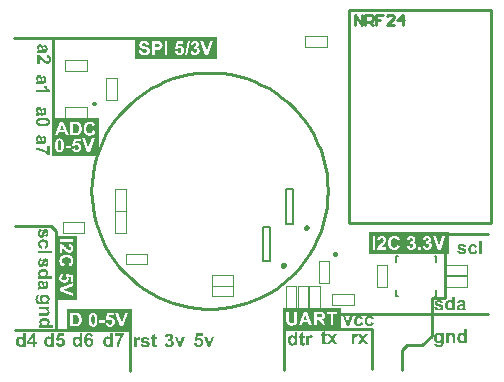
<source format=gto>
%FSTAX25Y25*%
%MOIN*%
%SFA1B1*%

%IPPOS*%
%ADD25C,0.010000*%
%ADD47C,0.009840*%
%ADD48C,0.003940*%
%ADD49C,0.007870*%
%LNtop_board1-1*%
%LPD*%
G36*
X0112027Y0135329D02*
X0112099Y0135322D01*
X0112178Y0135316*
X011227Y0135303*
X0112362Y013529*
X0112572Y0135244*
X0112677Y0135211*
X0112782Y0135172*
X0112887Y0135126*
X0112985Y0135073*
X0113077Y0135014*
X0113162Y0134949*
X0113169Y0134942*
X0113182Y0134929*
X0113201Y0134909*
X0113234Y0134876*
X0113267Y0134837*
X01133Y0134791*
X0113339Y0134739*
X0113385Y0134673*
X0113424Y0134607*
X0113464Y0134529*
X0113536Y0134365*
X0113562Y0134266*
X0113582Y0134168*
X0113595Y0134063*
X0113602Y0133951*
Y0133945*
Y0133925*
Y0133899*
X0113595Y013386*
X0113588Y0133814*
X0113575Y0133755*
X0113562Y0133696*
X0113542Y0133623*
X0113523Y0133551*
X011349Y0133473*
X0113451Y0133394*
X0113411Y0133315*
X0113352Y013323*
X0113293Y0133151*
X0113221Y0133072*
X0113142Y0132994*
X0114776*
Y0132121*
X0110236*
Y0132928*
X0110715*
X0110702Y0132935*
X0110669Y0132961*
X0110617Y0133007*
X0110558Y0133066*
X0110492Y0133131*
X011042Y0133217*
X0110354Y0133308*
X0110295Y0133407*
X0110289Y013342*
X0110276Y0133453*
X0110256Y0133512*
X011023Y0133578*
X0110203Y0133663*
X0110184Y0133761*
X0110171Y013386*
X0110164Y0133965*
Y0133971*
Y0133991*
Y0134017*
X0110171Y0134056*
X0110177Y0134109*
X011019Y0134161*
X0110203Y0134227*
X0110223Y0134299*
X0110243Y0134371*
X0110276Y013445*
X0110308Y0134529*
X0110354Y0134614*
X0110407Y0134693*
X0110466Y0134778*
X0110538Y0134857*
X0110617Y0134935*
X0110623Y0134942*
X0110636Y0134955*
X0110663Y0134975*
X0110702Y0134994*
X0110748Y0135027*
X0110807Y013506*
X0110872Y0135099*
X0110951Y0135132*
X0111037Y0135172*
X0111128Y0135211*
X0111233Y0135244*
X0111345Y013527*
X0111469Y0135296*
X0111601Y0135316*
X0111739Y0135329*
X0111889Y0135336*
X0111968*
X0112027Y0135329*
G37*
G36*
X0111227Y0131491D02*
X0111292Y0131478D01*
X0111371Y0131465*
X011145Y0131446*
X0111535Y0131413*
X011162Y0131367*
X0111634Y013136*
X011166Y0131341*
X0111699Y0131314*
X0111745Y0131268*
X0111797Y0131222*
X0111856Y0131157*
X0111909Y0131085*
X0111955Y0130999*
X0111961Y0130986*
X0111975Y0130954*
X0111994Y0130901*
X0112027Y0130822*
X011206Y0130724*
X0112093Y0130606*
X0112126Y0130462*
X0112158Y0130304*
Y0130298*
X0112165Y0130278*
X0112171Y0130245*
X0112178Y0130206*
X0112185Y0130153*
X0112198Y0130094*
X0112231Y0129963*
X0112263Y0129825*
X0112296Y0129681*
X0112335Y0129556*
X0112355Y0129497*
X0112375Y0129451*
X0112499*
X0112545Y0129458*
X0112604Y0129464*
X0112663Y0129484*
X0112723Y0129504*
X0112775Y0129536*
X0112821Y0129583*
X0112827Y0129589*
X011284Y0129609*
X0112854Y0129641*
X011288Y0129687*
X01129Y0129753*
X0112913Y0129832*
X0112926Y012993*
X0112932Y0130048*
Y0130061*
Y0130088*
X0112926Y0130127*
X0112919Y0130179*
X0112906Y0130238*
X0112893Y0130304*
X0112867Y0130363*
X0112834Y0130416*
X0112827Y0130422*
X0112814Y0130435*
X0112795Y0130462*
X0112762Y0130488*
X0112716Y0130527*
X0112657Y013056*
X0112591Y0130593*
X0112513Y0130625*
X0112657Y0131406*
X0112663*
X0112677Y01314*
X0112703Y0131393*
X0112736Y013138*
X0112775Y0131367*
X0112821Y0131347*
X0112926Y0131301*
X0113037Y0131236*
X0113155Y0131157*
X0113267Y0131065*
X0113365Y0130954*
Y0130947*
X0113379Y013094*
X0113385Y0130921*
X0113405Y0130894*
X0113418Y0130855*
X0113437Y0130816*
X0113464Y0130763*
X0113483Y0130711*
X0113503Y0130645*
X0113529Y0130573*
X0113549Y0130494*
X0113562Y0130403*
X0113582Y0130311*
X0113588Y0130206*
X0113602Y0130101*
Y0129983*
Y0129976*
Y0129956*
Y0129924*
Y0129884*
X0113595Y0129838*
Y0129786*
X0113582Y0129655*
X0113569Y0129517*
X0113542Y0129373*
X0113503Y0129235*
X0113483Y0129176*
X0113457Y0129117*
Y012911*
X0113451Y0129104*
X0113431Y0129071*
X0113405Y0129018*
X0113365Y0128959*
X0113313Y0128887*
X0113254Y0128822*
X0113182Y0128762*
X011311Y012871*
X0113096Y0128703*
X011307Y012869*
X0113011Y0128671*
X0112978Y0128664*
X0112932Y0128651*
X0112887Y0128638*
X0112827Y0128631*
X0112762Y0128618*
X011269Y0128612*
X0112611Y0128605*
X0112526Y0128598*
X0112434Y0128592*
X0112329*
X0111312Y0128605*
X0111161*
X0111069Y0128598*
X0110964*
X0110859Y0128585*
X0110755Y0128579*
X0110669Y0128566*
X0110663*
X0110636Y0128559*
X0110591Y0128546*
X0110538Y0128533*
X0110472Y0128507*
X01104Y012848*
X0110321Y0128448*
X0110236Y0128408*
Y0129268*
X0110243*
X0110249Y0129274*
X0110276Y0129281*
X0110302Y0129294*
X0110335Y0129307*
X011038Y012932*
X0110433Y0129333*
X0110492Y0129353*
X0110499*
X0110505Y0129359*
X0110531Y0129366*
X0110564Y0129379*
X0110591Y0129386*
X0110584Y0129399*
X0110558Y0129425*
X0110518Y0129471*
X0110472Y012953*
X011042Y0129602*
X0110361Y0129681*
X0110315Y0129773*
X0110269Y0129865*
X0110263Y0129878*
X0110256Y0129911*
X0110236Y0129963*
X0110216Y0130028*
X0110197Y0130107*
X0110184Y0130199*
X0110171Y0130304*
X0110164Y0130409*
Y0130416*
Y0130429*
Y0130455*
X0110171Y0130494*
Y0130534*
X0110177Y0130586*
X0110197Y0130698*
X011023Y0130829*
X0110276Y013096*
X0110341Y0131091*
X0110433Y0131209*
X011044*
X0110446Y0131222*
X0110485Y0131255*
X0110545Y0131301*
X0110623Y0131354*
X0110722Y0131406*
X011084Y0131452*
X0110977Y0131485*
X011105Y0131491*
X0111128Y0131498*
X0111174*
X0111227Y0131491*
G37*
G36*
X0111305Y0138104D02*
X0111292D01*
X0111266Y0138091*
X011122Y0138078*
X0111161Y0138058*
X0111096Y0138025*
X0111037Y0137986*
X0110971Y013794*
X0110918Y0137881*
X0110912Y0137874*
X0110899Y0137848*
X0110879Y0137809*
X0110859Y0137756*
X0110833Y0137691*
X0110813Y0137605*
X01108Y0137513*
X0110794Y0137402*
Y0137395*
Y0137389*
Y0137349*
X01108Y0137284*
X0110807Y0137212*
X011082Y0137133*
X0110846Y0137048*
X0110872Y0136969*
X0110912Y0136897*
X0110918Y013689*
X0110932Y0136877*
X0110951Y0136857*
X0110977Y0136838*
X011101Y0136818*
X011105Y0136799*
X0111096Y0136785*
X0111148Y0136779*
X0111168*
X0111207Y0136785*
X011126Y0136805*
X0111312Y0136844*
X0111325Y0136857*
X0111332Y0136877*
X0111351Y0136903*
X0111364Y0136943*
X0111384Y0136995*
X0111404Y0137054*
X0111424Y0137133*
Y0137146*
X0111437Y0137179*
X011145Y0137231*
X0111463Y0137304*
X0111483Y0137389*
X0111509Y0137481*
X0111535Y0137586*
X0111568Y0137697*
X0111634Y0137927*
X0111666Y0138038*
X0111706Y0138143*
X0111739Y0138242*
X0111778Y0138333*
X0111817Y0138412*
X011185Y0138471*
X0111856Y0138478*
X0111863Y0138491*
X0111876Y0138504*
X0111902Y013853*
X0111961Y0138596*
X0112047Y0138662*
X0112152Y0138734*
X0112276Y0138799*
X0112348Y0138826*
X0112427Y0138839*
X0112506Y0138852*
X0112591Y0138858*
X0112631*
X0112663Y0138852*
X0112696Y0138845*
X0112742Y0138839*
X011284Y0138819*
X0112952Y013878*
X011307Y0138714*
X0113136Y0138681*
X0113195Y0138635*
X0113254Y0138583*
X0113306Y0138524*
X0113313Y0138517*
X0113319Y0138511*
X0113332Y0138491*
X0113352Y0138458*
X0113372Y0138425*
X0113398Y0138379*
X0113424Y0138327*
X0113457Y0138268*
X0113483Y0138196*
X011351Y0138117*
X0113536Y0138032*
X0113556Y013794*
X0113575Y0137835*
X0113588Y0137723*
X0113602Y0137605*
Y0137474*
Y0137468*
Y0137441*
Y0137408*
Y0137363*
X0113595Y013731*
X0113588Y0137244*
X0113582Y0137172*
X0113575Y0137094*
X0113549Y013693*
X011351Y0136766*
X0113451Y0136608*
X0113418Y0136536*
X0113379Y013647*
Y0136464*
X0113365Y0136457*
X0113339Y0136418*
X0113287Y0136359*
X0113215Y0136293*
X0113129Y0136215*
X0113018Y0136143*
X0112887Y013607*
X0112736Y0136018*
X0112585Y0136838*
X0112591*
X0112618Y0136851*
X011265Y0136864*
X011269Y0136884*
X0112742Y013691*
X0112788Y0136949*
X0112834Y0136989*
X0112873Y0137041*
X011288Y0137048*
X0112893Y0137067*
X0112906Y01371*
X0112926Y0137146*
X0112945Y0137205*
X0112965Y0137277*
X0112972Y0137363*
X0112978Y0137461*
Y0137468*
Y0137474*
Y013752*
X0112972Y0137579*
X0112965Y0137651*
X0112952Y0137736*
X0112939Y0137815*
X0112913Y0137887*
X011288Y0137953*
Y013796*
X0112867Y0137966*
X0112834Y0137999*
X0112775Y0138038*
X0112742Y0138045*
X0112703Y0138051*
X011269*
X011265Y0138038*
X0112598Y0138012*
X0112572Y0137992*
X0112545Y0137966*
X0112539Y013796*
X0112532Y0137933*
X0112519Y013792*
X0112513Y0137894*
X0112499Y0137861*
X011248Y0137822*
X0112467Y0137769*
X0112447Y0137717*
X0112427Y0137651*
X0112408Y0137573*
X0112381Y0137487*
X0112355Y0137389*
X0112329Y0137277*
X0112296Y0137153*
Y0137146*
X011229Y013712*
X0112283Y0137087*
X011227Y0137041*
X011225Y0136982*
X0112237Y0136916*
X0112191Y0136772*
X0112132Y0136608*
X0112066Y0136451*
X0112027Y0136372*
X0111994Y01363*
X0111948Y0136241*
X0111909Y0136182*
X0111896Y0136169*
X011187Y0136136*
X0111817Y0136097*
X0111745Y0136044*
X0111653Y0135992*
X0111542Y0135952*
X011141Y0135919*
X0111266Y0135906*
X011122*
X0111187Y0135913*
X0111155Y0135919*
X0111109Y0135926*
X0110997Y0135952*
X0110879Y0135998*
X0110813Y0136031*
X0110748Y0136064*
X0110682Y013611*
X0110617Y0136162*
X0110551Y0136221*
X0110485Y0136287*
X0110479Y0136293*
X0110472Y0136307*
X0110459Y0136326*
X0110433Y0136359*
X0110413Y0136398*
X0110387Y0136444*
X0110354Y0136503*
X0110328Y0136569*
X0110295Y0136641*
X0110269Y0136726*
X0110236Y0136818*
X0110216Y0136916*
X0110197Y0137028*
X0110177Y0137146*
X0110171Y0137271*
X0110164Y0137402*
Y0137408*
Y0137435*
Y0137468*
X0110171Y0137513*
Y0137573*
X0110177Y0137638*
X0110184Y013771*
X0110197Y0137789*
X011023Y013796*
X0110276Y0138137*
X0110341Y0138314*
X0110387Y0138392*
X0110433Y0138471*
X011044Y0138478*
X0110446Y0138491*
X0110459Y0138511*
X0110485Y013853*
X0110545Y0138602*
X011063Y0138681*
X0110735Y0138767*
X0110859Y0138845*
X011101Y0138917*
X0111174Y0138976*
X0111305Y0138104*
G37*
G36*
X0112007Y0145171D02*
X011208Y0145165D01*
X0112158Y0145158*
X0112244Y0145145*
X0112342Y0145126*
X0112545Y0145073*
X011265Y014504*
X0112755Y0145001*
X011286Y0144948*
X0112959Y0144889*
X011305Y0144824*
X0113142Y0144752*
X0113149Y0144745*
X0113162Y0144732*
X0113182Y0144706*
X0113215Y0144673*
X0113247Y0144627*
X0113287Y0144575*
X0113332Y0144516*
X0113372Y0144443*
X0113418Y0144365*
X0113457Y0144279*
X0113496Y0144181*
X0113529Y0144076*
X0113562Y0143971*
X0113582Y0143846*
X0113595Y0143722*
X0113602Y0143591*
Y0143584*
Y0143564*
Y0143532*
X0113595Y0143492*
Y014344*
X0113588Y0143381*
X0113582Y0143315*
X0113569Y0143243*
X0113536Y0143092*
X011349Y0142935*
X0113424Y0142777*
X0113339Y0142633*
Y0142626*
X0113326Y014262*
X0113313Y01426*
X0113293Y0142574*
X0113234Y0142515*
X0113149Y0142436*
X0113037Y0142351*
X0112906Y0142265*
X0112749Y0142187*
X0112565Y0142121*
X0112408Y0142981*
X0112421*
X0112447Y0142987*
X0112493Y0143*
X0112552Y014302*
X0112611Y0143053*
X0112677Y0143086*
X0112736Y0143131*
X0112788Y0143184*
X0112795Y014319*
X0112808Y014321*
X0112827Y0143243*
X0112854Y0143289*
X011288Y0143348*
X01129Y0143413*
X0112913Y0143492*
X0112919Y0143578*
Y0143584*
Y0143591*
X0112913Y014363*
X0112906Y0143689*
X0112893Y0143768*
X011286Y0143846*
X0112821Y0143932*
X0112768Y0144017*
X011269Y0144096*
X0112677Y0144102*
X0112644Y0144122*
X0112591Y0144155*
X0112513Y0144187*
X0112408Y0144227*
X0112348Y014424*
X0112283Y0144253*
X0112204Y0144266*
X0112126Y0144279*
X0112034Y0144286*
X0111883*
X0111843Y0144279*
X0111797*
X0111745Y0144273*
X0111614Y014426*
X0111476Y014424*
X0111338Y0144201*
X0111214Y0144155*
X0111161Y0144122*
X0111109Y0144089*
X0111096Y0144083*
X0111069Y014405*
X0111037Y014401*
X0110991Y0143951*
X0110945Y0143873*
X0110912Y0143787*
X0110886Y0143682*
X0110872Y0143564*
Y0143551*
Y0143525*
X0110879Y0143479*
X0110892Y014342*
X0110905Y0143354*
X0110932Y0143289*
X0110964Y0143223*
X011101Y0143158*
X0111017Y0143151*
X0111037Y0143131*
X0111069Y0143105*
X0111122Y0143066*
X0111187Y0143026*
X0111273Y0142994*
X0111378Y0142954*
X0111496Y0142928*
X0111351Y0142075*
X0111345*
X0111325Y0142082*
X0111292Y0142088*
X0111253Y0142102*
X0111207Y0142121*
X0111148Y0142141*
X0111017Y0142193*
X0110872Y0142259*
X0110728Y0142351*
X0110584Y0142462*
X0110518Y0142528*
X0110459Y0142594*
Y01426*
X0110446Y0142613*
X0110433Y0142633*
X0110413Y0142659*
X0110394Y0142698*
X0110367Y0142744*
X0110341Y0142797*
X0110315Y0142862*
X0110282Y0142928*
X0110256Y0143007*
X011023Y0143086*
X011021Y0143177*
X011019Y0143276*
X0110177Y0143381*
X0110171Y0143486*
X0110164Y0143604*
Y014361*
Y0143637*
Y0143676*
X0110171Y0143722*
X0110177Y0143781*
X011019Y0143853*
X0110203Y0143932*
X0110223Y0144017*
X0110243Y0144109*
X0110276Y0144201*
X0110308Y0144299*
X0110354Y0144391*
X0110407Y0144489*
X0110466Y0144581*
X0110538Y0144666*
X0110617Y0144752*
X0110623Y0144758*
X0110636Y0144771*
X0110663Y0144791*
X0110702Y0144817*
X0110748Y014485*
X01108Y0144889*
X0110866Y0144922*
X0110945Y0144962*
X011103Y0145008*
X0111122Y014504*
X0111227Y014508*
X0111338Y0145113*
X0111463Y0145139*
X0111588Y0145158*
X0111732Y0145171*
X0111876Y0145178*
X0111955*
X0112007Y0145171*
G37*
G36*
X0114776Y0140586D02*
X0110236D01*
Y0141459*
X0114776*
Y0140586*
G37*
G36*
X024908Y0121555D02*
X0248273D01*
Y0122034*
X0248266Y0122021*
X024824Y0121988*
X0248194Y0121936*
X0248135Y0121877*
X0248069Y0121811*
X0247984Y0121739*
X0247892Y0121673*
X0247794Y0121614*
X0247781Y0121608*
X0247748Y0121595*
X0247689Y0121575*
X0247623Y0121549*
X0247538Y0121522*
X024744Y0121503*
X0247341Y012149*
X0247236Y0121483*
X0247184*
X0247144Y012149*
X0247092Y0121496*
X0247039Y0121509*
X0246974Y0121522*
X0246902Y0121542*
X024683Y0121562*
X0246751Y0121595*
X0246672Y0121627*
X0246587Y0121673*
X0246508Y0121726*
X0246423Y0121785*
X0246344Y0121857*
X0246265Y0121936*
X0246259Y0121942*
X0246246Y0121955*
X0246226Y0121982*
X0246206Y0122021*
X0246174Y0122067*
X0246141Y0122126*
X0246101Y0122191*
X0246069Y012227*
X0246029Y0122355*
X024599Y0122447*
X0245957Y0122552*
X0245931Y0122664*
X0245905Y0122788*
X0245885Y012292*
X0245872Y0123057*
X0245865Y0123208*
Y0123215*
Y0123248*
Y0123287*
X0245872Y0123346*
X0245878Y0123418*
X0245885Y0123497*
X0245898Y0123589*
X0245911Y0123681*
X0245957Y012389*
X024599Y0123995*
X0246029Y01241*
X0246075Y0124205*
X0246128Y0124304*
X0246187Y0124396*
X0246252Y0124481*
X0246259Y0124487*
X0246272Y0124501*
X0246292Y012452*
X0246324Y0124553*
X0246364Y0124586*
X024641Y0124619*
X0246462Y0124658*
X0246528Y0124704*
X0246593Y0124743*
X0246672Y0124783*
X0246836Y0124855*
X0246935Y0124881*
X0247033Y0124901*
X0247138Y0124914*
X0247249Y012492*
X0247302*
X0247341Y0124914*
X0247387Y0124907*
X0247446Y0124894*
X0247505Y0124881*
X0247577Y0124861*
X024765Y0124842*
X0247728Y0124809*
X0247807Y0124769*
X0247886Y012473*
X0247971Y0124671*
X024805Y0124612*
X0248128Y012454*
X0248207Y0124461*
Y0126095*
X024908*
Y0121555*
G37*
G36*
X0243891Y0124914D02*
X0243956Y0124907D01*
X0244028Y0124901*
X0244107Y0124894*
X0244271Y0124868*
X0244435Y0124829*
X0244593Y0124769*
X0244665Y0124737*
X024473Y0124697*
X0244737*
X0244743Y0124684*
X0244783Y0124658*
X0244842Y0124606*
X0244907Y0124533*
X0244986Y0124448*
X0245058Y0124337*
X024513Y0124205*
X0245183Y0124055*
X0244363Y0123904*
Y012391*
X024435Y0123936*
X0244337Y0123969*
X0244317Y0124009*
X0244291Y0124061*
X0244251Y0124107*
X0244212Y0124153*
X024416Y0124192*
X0244153Y0124199*
X0244133Y0124212*
X0244101Y0124225*
X0244055Y0124245*
X0243996Y0124264*
X0243923Y0124284*
X0243838Y0124291*
X024374Y0124297*
X0243681*
X0243622Y0124291*
X0243549Y0124284*
X0243464Y0124271*
X0243386Y0124258*
X0243313Y0124232*
X0243248Y0124199*
X0243241*
X0243235Y0124186*
X0243202Y0124153*
X0243162Y0124094*
X0243156Y0124061*
X0243149Y0124022*
Y0124015*
Y0124009*
X0243162Y0123969*
X0243189Y0123917*
X0243208Y012389*
X0243235Y0123864*
X0243241Y0123858*
X0243267Y0123851*
X0243281Y0123838*
X0243307Y0123831*
X024334Y0123818*
X0243379Y0123799*
X0243431Y0123785*
X0243484Y0123766*
X0243549Y0123746*
X0243628Y0123726*
X0243713Y01237*
X0243812Y0123674*
X0243923Y0123648*
X0244048Y0123615*
X0244055*
X0244081Y0123608*
X0244114Y0123602*
X024416Y0123589*
X0244219Y0123569*
X0244284Y0123556*
X0244429Y012351*
X0244593Y0123451*
X024475Y0123385*
X0244829Y0123346*
X0244901Y0123313*
X024496Y0123267*
X0245019Y0123228*
X0245032Y0123215*
X0245065Y0123189*
X0245104Y0123136*
X0245157Y0123064*
X0245209Y0122972*
X0245249Y0122861*
X0245281Y0122729*
X0245294Y0122585*
Y0122579*
Y0122565*
Y0122539*
X0245288Y0122506*
X0245281Y0122474*
X0245275Y0122428*
X0245249Y0122316*
X0245203Y0122198*
X024517Y0122132*
X0245137Y0122067*
X0245091Y0122001*
X0245039Y0121936*
X024498Y012187*
X0244914Y0121804*
X0244907Y0121798*
X0244894Y0121791*
X0244875Y0121778*
X0244842Y0121752*
X0244802Y0121732*
X0244757Y0121706*
X0244697Y0121673*
X0244632Y0121647*
X024456Y0121614*
X0244475Y0121588*
X0244383Y0121555*
X0244284Y0121535*
X0244173Y0121516*
X0244055Y0121496*
X024393Y012149*
X0243799Y0121483*
X0243733*
X0243687Y012149*
X0243628*
X0243563Y0121496*
X0243491Y0121503*
X0243412Y0121516*
X0243241Y0121549*
X0243064Y0121595*
X0242887Y012166*
X0242808Y0121706*
X0242729Y0121752*
X0242723Y0121758*
X024271Y0121765*
X024269Y0121778*
X024267Y0121804*
X0242598Y0121863*
X024252Y0121949*
X0242434Y0122054*
X0242356Y0122178*
X0242283Y0122329*
X0242224Y0122493*
X0243097Y0122624*
Y0122611*
X024311Y0122585*
X0243123Y0122539*
X0243143Y012248*
X0243176Y0122415*
X0243215Y0122355*
X0243261Y012229*
X024332Y0122237*
X0243326Y0122231*
X0243353Y0122218*
X0243392Y0122198*
X0243445Y0122178*
X024351Y0122152*
X0243595Y0122132*
X0243687Y0122119*
X0243799Y0122113*
X0243851*
X0243917Y0122119*
X0243989Y0122126*
X0244068Y0122139*
X0244153Y0122165*
X0244232Y0122191*
X0244304Y0122231*
X024431Y0122237*
X0244324Y012225*
X0244343Y012227*
X0244363Y0122296*
X0244383Y0122329*
X0244402Y0122369*
X0244415Y0122415*
X0244422Y0122467*
Y0122474*
Y0122487*
X0244415Y0122526*
X0244396Y0122579*
X0244356Y0122631*
X0244343Y0122644*
X0244324Y0122651*
X0244297Y012267*
X0244258Y0122683*
X0244205Y0122703*
X0244146Y0122723*
X0244068Y0122742*
X0244055*
X0244022Y0122756*
X0243969Y0122769*
X0243897Y0122782*
X0243812Y0122801*
X024372Y0122828*
X0243615Y0122854*
X0243504Y0122887*
X0243274Y0122952*
X0243162Y0122985*
X0243057Y0123025*
X0242959Y0123057*
X0242867Y0123097*
X0242789Y0123136*
X0242729Y0123169*
X0242723Y0123175*
X024271Y0123182*
X0242697Y0123195*
X024267Y0123221*
X0242605Y012328*
X0242539Y0123366*
X0242467Y0123471*
X0242402Y0123595*
X0242375Y0123667*
X0242362Y0123746*
X0242349Y0123825*
X0242342Y012391*
Y0123917*
Y012393*
Y012395*
X0242349Y0123982*
X0242356Y0124015*
X0242362Y0124061*
X0242382Y0124159*
X0242421Y0124271*
X0242487Y0124389*
X024252Y0124455*
X0242565Y0124514*
X0242618Y0124573*
X0242677Y0124625*
X0242684Y0124632*
X024269Y0124638*
X024271Y0124651*
X0242743Y0124671*
X0242776Y0124691*
X0242821Y0124717*
X0242874Y0124743*
X0242933Y0124776*
X0243005Y0124802*
X0243084Y0124829*
X0243169Y0124855*
X0243261Y0124874*
X0243366Y0124894*
X0243477Y0124907*
X0243595Y012492*
X0243838*
X0243891Y0124914*
G37*
G36*
X0112421Y0119011D02*
X0112493Y0119005D01*
X0112572Y0118998*
X0112663Y0118985*
X0112755Y0118972*
X0112965Y0118926*
X011307Y0118893*
X0113175Y0118854*
X011328Y0118808*
X0113379Y0118755*
X011347Y0118696*
X0113556Y0118631*
X0113562Y0118624*
X0113575Y0118611*
X0113595Y0118591*
X0113628Y0118559*
X0113661Y0118519*
X0113693Y0118473*
X0113733Y0118421*
X0113779Y0118355*
X0113818Y011829*
X0113857Y0118211*
X011393Y0118047*
X0113956Y0117948*
X0113976Y011785*
X0113989Y0117745*
X0113995Y0117634*
Y0117627*
Y0117607*
Y0117581*
X0113989Y0117542*
X0113982Y0117496*
X0113969Y0117437*
X0113956Y0117378*
X0113936Y0117306*
X0113917Y0117233*
X0113884Y0117155*
X0113844Y0117076*
X0113805Y0116997*
X0113746Y0116912*
X0113687Y0116833*
X0113615Y0116754*
X0113536Y0116676*
X0115169*
Y0115803*
X011063*
Y011661*
X0111109*
X0111096Y0116617*
X0111063Y0116643*
X011101Y0116689*
X0110951Y0116748*
X0110886Y0116814*
X0110814Y0116899*
X0110748Y0116991*
X0110689Y0117089*
X0110682Y0117102*
X0110669Y0117135*
X011065Y0117194*
X0110623Y011726*
X0110597Y0117345*
X0110577Y0117443*
X0110564Y0117542*
X0110558Y0117647*
Y0117653*
Y0117673*
Y0117699*
X0110564Y0117738*
X0110571Y0117791*
X0110584Y0117843*
X0110597Y0117909*
X0110617Y0117981*
X0110636Y0118053*
X0110669Y0118132*
X0110702Y0118211*
X0110748Y0118296*
X0110801Y0118375*
X011086Y011846*
X0110932Y0118539*
X011101Y0118618*
X0111017Y0118624*
X011103Y0118637*
X0111056Y0118657*
X0111096Y0118677*
X0111142Y0118709*
X0111201Y0118742*
X0111266Y0118782*
X0111345Y0118814*
X011143Y0118854*
X0111522Y0118893*
X0111627Y0118926*
X0111739Y0118952*
X0111863Y0118978*
X0111994Y0118998*
X0112132Y0119011*
X0112283Y0119018*
X0112362*
X0112421Y0119011*
G37*
G36*
X0112427Y0126765D02*
X0112493Y0126759D01*
X0112572Y0126752*
X0112663Y0126739*
X0112755Y0126719*
X0112965Y0126673*
X011307Y012664*
X0113175Y0126608*
X0113274Y0126562*
X0113379Y0126509*
X011347Y012645*
X0113556Y0126378*
X0113562Y0126372*
X0113575Y0126358*
X0113595Y0126339*
X0113628Y0126306*
X0113661Y0126267*
X0113693Y0126221*
X0113733Y0126168*
X0113779Y0126102*
X0113818Y0126037*
X0113857Y0125958*
X011393Y0125794*
X0113956Y0125696*
X0113976Y0125597*
X0113989Y0125493*
X0113995Y0125388*
Y0125381*
Y0125361*
X0113989Y0125328*
Y0125283*
X0113976Y0125237*
X0113969Y0125171*
X0113949Y0125105*
X011393Y0125033*
X0113897Y0124954*
X0113864Y0124876*
X0113818Y0124791*
X0113766Y0124705*
X0113707Y012462*
X0113628Y0124535*
X0113549Y0124456*
X0113451Y0124377*
X0113923*
Y0123564*
X011082*
X0110768Y012357*
X0110643Y0123577*
X0110499Y012359*
X0110354Y0123603*
X0110217Y0123629*
X0110158Y0123643*
X0110099Y0123662*
X0110085Y0123669*
X0110053Y0123682*
X011Y0123702*
X0109935Y0123734*
X0109862Y0123774*
X0109784Y012382*
X0109712Y0123872*
X0109646Y0123938*
X0109639Y0123944*
X010962Y012397*
X0109587Y012401*
X0109554Y0124056*
X0109515Y0124121*
X0109469Y01242*
X0109429Y0124292*
X010939Y0124397*
X0109383Y012441*
X0109377Y0124449*
X0109357Y0124508*
X0109344Y0124594*
X0109325Y0124705*
X0109305Y012483*
X0109298Y0124974*
X0109292Y0125132*
Y0125138*
Y0125171*
Y012521*
X0109298Y0125269*
Y0125335*
X0109305Y0125414*
X0109318Y0125499*
X0109331Y0125591*
X0109364Y0125788*
X0109416Y0125984*
X0109449Y0126076*
X0109488Y0126168*
X0109528Y0126247*
X010958Y0126319*
X0109587Y0126326*
X0109593Y0126332*
X0109633Y0126372*
X0109692Y012643*
X0109777Y012649*
X0109882Y0126555*
X0110007Y0126614*
X0110151Y0126654*
X011023Y012666*
X0110309Y0126667*
X0110374*
X0110413Y012666*
X0110295Y0125663*
X0110289*
X0110269Y0125656*
X0110236Y012565*
X0110204Y0125643*
X0110125Y012561*
X0110085Y0125584*
X0110059Y0125551*
X0110053Y0125545*
X0110046Y0125525*
X0110026Y0125499*
X0110013Y0125453*
X0109994Y0125401*
X0109974Y0125335*
X0109967Y0125256*
X0109961Y0125164*
Y0125158*
Y0125151*
Y0125105*
X0109967Y0125046*
X0109974Y0124974*
X0109987Y0124889*
X0110007Y0124804*
X0110033Y0124725*
X0110066Y0124653*
X0110072Y0124646*
X0110079Y0124633*
X0110092Y0124613*
X0110118Y0124587*
X0110151Y0124561*
X011019Y0124535*
X0110236Y0124508*
X0110289Y0124482*
X0110295*
X0110309Y0124476*
X0110335Y0124469*
X0110381Y0124456*
X0110433Y0124449*
X0110499Y0124443*
X0110584Y0124436*
X0111161*
X0111155Y0124443*
X0111142Y0124456*
X0111115Y0124476*
X0111076Y0124508*
X0111037Y0124541*
X0110991Y0124587*
X0110945Y0124646*
X0110899Y0124705*
X0110846Y0124771*
X0110801Y012485*
X0110715Y0125014*
X0110682Y0125105*
X0110656Y0125204*
X0110636Y0125309*
X011063Y012542*
Y0125427*
Y0125446*
X0110636Y0125486*
Y0125532*
X011065Y0125584*
X0110663Y012565*
X0110676Y0125722*
X0110702Y0125801*
X0110728Y012588*
X0110768Y0125965*
X0110814Y0126057*
X0110866Y0126142*
X0110932Y0126227*
X0111004Y0126312*
X0111089Y0126391*
X0111188Y012647*
X0111194*
X0111207Y0126483*
X0111233Y0126496*
X0111266Y0126516*
X0111312Y0126542*
X0111365Y0126568*
X0111424Y0126594*
X0111496Y0126621*
X0111568Y0126647*
X0111653Y0126673*
X0111745Y0126699*
X0111844Y0126726*
X0112053Y0126759*
X0112171Y0126765*
X011229Y0126772*
X0112368*
X0112427Y0126765*
G37*
G36*
X0113923Y0121904D02*
X0113438D01*
X0113444Y0121898*
X0113464Y0121884*
X011349Y0121858*
X0113523Y0121825*
X0113569Y0121786*
X0113615Y0121734*
X0113667Y0121675*
X011372Y0121609*
X0113766Y0121537*
X0113818Y0121451*
X0113864Y0121366*
X011391Y0121268*
X0113943Y0121163*
X0113969Y0121058*
X0113989Y012094*
X0113995Y0120822*
Y0120815*
Y0120809*
Y0120776*
X0113989Y0120717*
X0113982Y0120645*
X0113969Y0120566*
X0113949Y0120481*
X0113923Y0120389*
X011389Y0120297*
X0113884Y0120284*
X0113871Y0120258*
X0113851Y0120212*
X0113818Y0120159*
X0113779Y01201*
X0113733Y0120041*
X011368Y0119982*
X0113621Y011993*
X0113615Y0119923*
X0113595Y011991*
X0113562Y011989*
X0113516Y0119864*
X0113464Y0119831*
X0113398Y0119805*
X0113333Y0119779*
X0113254Y0119759*
X0113247*
X0113215Y0119752*
X0113169Y0119739*
X0113103Y0119733*
X0113024Y011972*
X0112919Y0119713*
X0112808Y0119706*
X011063*
Y0120579*
X011248*
X0112591Y0120586*
X0112703Y0120592*
X0112821Y0120605*
X0112919Y0120618*
X0112959Y0120625*
X0112991Y0120638*
X0112998*
X0113018Y0120651*
X0113044Y0120664*
X0113083Y0120684*
X0113162Y0120743*
X0113201Y0120776*
X0113234Y0120822*
X0113241Y0120828*
X0113247Y0120841*
X011326Y0120868*
X011328Y0120907*
X01133Y0120953*
X0113313Y0120999*
X011332Y0121058*
X0113326Y0121124*
Y012113*
Y0121163*
X011332Y0121202*
X0113313Y0121255*
X0113293Y012132*
X0113274Y0121386*
X0113241Y0121458*
X0113201Y012153*
X0113195Y0121537*
X0113182Y0121556*
X0113149Y0121589*
X0113116Y0121629*
X0113064Y0121668*
X0113011Y0121707*
X0112939Y0121747*
X0112867Y0121773*
X011286*
X0112828Y0121786*
X0112775Y0121793*
X0112696Y0121806*
X011265Y0121812*
X0112591Y0121819*
X0112532Y0121825*
X011246*
X0112388Y0121832*
X0112303Y0121838*
X011063*
Y0122711*
X0113923*
Y0121904*
G37*
G36*
X0112001Y0185788D02*
X0112106Y0185782D01*
X011223Y0185769*
X0112362Y0185756*
X0112506Y0185742*
X0112657Y0185716*
X0112808Y018569*
X0112965Y0185651*
X0113116Y0185611*
X011326Y0185559*
X0113398Y01855*
X0113529Y0185434*
X0113641Y0185355*
X0113647Y0185349*
X011366Y0185336*
X0113687Y0185316*
X0113713Y0185283*
X0113752Y018525*
X0113792Y0185205*
X0113831Y0185145*
X0113877Y0185086*
X0113923Y0185014*
X0113962Y0184942*
X0114002Y0184857*
X0114041Y0184765*
X0114067Y0184667*
X0114093Y0184555*
X0114106Y0184443*
X0114113Y0184325*
Y0184319*
Y0184299*
Y018426*
X0114106Y0184214*
X01141Y0184161*
X0114087Y0184096*
X0114074Y018403*
X0114054Y0183951*
X0114028Y0183866*
X0113995Y0183788*
X0113962Y0183702*
X0113916Y0183617*
X0113857Y0183532*
X0113798Y0183446*
X0113726Y0183368*
X0113641Y0183296*
X0113634Y0183289*
X0113614Y0183276*
X0113582Y0183256*
X0113536Y0183223*
X011347Y0183191*
X0113391Y0183151*
X0113306Y0183112*
X0113195Y0183072*
X0113076Y0183033*
X0112939Y0182987*
X0112788Y0182954*
X0112617Y0182922*
X0112434Y0182889*
X0112237Y0182869*
X011202Y0182856*
X0111784Y0182849*
X011166*
X0111574Y0182856*
X0111469Y0182863*
X0111345Y0182876*
X0111214Y0182889*
X0111069Y0182902*
X0110918Y0182928*
X0110761Y0182961*
X011061Y0182994*
X0110459Y018304*
X0110308Y0183086*
X011017Y0183151*
X0110039Y0183217*
X0109928Y0183296*
X0109921Y0183302*
X0109908Y0183315*
X0109882Y0183335*
X0109856Y0183361*
X0109823Y01834*
X0109783Y0183446*
X0109738Y0183505*
X0109698Y0183564*
X0109652Y0183637*
X0109606Y0183709*
X0109567Y0183794*
X0109534Y0183886*
X0109508Y0183984*
X0109482Y0184096*
X0109468Y0184207*
X0109462Y0184325*
Y0184332*
Y0184352*
X0109468Y0184391*
Y0184437*
X0109475Y0184489*
X0109488Y0184555*
X0109501Y0184627*
X0109528Y0184706*
X0109554Y0184791*
X0109587Y0184877*
X0109626Y0184968*
X0109678Y0185054*
X0109731Y0185145*
X0109803Y0185231*
X0109875Y0185316*
X0109967Y0185395*
X0109974Y0185401*
X0109993Y0185414*
X0110026Y0185434*
X0110065Y0185454*
X0110125Y0185487*
X0110197Y0185519*
X0110289Y0185559*
X0110387Y0185591*
X0110505Y0185631*
X0110636Y018567*
X0110787Y0185703*
X0110951Y0185729*
X0111135Y0185756*
X0111338Y0185775*
X0111555Y0185788*
X0111791Y0185795*
X0111915*
X0112001Y0185788*
G37*
G36*
X0110538Y0199993D02*
X0110603Y019998D01*
X0110682Y0199967*
X0110761Y0199948*
X0110846Y0199915*
X0110931Y0199869*
X0110944Y0199862*
X0110971Y0199843*
X011101Y0199816*
X0111056Y019977*
X0111109Y0199724*
X0111168Y0199659*
X011122Y0199587*
X0111266Y0199501*
X0111273Y0199488*
X0111286Y0199455*
X0111305Y0199403*
X0111338Y0199324*
X0111371Y0199226*
X0111404Y0199108*
X0111436Y0198963*
X0111469Y0198806*
Y01988*
X0111476Y019878*
X0111482Y0198747*
X0111489Y0198708*
X0111496Y0198655*
X0111509Y0198596*
X0111541Y0198465*
X0111574Y0198327*
X0111607Y0198183*
X0111646Y0198058*
X0111666Y0197999*
X0111686Y0197953*
X011181*
X0111856Y019796*
X0111915Y0197966*
X0111975Y0197986*
X0112033Y0198006*
X0112086Y0198039*
X0112132Y0198084*
X0112138Y0198091*
X0112152Y0198111*
X0112165Y0198143*
X0112191Y0198189*
X0112211Y0198255*
X0112224Y0198334*
X0112237Y0198432*
X0112243Y019855*
Y0198563*
Y019859*
X0112237Y0198629*
X011223Y0198681*
X0112217Y019874*
X0112204Y0198806*
X0112178Y0198865*
X0112145Y0198918*
X0112138Y0198924*
X0112125Y0198937*
X0112106Y0198963*
X0112073Y019899*
X0112027Y0199029*
X0111968Y0199062*
X0111902Y0199095*
X0111824Y0199127*
X0111968Y0199908*
X0111975*
X0111988Y0199902*
X0112014Y0199895*
X0112047Y0199882*
X0112086Y0199869*
X0112132Y0199849*
X0112237Y0199803*
X0112348Y0199738*
X0112467Y0199659*
X0112578Y0199567*
X0112676Y0199455*
Y0199449*
X0112689Y0199442*
X0112696Y0199423*
X0112716Y0199397*
X0112729Y0199357*
X0112749Y0199318*
X0112775Y0199265*
X0112794Y0199213*
X0112814Y0199147*
X011284Y0199075*
X011286Y0198996*
X0112873Y0198905*
X0112893Y0198813*
X0112899Y0198708*
X0112912Y0198603*
Y0198485*
Y0198478*
Y0198458*
Y0198426*
Y0198386*
X0112906Y019834*
Y0198288*
X0112893Y0198157*
X011288Y0198019*
X0112854Y0197875*
X0112814Y0197737*
X0112794Y0197678*
X0112768Y0197619*
Y0197612*
X0112762Y0197606*
X0112742Y0197573*
X0112716Y019752*
X0112676Y0197461*
X0112624Y0197389*
X0112565Y0197324*
X0112493Y0197265*
X011242Y0197212*
X0112407Y0197205*
X0112381Y0197192*
X0112322Y0197173*
X0112289Y0197166*
X0112243Y0197153*
X0112197Y019714*
X0112138Y0197133*
X0112073Y019712*
X0112001Y0197114*
X0111922Y0197107*
X0111837Y01971*
X0111745Y0197094*
X011164*
X0110623Y0197107*
X0110472*
X011038Y01971*
X0110275*
X011017Y0197087*
X0110065Y0197081*
X010998Y0197068*
X0109974*
X0109947Y0197061*
X0109901Y0197048*
X0109849Y0197035*
X0109783Y0197009*
X0109711Y0196982*
X0109633Y019695*
X0109547Y019691*
Y019777*
X0109554*
X010956Y0197776*
X0109587Y0197783*
X0109613Y0197796*
X0109646Y0197809*
X0109692Y0197822*
X0109744Y0197835*
X0109803Y0197855*
X010981*
X0109816Y0197861*
X0109843Y0197868*
X0109875Y0197881*
X0109901Y0197888*
X0109895Y0197901*
X0109869Y0197927*
X0109829Y0197973*
X0109783Y0198032*
X0109731Y0198104*
X0109672Y0198183*
X0109626Y0198275*
X010958Y0198367*
X0109573Y019838*
X0109567Y0198413*
X0109547Y0198465*
X0109528Y0198531*
X0109508Y0198609*
X0109495Y0198701*
X0109482Y0198806*
X0109475Y0198911*
Y0198918*
Y0198931*
Y0198957*
X0109482Y0198996*
Y0199036*
X0109488Y0199088*
X0109508Y01992*
X0109541Y0199331*
X0109587Y0199462*
X0109652Y0199593*
X0109744Y0199711*
X0109751*
X0109757Y0199724*
X0109797Y0199757*
X0109856Y0199803*
X0109934Y0199856*
X0110033Y0199908*
X0110151Y0199954*
X0110289Y0199987*
X0110361Y0199993*
X0110439Y02*
X0110485*
X0110538Y0199993*
G37*
G36*
Y0189364D02*
X0110603Y018935D01*
X0110682Y0189337*
X0110761Y0189318*
X0110846Y0189285*
X0110931Y0189239*
X0110944Y0189232*
X0110971Y0189213*
X011101Y0189186*
X0111056Y018914*
X0111109Y0189095*
X0111168Y0189029*
X011122Y0188957*
X0111266Y0188872*
X0111273Y0188858*
X0111286Y0188826*
X0111305Y0188773*
X0111338Y0188694*
X0111371Y0188596*
X0111404Y0188478*
X0111436Y0188334*
X0111469Y0188176*
Y018817*
X0111476Y018815*
X0111482Y0188117*
X0111489Y0188078*
X0111496Y0188025*
X0111509Y0187966*
X0111541Y0187835*
X0111574Y0187697*
X0111607Y0187553*
X0111646Y0187428*
X0111666Y0187369*
X0111686Y0187323*
X011181*
X0111856Y018733*
X0111915Y0187337*
X0111975Y0187356*
X0112033Y0187376*
X0112086Y0187409*
X0112132Y0187455*
X0112138Y0187461*
X0112152Y0187481*
X0112165Y0187514*
X0112191Y0187559*
X0112211Y0187625*
X0112224Y0187704*
X0112237Y0187802*
X0112243Y018792*
Y0187933*
Y018796*
X0112237Y0187999*
X011223Y0188051*
X0112217Y0188111*
X0112204Y0188176*
X0112178Y0188235*
X0112145Y0188288*
X0112138Y0188294*
X0112125Y0188307*
X0112106Y0188334*
X0112073Y018836*
X0112027Y0188399*
X0111968Y0188432*
X0111902Y0188465*
X0111824Y0188498*
X0111968Y0189278*
X0111975*
X0111988Y0189272*
X0112014Y0189265*
X0112047Y0189252*
X0112086Y0189239*
X0112132Y0189219*
X0112237Y0189173*
X0112348Y0189108*
X0112467Y0189029*
X0112578Y0188937*
X0112676Y0188826*
Y0188819*
X0112689Y0188812*
X0112696Y0188793*
X0112716Y0188767*
X0112729Y0188727*
X0112749Y0188688*
X0112775Y0188635*
X0112794Y0188583*
X0112814Y0188517*
X011284Y0188445*
X011286Y0188366*
X0112873Y0188275*
X0112893Y0188183*
X0112899Y0188078*
X0112912Y0187973*
Y0187855*
Y0187848*
Y0187829*
Y0187796*
Y0187756*
X0112906Y018771*
Y0187658*
X0112893Y0187527*
X011288Y0187389*
X0112854Y0187245*
X0112814Y0187107*
X0112794Y0187048*
X0112768Y0186989*
Y0186982*
X0112762Y0186976*
X0112742Y0186943*
X0112716Y018689*
X0112676Y0186831*
X0112624Y0186759*
X0112565Y0186694*
X0112493Y0186635*
X011242Y0186582*
X0112407Y0186575*
X0112381Y0186562*
X0112322Y0186543*
X0112289Y0186536*
X0112243Y0186523*
X0112197Y018651*
X0112138Y0186503*
X0112073Y018649*
X0112001Y0186484*
X0111922Y0186477*
X0111837Y0186471*
X0111745Y0186464*
X011164*
X0110623Y0186477*
X0110472*
X011038Y0186471*
X0110275*
X011017Y0186457*
X0110065Y0186451*
X010998Y0186438*
X0109974*
X0109947Y0186431*
X0109901Y0186418*
X0109849Y0186405*
X0109783Y0186379*
X0109711Y0186353*
X0109633Y018632*
X0109547Y018628*
Y018714*
X0109554*
X010956Y0187146*
X0109587Y0187153*
X0109613Y0187166*
X0109646Y0187179*
X0109692Y0187192*
X0109744Y0187205*
X0109803Y0187225*
X010981*
X0109816Y0187232*
X0109843Y0187238*
X0109875Y0187251*
X0109901Y0187258*
X0109895Y0187271*
X0109869Y0187297*
X0109829Y0187343*
X0109783Y0187402*
X0109731Y0187474*
X0109672Y0187553*
X0109626Y0187645*
X010958Y0187737*
X0109573Y018775*
X0109567Y0187783*
X0109547Y0187835*
X0109528Y0187901*
X0109508Y0187979*
X0109495Y0188071*
X0109482Y0188176*
X0109475Y0188281*
Y0188288*
Y0188301*
Y0188327*
X0109482Y0188366*
Y0188406*
X0109488Y0188458*
X0109508Y018857*
X0109541Y0188701*
X0109587Y0188832*
X0109652Y0188963*
X0109744Y0189081*
X0109751*
X0109757Y0189095*
X0109797Y0189127*
X0109856Y0189173*
X0109934Y0189226*
X0110033Y0189278*
X0110151Y0189324*
X0110289Y0189357*
X0110361Y0189364*
X0110439Y018937*
X0110485*
X0110538Y0189364*
G37*
G36*
Y0179915D02*
X0110603Y0179902D01*
X0110682Y0179888*
X0110761Y0179869*
X0110846Y0179836*
X0110931Y017979*
X0110944Y0179783*
X0110971Y0179764*
X011101Y0179738*
X0111056Y0179692*
X0111109Y0179646*
X0111168Y017958*
X011122Y0179508*
X0111266Y0179423*
X0111273Y017941*
X0111286Y0179377*
X0111305Y0179324*
X0111338Y0179246*
X0111371Y0179147*
X0111404Y0179029*
X0111436Y0178885*
X0111469Y0178727*
Y0178721*
X0111476Y0178701*
X0111482Y0178668*
X0111489Y0178629*
X0111496Y0178577*
X0111509Y0178517*
X0111541Y0178386*
X0111574Y0178249*
X0111607Y0178104*
X0111646Y017798*
X0111666Y017792*
X0111686Y0177875*
X011181*
X0111856Y0177881*
X0111915Y0177888*
X0111975Y0177907*
X0112033Y0177927*
X0112086Y017796*
X0112132Y0178006*
X0112138Y0178012*
X0112152Y0178032*
X0112165Y0178065*
X0112191Y0178111*
X0112211Y0178176*
X0112224Y0178255*
X0112237Y0178353*
X0112243Y0178472*
Y0178485*
Y0178511*
X0112237Y017855*
X011223Y0178603*
X0112217Y0178662*
X0112204Y0178727*
X0112178Y0178786*
X0112145Y0178839*
X0112138Y0178845*
X0112125Y0178858*
X0112106Y0178885*
X0112073Y0178911*
X0112027Y017895*
X0111968Y0178983*
X0111902Y0179016*
X0111824Y0179049*
X0111968Y0179829*
X0111975*
X0111988Y0179823*
X0112014Y0179816*
X0112047Y0179803*
X0112086Y017979*
X0112132Y017977*
X0112237Y0179725*
X0112348Y0179659*
X0112467Y017958*
X0112578Y0179488*
X0112676Y0179377*
Y017937*
X0112689Y0179364*
X0112696Y0179344*
X0112716Y0179318*
X0112729Y0179278*
X0112749Y0179239*
X0112775Y0179186*
X0112794Y0179134*
X0112814Y0179069*
X011284Y0178996*
X011286Y0178918*
X0112873Y0178826*
X0112893Y0178734*
X0112899Y0178629*
X0112912Y0178524*
Y0178406*
Y0178399*
Y017838*
Y0178347*
Y0178307*
X0112906Y0178262*
Y0178209*
X0112893Y0178078*
X011288Y017794*
X0112854Y0177796*
X0112814Y0177658*
X0112794Y0177599*
X0112768Y017754*
Y0177533*
X0112762Y0177527*
X0112742Y0177494*
X0112716Y0177442*
X0112676Y0177383*
X0112624Y017731*
X0112565Y0177245*
X0112493Y0177186*
X011242Y0177133*
X0112407Y0177127*
X0112381Y0177114*
X0112322Y0177094*
X0112289Y0177087*
X0112243Y0177074*
X0112197Y0177061*
X0112138Y0177055*
X0112073Y0177041*
X0112001Y0177035*
X0111922Y0177028*
X0111837Y0177022*
X0111745Y0177015*
X011164*
X0110623Y0177028*
X0110472*
X011038Y0177022*
X0110275*
X011017Y0177009*
X0110065Y0177002*
X010998Y0176989*
X0109974*
X0109947Y0176982*
X0109901Y0176969*
X0109849Y0176956*
X0109783Y017693*
X0109711Y0176904*
X0109633Y0176871*
X0109547Y0176831*
Y0177691*
X0109554*
X010956Y0177697*
X0109587Y0177704*
X0109613Y0177717*
X0109646Y017773*
X0109692Y0177743*
X0109744Y0177757*
X0109803Y0177776*
X010981*
X0109816Y0177783*
X0109843Y0177789*
X0109875Y0177802*
X0109901Y0177809*
X0109895Y0177822*
X0109869Y0177848*
X0109829Y0177894*
X0109783Y0177953*
X0109731Y0178025*
X0109672Y0178104*
X0109626Y0178196*
X010958Y0178288*
X0109573Y0178301*
X0109567Y0178334*
X0109547Y0178386*
X0109528Y0178452*
X0109508Y0178531*
X0109495Y0178622*
X0109482Y0178727*
X0109475Y0178832*
Y0178839*
Y0178852*
Y0178878*
X0109482Y0178918*
Y0178957*
X0109488Y0179009*
X0109508Y0179121*
X0109541Y0179252*
X0109587Y0179383*
X0109652Y0179515*
X0109744Y0179633*
X0109751*
X0109757Y0179646*
X0109797Y0179678*
X0109856Y0179725*
X0109934Y0179777*
X0110033Y0179829*
X0110151Y0179875*
X0110289Y0179908*
X0110361Y0179915*
X0110439Y0179921*
X0110485*
X0110538Y0179915*
G37*
G36*
X0114028Y0173368D02*
X0113398D01*
X0113391Y0173374*
X0113378Y0173388*
X0113359Y0173407*
X0113332Y0173433*
X0113293Y0173466*
X0113247Y0173506*
X0113195Y0173551*
X0113129Y0173604*
X0113057Y0173656*
X0112978Y0173715*
X0112893Y0173781*
X0112801Y0173847*
X0112696Y0173912*
X0112591Y0173978*
X0112473Y017405*
X0112348Y0174122*
X0112342Y0174129*
X0112316Y0174142*
X0112283Y0174162*
X011223Y0174188*
X0112171Y0174214*
X0112092Y0174253*
X0112007Y0174293*
X0111915Y0174339*
X011181Y0174385*
X0111699Y0174431*
X0111581Y0174483*
X0111456Y0174529*
X0111187Y0174621*
X0110905Y0174706*
X0110899*
X0110872Y0174713*
X0110833Y0174726*
X0110774Y0174739*
X0110708Y0174752*
X0110636Y0174765*
X0110544Y0174785*
X0110452Y0174804*
X0110348Y0174824*
X0110243Y0174837*
X0110013Y017487*
X0109777Y017489*
X0109547Y0174896*
Y0175736*
X0109587*
X0109639Y0175729*
X0109711*
X0109797Y0175723*
X0109895Y017571*
X0110013Y0175697*
X0110138Y0175677*
X0110275Y0175657*
X0110426Y0175631*
X0110584Y0175598*
X0110754Y0175565*
X0110925Y017552*
X0111102Y0175474*
X0111279Y0175415*
X0111463Y0175349*
X0111476Y0175342*
X0111509Y0175329*
X0111561Y017531*
X0111627Y0175283*
X0111712Y0175244*
X0111817Y0175198*
X0111928Y0175146*
X0112053Y0175086*
X0112184Y0175021*
X0112322Y0174949*
X0112473Y017487*
X0112617Y0174778*
X0112926Y0174588*
X0113221Y0174372*
Y0176346*
X0114028*
Y0173368*
G37*
G36*
X0123129Y0125129D02*
X0116056D01*
Y0146457*
X0123129*
Y0125129*
G37*
G36*
X0111305Y0147946D02*
X0111292D01*
X0111266Y0147933*
X011122Y014792*
X0111161Y01479*
X0111096Y0147868*
X0111037Y0147828*
X0110971Y0147782*
X0110918Y0147723*
X0110912Y0147717*
X0110899Y0147691*
X0110879Y0147651*
X0110859Y0147599*
X0110833Y0147533*
X0110813Y0147448*
X01108Y0147356*
X0110794Y0147245*
Y0147238*
Y0147231*
Y0147192*
X01108Y0147126*
X0110807Y0147054*
X011082Y0146976*
X0110846Y014689*
X0110872Y0146811*
X0110912Y0146739*
X0110918Y0146733*
X0110932Y014672*
X0110951Y01467*
X0110977Y014668*
X011101Y0146661*
X011105Y0146641*
X0111096Y0146628*
X0111148Y0146621*
X0111168*
X0111207Y0146628*
X011126Y0146648*
X0111312Y0146687*
X0111325Y01467*
X0111332Y014672*
X0111351Y0146746*
X0111364Y0146785*
X0111384Y0146838*
X0111404Y0146897*
X0111424Y0146976*
Y0146989*
X0111437Y0147021*
X011145Y0147074*
X0111463Y0147146*
X0111483Y0147231*
X0111509Y0147323*
X0111535Y0147428*
X0111568Y014754*
X0111634Y0147769*
X0111666Y0147881*
X0111706Y0147986*
X0111739Y0148084*
X0111778Y0148176*
X0111817Y0148255*
X011185Y0148314*
X0111856Y014832*
X0111863Y0148334*
X0111876Y0148347*
X0111902Y0148373*
X0111961Y0148438*
X0112047Y0148504*
X0112152Y0148576*
X0112276Y0148642*
X0112348Y0148668*
X0112427Y0148681*
X0112506Y0148694*
X0112591Y0148701*
X0112631*
X0112663Y0148694*
X0112696Y0148688*
X0112742Y0148681*
X011284Y0148661*
X0112952Y0148622*
X011307Y0148556*
X0113136Y0148524*
X0113195Y0148478*
X0113254Y0148425*
X0113306Y0148366*
X0113313Y014836*
X0113319Y0148353*
X0113332Y0148334*
X0113352Y0148301*
X0113372Y0148268*
X0113398Y0148222*
X0113424Y014817*
X0113457Y014811*
X0113483Y0148038*
X011351Y0147959*
X0113536Y0147874*
X0113556Y0147782*
X0113575Y0147678*
X0113588Y0147566*
X0113602Y0147448*
Y0147317*
Y014731*
Y0147284*
Y0147251*
Y0147205*
X0113595Y0147153*
X0113588Y0147087*
X0113582Y0147015*
X0113575Y0146936*
X0113549Y0146772*
X011351Y0146608*
X0113451Y0146451*
X0113418Y0146379*
X0113379Y0146313*
Y0146306*
X0113365Y01463*
X0113339Y014626*
X0113287Y0146202*
X0113215Y0146136*
X0113129Y0146057*
X0113018Y0145985*
X0112887Y0145913*
X0112736Y014586*
X0112585Y014668*
X0112591*
X0112618Y0146694*
X011265Y0146707*
X011269Y0146726*
X0112742Y0146753*
X0112788Y0146792*
X0112834Y0146831*
X0112873Y0146884*
X011288Y014689*
X0112893Y014691*
X0112906Y0146943*
X0112926Y0146989*
X0112945Y0147048*
X0112965Y014712*
X0112972Y0147205*
X0112978Y0147303*
Y014731*
Y0147317*
Y0147363*
X0112972Y0147422*
X0112965Y0147494*
X0112952Y0147579*
X0112939Y0147658*
X0112913Y014773*
X011288Y0147795*
Y0147802*
X0112867Y0147809*
X0112834Y0147842*
X0112775Y0147881*
X0112742Y0147887*
X0112703Y0147894*
X011269*
X011265Y0147881*
X0112598Y0147855*
X0112572Y0147835*
X0112545Y0147809*
X0112539Y0147802*
X0112532Y0147776*
X0112519Y0147763*
X0112513Y0147737*
X0112499Y0147704*
X011248Y0147664*
X0112467Y0147612*
X0112447Y0147559*
X0112427Y0147494*
X0112408Y0147415*
X0112381Y014733*
X0112355Y0147231*
X0112329Y014712*
X0112296Y0146995*
Y0146989*
X011229Y0146962*
X0112283Y014693*
X011227Y0146884*
X011225Y0146825*
X0112237Y0146759*
X0112191Y0146615*
X0112132Y0146451*
X0112066Y0146293*
X0112027Y0146215*
X0111994Y0146142*
X0111948Y0146083*
X0111909Y0146024*
X0111896Y0146011*
X011187Y0145978*
X0111817Y0145939*
X0111745Y0145887*
X0111653Y0145834*
X0111542Y0145795*
X011141Y0145762*
X0111266Y0145749*
X011122*
X0111187Y0145755*
X0111155Y0145762*
X0111109Y0145768*
X0110997Y0145795*
X0110879Y0145841*
X0110813Y0145873*
X0110748Y0145906*
X0110682Y0145952*
X0110617Y0146005*
X0110551Y0146064*
X0110485Y0146129*
X0110479Y0146136*
X0110472Y0146149*
X0110459Y0146169*
X0110433Y0146202*
X0110413Y0146241*
X0110387Y0146287*
X0110354Y0146346*
X0110328Y0146411*
X0110295Y0146484*
X0110269Y0146569*
X0110236Y0146661*
X0110216Y0146759*
X0110197Y0146871*
X0110177Y0146989*
X0110171Y0147113*
X0110164Y0147245*
Y0147251*
Y0147277*
Y014731*
X0110171Y0147356*
Y0147415*
X0110177Y0147481*
X0110184Y0147553*
X0110197Y0147632*
X011023Y0147802*
X0110276Y0147979*
X0110341Y0148156*
X0110387Y0148235*
X0110433Y0148314*
X011044Y014832*
X0110446Y0148334*
X0110459Y0148353*
X0110485Y0148373*
X0110545Y0148445*
X011063Y0148524*
X0110735Y0148609*
X0110859Y0148688*
X011101Y014876*
X0111174Y0148819*
X0111305Y0147946*
G37*
G36*
X0109987Y0206766D02*
X011002Y0206759D01*
X0110059Y0206753*
X0110105Y0206746*
X0110223Y020672*
X0110354Y0206681*
X0110499Y0206628*
X0110656Y0206563*
X0110807Y0206477*
X0110813*
X0110827Y0206464*
X0110853Y0206451*
X0110879Y0206425*
X0110925Y0206399*
X0110971Y0206359*
X011103Y0206313*
X0111095Y0206261*
X0111174Y0206202*
X0111253Y020613*
X0111345Y0206051*
X0111443Y0205959*
X0111542Y0205861*
X0111653Y0205749*
X0111771Y0205631*
X0111896Y02055*
X0111902Y0205493*
X0111922Y0205474*
X0111948Y0205447*
X0111988Y0205408*
X0112027Y0205356*
X011208Y0205303*
X0112198Y0205185*
X0112322Y0205067*
X0112447Y0204949*
X0112499Y0204896*
X0112558Y0204844*
X0112604Y0204804*
X0112644Y0204778*
X0112657Y0204772*
X011269Y0204752*
X0112742Y0204719*
X0112814Y0204686*
X0112893Y0204654*
X0112985Y0204621*
X0113077Y0204601*
X0113175Y0204595*
X0113221*
X011328Y0204601*
X0113346Y0204614*
X0113418Y0204634*
X011349Y020466*
X0113562Y02047*
X0113628Y0204752*
X0113634Y0204759*
X0113654Y0204778*
X011368Y0204818*
X0113706Y0204864*
X0113733Y0204929*
X0113759Y0205001*
X0113778Y0205087*
X0113785Y0205185*
Y0205198*
Y0205231*
X0113778Y0205283*
X0113765Y0205343*
X0113746Y0205415*
X0113713Y0205487*
X0113674Y0205559*
X0113621Y0205625*
X0113615Y0205631*
X0113588Y0205651*
X0113549Y0205677*
X011349Y0205703*
X0113418Y0205736*
X0113319Y0205762*
X0113208Y0205788*
X0113077Y0205802*
X0113162Y0206668*
X0113169*
X0113195Y0206661*
X0113227*
X011328Y0206648*
X0113339Y0206641*
X0113405Y0206622*
X0113477Y0206602*
X0113562Y0206582*
X0113726Y0206517*
X0113897Y0206438*
X0113982Y0206385*
X0114061Y0206327*
X0114126Y0206261*
X0114192Y0206189*
X0114198Y0206182*
X0114205Y0206169*
X0114218Y0206149*
X0114244Y0206117*
X0114264Y0206077*
X011429Y0206025*
X0114323Y0205972*
X0114349Y0205907*
X0114382Y0205835*
X0114408Y0205756*
X0114461Y0205585*
X0114494Y0205382*
X01145Y0205277*
X0114507Y0205165*
Y0205159*
Y0205133*
Y02051*
X01145Y0205054*
X0114494Y0204995*
X0114487Y0204929*
X0114474Y0204857*
X0114461Y0204778*
X0114415Y0204608*
X0114349Y0204437*
X011431Y0204345*
X0114264Y0204267*
X0114205Y0204181*
X0114139Y0204109*
X0114133Y0204103*
X0114126Y0204089*
X01141Y0204076*
X0114074Y020405*
X0114041Y0204017*
X0113995Y0203984*
X0113949Y0203952*
X011389Y0203912*
X0113759Y0203847*
X0113608Y0203781*
X0113523Y0203755*
X0113431Y0203742*
X0113332Y0203729*
X0113234Y0203722*
X0113182*
X0113123Y0203729*
X011305Y0203735*
X0112959Y0203748*
X011286Y0203768*
X0112755Y0203794*
X011265Y0203834*
X0112637Y020384*
X0112604Y0203853*
X0112545Y020388*
X0112473Y0203919*
X0112388Y0203965*
X0112289Y0204024*
X0112185Y0204096*
X0112073Y0204181*
X0112066Y0204188*
X0112034Y0204214*
X0111988Y0204254*
X0111922Y0204312*
X0111843Y0204391*
X0111738Y020449*
X0111627Y0204608*
X0111489Y0204752*
X0111483Y0204759*
X0111476Y0204772*
X0111456Y0204791*
X011143Y0204818*
X0111364Y020489*
X0111286Y0204975*
X01112Y020506*
X0111115Y0205146*
X0111043Y0205224*
X011101Y0205251*
X0110984Y0205277*
X0110977Y0205283*
X0110964Y0205296*
X0110938Y0205316*
X0110905Y0205343*
X0110833Y0205401*
X0110748Y0205454*
Y0203722*
X0109941*
Y0206772*
X0109961*
X0109987Y0206766*
G37*
G36*
X0112965Y0196189D02*
X0112972Y0196182D01*
X0112978Y0196162*
X0112985Y0196136*
X0113017Y0196071*
X0113057Y0195979*
X0113109Y0195867*
X0113181Y0195743*
X0113273Y0195605*
X0113378Y019546*
X0113385Y0195454*
X0113391Y0195441*
X0113411Y0195421*
X0113437Y0195395*
X0113503Y0195323*
X0113588Y0195244*
X0113693Y0195152*
X0113824Y019506*
X0113962Y0194975*
X0114113Y0194909*
Y0194201*
X0109547*
Y0195073*
X0112834*
X0112827Y019508*
X0112814Y0195093*
X0112794Y0195119*
X0112762Y0195159*
X0112722Y0195205*
X0112683Y0195257*
X0112637Y0195323*
X0112584Y0195395*
X0112532Y0195474*
X011248Y0195559*
X011242Y0195651*
X0112368Y0195749*
X011227Y0195959*
X0112178Y0196195*
X0112965*
Y0196189*
G37*
G36*
X0110932Y021023D02*
X0110997Y0210216D01*
X0111076Y0210203*
X0111154Y0210184*
X011124Y0210151*
X0111325Y0210105*
X0111338Y0210099*
X0111364Y0210079*
X0111404Y0210052*
X011145Y0210007*
X0111502Y0209961*
X0111561Y0209895*
X0111614Y0209823*
X011166Y0209738*
X0111666Y0209724*
X0111679Y0209692*
X0111699Y0209639*
X0111732Y020956*
X0111765Y0209462*
X0111797Y0209344*
X011183Y02092*
X0111863Y0209042*
Y0209036*
X011187Y0209016*
X0111876Y0208983*
X0111883Y0208944*
X0111889Y0208891*
X0111902Y0208832*
X0111935Y0208701*
X0111968Y0208563*
X0112001Y0208419*
X011204Y0208295*
X011206Y0208235*
X011208Y020819*
X0112204*
X011225Y0208196*
X0112309Y0208203*
X0112368Y0208222*
X0112427Y0208242*
X011248Y0208275*
X0112526Y0208321*
X0112532Y0208327*
X0112545Y0208347*
X0112558Y020838*
X0112585Y0208426*
X0112604Y0208491*
X0112617Y020857*
X011263Y0208668*
X0112637Y0208787*
Y02088*
Y0208826*
X011263Y0208865*
X0112624Y0208918*
X0112611Y0208977*
X0112598Y0209042*
X0112572Y0209101*
X0112539Y0209154*
X0112532Y020916*
X0112519Y0209173*
X0112499Y02092*
X0112467Y0209226*
X0112421Y0209265*
X0112362Y0209298*
X0112296Y0209331*
X0112217Y0209364*
X0112362Y0210144*
X0112368*
X0112381Y0210138*
X0112408Y0210131*
X011244Y0210118*
X011248Y0210105*
X0112526Y0210085*
X011263Y0210039*
X0112742Y0209974*
X011286Y0209895*
X0112972Y0209803*
X011307Y0209692*
Y0209685*
X0113083Y0209679*
X011309Y0209659*
X0113109Y0209633*
X0113123Y0209593*
X0113142Y0209554*
X0113169Y0209502*
X0113188Y0209449*
X0113208Y0209383*
X0113234Y0209311*
X0113254Y0209232*
X0113267Y0209141*
X0113287Y0209049*
X0113293Y0208944*
X0113306Y0208839*
Y0208721*
Y0208714*
Y0208695*
Y0208662*
Y0208623*
X01133Y0208576*
Y0208524*
X0113287Y0208393*
X0113273Y0208255*
X0113247Y0208111*
X0113208Y0207973*
X0113188Y0207914*
X0113162Y0207855*
Y0207848*
X0113155Y0207842*
X0113136Y0207809*
X0113109Y0207756*
X011307Y0207698*
X0113018Y0207625*
X0112959Y020756*
X0112886Y0207501*
X0112814Y0207448*
X0112801Y0207442*
X0112775Y0207429*
X0112716Y0207409*
X0112683Y0207402*
X0112637Y0207389*
X0112591Y0207376*
X0112532Y0207369*
X0112467Y0207356*
X0112394Y020735*
X0112316Y0207343*
X011223Y0207337*
X0112139Y020733*
X0112034*
X0111017Y0207343*
X0110866*
X0110774Y0207337*
X0110669*
X0110564Y0207324*
X0110459Y0207317*
X0110374Y0207304*
X0110367*
X0110341Y0207297*
X0110295Y0207284*
X0110243Y0207271*
X0110177Y0207245*
X0110105Y0207219*
X0110026Y0207186*
X0109941Y0207147*
Y0208006*
X0109948*
X0109954Y0208012*
X010998Y0208019*
X0110006Y0208032*
X0110039Y0208045*
X0110085Y0208058*
X0110138Y0208071*
X0110197Y0208091*
X0110203*
X011021Y0208098*
X0110236Y0208104*
X0110269Y0208117*
X0110295Y0208124*
X0110289Y0208137*
X0110262Y0208163*
X0110223Y0208209*
X0110177Y0208268*
X0110125Y020834*
X0110066Y0208419*
X011002Y0208511*
X0109974Y0208603*
X0109967Y0208616*
X0109961Y0208649*
X0109941Y0208701*
X0109921Y0208767*
X0109902Y0208845*
X0109889Y0208937*
X0109875Y0209042*
X0109869Y0209147*
Y0209154*
Y0209167*
Y0209193*
X0109875Y0209232*
Y0209272*
X0109882Y0209324*
X0109902Y0209436*
X0109934Y0209567*
X010998Y0209698*
X0110046Y0209829*
X0110138Y0209948*
X0110144*
X0110151Y0209961*
X011019Y0209994*
X0110249Y0210039*
X0110328Y0210092*
X0110426Y0210144*
X0110545Y021019*
X0110682Y0210223*
X0110754Y021023*
X0110833Y0210236*
X0110879*
X0110932Y021023*
G37*
G36*
X0218962Y0111968D02*
X0220176Y0110236D01*
X0219113*
X0218437Y0111253*
X0217762Y0110236*
X0216745*
X0217932Y0111929*
X0216797Y0113529*
X021786*
X0218437Y0112618*
X0219054Y0113529*
X0220071*
X0218962Y0111968*
G37*
G36*
X0208693D02*
X0209907Y0110236D01*
X0208844*
X0208168Y0111253*
X0207493Y0110236*
X0206476*
X0207663Y0111929*
X0206528Y0113529*
X0207591*
X0208168Y0112618*
X0208785Y0113529*
X0209802*
X0208693Y0111968*
G37*
G36*
X0216325Y0113595D02*
X0216397Y0113582D01*
X0216489Y0113562*
X0216587Y0113529*
X0216686Y011349*
X0216791Y0113431*
X0216515Y0112677*
X0216509Y0112683*
X0216476Y0112696*
X0216437Y0112723*
X0216384Y0112749*
X0216318Y0112775*
X0216253Y0112801*
X0216181Y0112814*
X0216109Y0112821*
X0216082*
X0216043Y0112814*
X0216004Y0112808*
X0215958Y0112795*
X0215905Y0112775*
X0215853Y0112749*
X02158Y0112716*
X0215794Y0112709*
X0215781Y0112696*
X0215754Y011267*
X0215728Y0112631*
X0215695Y0112585*
X0215663Y0112519*
X021563Y011244*
X0215603Y0112348*
Y0112335*
X0215597Y0112316*
X021559Y0112296*
Y0112263*
X0215584Y0112224*
X0215577Y0112171*
X0215571Y0112112*
X0215564Y0112047*
X0215558Y0111961*
X0215551Y0111876*
Y0111771*
X0215544Y011166*
X0215538Y0111535*
Y0111397*
Y0111247*
Y0110236*
X0214665*
Y0113529*
X0215472*
Y0113064*
X0215479Y011307*
X0215505Y011311*
X0215544Y0113169*
X0215597Y0113241*
X0215649Y0113313*
X0215715Y0113385*
X0215774Y0113451*
X021584Y0113496*
X0215846Y0113503*
X0215866Y0113516*
X0215905Y0113529*
X0215951Y0113549*
X0216004Y0113569*
X0216069Y0113588*
X0216135Y0113595*
X0216213Y0113602*
X0216266*
X0216325Y0113595*
G37*
G36*
X0217164Y0119697D02*
X0217216D01*
X0217276Y0119691*
X0217341Y0119684*
X0217413Y0119671*
X0217564Y0119638*
X0217722Y0119592*
X0217879Y0119527*
X0218023Y0119441*
X021803*
X0218037Y0119428*
X0218056Y0119415*
X0218082Y0119395*
X0218141Y0119336*
X021822Y0119251*
X0218305Y011914*
X0218391Y0119009*
X0218469Y0118851*
X0218535Y0118667*
X0217676Y011851*
Y0118523*
X0217669Y0118549*
X0217656Y0118595*
X0217636Y0118654*
X0217603Y0118713*
X0217571Y0118779*
X0217525Y0118838*
X0217472Y011889*
X0217466Y0118897*
X0217446Y011891*
X0217413Y011893*
X0217367Y0118956*
X0217308Y0118982*
X0217243Y0119002*
X0217164Y0119015*
X0217079Y0119022*
X0217066*
X0217026Y0119015*
X0216967Y0119009*
X0216888Y0118995*
X021681Y0118963*
X0216724Y0118923*
X0216639Y0118871*
X021656Y0118792*
X0216554Y0118779*
X0216534Y0118746*
X0216501Y0118694*
X0216469Y0118615*
X0216429Y011851*
X0216416Y0118451*
X0216403Y0118385*
X021639Y0118307*
X0216377Y0118228*
X021637Y0118136*
Y0118044*
Y0118038*
Y0118018*
Y0117985*
X0216377Y0117946*
Y01179*
X0216383Y0117847*
X0216396Y0117716*
X0216416Y0117578*
X0216456Y0117441*
X0216501Y0117316*
X0216534Y0117263*
X0216567Y0117211*
X0216574Y0117198*
X0216606Y0117172*
X0216646Y0117139*
X0216705Y0117093*
X0216783Y0117047*
X0216869Y0117014*
X0216974Y0116988*
X0217092Y0116975*
X0217131*
X0217177Y0116981*
X0217236Y0116995*
X0217302Y0117008*
X0217367Y0117034*
X0217433Y0117067*
X0217498Y0117113*
X0217505Y0117119*
X0217525Y0117139*
X0217551Y0117172*
X021759Y0117224*
X021763Y011729*
X0217663Y0117375*
X0217702Y011748*
X0217728Y0117598*
X0218581Y0117454*
Y0117447*
X0218574Y0117428*
X0218568Y0117395*
X0218555Y0117355*
X0218535Y0117309*
X0218515Y011725*
X0218463Y0117119*
X0218397Y0116975*
X0218305Y0116831*
X0218194Y0116686*
X0218128Y0116621*
X0218063Y0116562*
X0218056*
X0218043Y0116549*
X0218023Y0116535*
X0217997Y0116516*
X0217958Y0116496*
X0217912Y011647*
X0217859Y0116444*
X0217794Y0116417*
X0217728Y0116384*
X0217649Y0116358*
X0217571Y0116332*
X0217479Y0116312*
X021738Y0116293*
X0217276Y0116279*
X0217171Y0116273*
X0217052Y0116266*
X021698*
X0216934Y0116273*
X0216875Y0116279*
X0216803Y0116293*
X0216724Y0116306*
X0216639Y0116325*
X0216547Y0116345*
X0216456Y0116378*
X0216357Y0116411*
X0216265Y0116457*
X0216167Y0116509*
X0216075Y0116568*
X021599Y011664*
X0215904Y0116719*
X0215898Y0116726*
X0215885Y0116739*
X0215865Y0116765*
X0215839Y0116804*
X0215806Y011685*
X0215767Y0116903*
X0215734Y0116968*
X0215694Y0117047*
X0215649Y0117132*
X0215616Y0117224*
X0215577Y0117329*
X0215544Y0117441*
X0215517Y0117565*
X0215498Y011769*
X0215485Y0117834*
X0215478Y0117979*
Y0117985*
Y0118011*
Y0118057*
X0215485Y011811*
X0215491Y0118182*
X0215498Y0118261*
X0215511Y0118346*
X021553Y0118444*
X0215583Y0118648*
X0215616Y0118753*
X0215655Y0118858*
X0215708Y0118963*
X0215767Y0119061*
X0215832Y0119153*
X0215904Y0119245*
X0215911Y0119251*
X0215924Y0119264*
X021595Y0119284*
X0215983Y0119317*
X0216029Y011935*
X0216082Y0119389*
X0216141Y0119435*
X0216213Y0119474*
X0216291Y011952*
X0216377Y011956*
X0216475Y0119599*
X021658Y0119632*
X0216685Y0119665*
X021681Y0119684*
X0216934Y0119697*
X0217066Y0119704*
X0217125*
X0217164Y0119697*
G37*
G36*
X0213825Y0116339D02*
X0213038D01*
X0211713Y0119632*
X0212624*
X0213248Y0117946*
X0213425Y0117388*
X0213431Y0117395*
X0213438Y0117421*
X0213451Y011746*
X0213464Y01175*
X0213497Y0117598*
X021351Y0117637*
X0213517Y011767*
Y0117677*
X0213523Y0117696*
X021353Y0117723*
X0213543Y0117755*
X0213569Y0117847*
X0213608Y0117946*
X0214238Y0119632*
X021513*
X0213825Y0116339*
G37*
G36*
X0198391Y0113136D02*
X0198988D01*
Y011244*
X0198391*
Y0111109*
Y0111102*
Y0111089*
Y0111069*
Y0111043*
Y0110977*
Y0110899*
X0198398Y011082*
Y0110741*
Y0110682*
X0198404Y0110656*
Y0110643*
X0198411Y011063*
X0198424Y0110603*
X0198444Y0110571*
X0198483Y0110531*
X0198496Y0110525*
X0198522Y0110512*
X0198568Y0110498*
X0198627Y0110492*
X0198653*
X019868Y0110498*
X0198719Y0110505*
X0198772Y0110512*
X0198831Y0110525*
X0198903Y0110544*
X0198981Y0110571*
X019906Y0109895*
X0199054*
X0199047Y0109888*
X0199008Y0109875*
X0198942Y0109856*
X0198857Y0109836*
X0198758Y010981*
X019864Y010979*
X0198509Y0109777*
X0198372Y010977*
X0198332*
X0198286Y0109777*
X0198227Y0109783*
X0198161Y010979*
X0198089Y0109803*
X0198017Y0109823*
X0197945Y0109849*
X0197939Y0109856*
X0197912Y0109862*
X019788Y0109882*
X019784Y0109902*
X0197748Y0109967*
X0197702Y0110006*
X0197663Y0110052*
X0197656Y0110059*
X019765Y0110079*
X0197637Y0110105*
X0197617Y0110144*
X0197597Y011019*
X0197578Y0110249*
X0197558Y0110315*
X0197545Y0110387*
Y0110394*
X0197538Y011042*
Y0110459*
X0197532Y0110525*
X0197525Y011061*
Y0110715*
X0197519Y0110774*
Y0110846*
Y0110918*
Y0111004*
Y011244*
X0197118*
Y0113136*
X0197519*
Y0113792*
X0198391Y0114303*
Y0113136*
G37*
G36*
X0169705Y0205427D02*
X014252D01*
Y0212499*
X0169705*
Y0205427*
G37*
G36*
X0201212Y0113201D02*
X0201284Y0113188D01*
X0201376Y0113168*
X0201474Y0113136*
X0201573Y0113096*
X0201678Y0113037*
X0201402Y0112283*
X0201396Y0112289*
X0201363Y0112302*
X0201324Y0112329*
X0201271Y0112355*
X0201205Y0112381*
X020114Y0112408*
X0201068Y0112421*
X0200995Y0112427*
X0200969*
X020093Y0112421*
X020089Y0112414*
X0200845Y0112401*
X0200792Y0112381*
X020074Y0112355*
X0200687Y0112322*
X0200681Y0112316*
X0200668Y0112302*
X0200641Y0112276*
X0200615Y0112237*
X0200582Y0112191*
X0200549Y0112125*
X0200517Y0112047*
X020049Y0111955*
Y0111942*
X0200484Y0111922*
X0200477Y0111902*
Y011187*
X0200471Y011183*
X0200464Y0111778*
X0200458Y0111719*
X0200451Y0111653*
X0200444Y0111568*
X0200438Y0111483*
Y0111378*
X0200431Y0111266*
X0200425Y0111141*
Y0111004*
Y0110853*
Y0109843*
X0199552*
Y0113136*
X0200359*
Y011267*
X0200366Y0112676*
X0200392Y0112716*
X0200431Y0112775*
X0200484Y0112847*
X0200536Y0112919*
X0200602Y0112991*
X0200661Y0113057*
X0200727Y0113103*
X0200733Y0113109*
X0200753Y0113122*
X0200792Y0113136*
X0200838Y0113155*
X020089Y0113175*
X0200956Y0113195*
X0201022Y0113201*
X02011Y0113208*
X0201153*
X0201212Y0113201*
G37*
G36*
X0205702Y0113529D02*
X0206299D01*
Y0112834*
X0205702*
Y0111502*
Y0111496*
Y0111483*
Y0111463*
Y0111437*
Y0111371*
Y0111292*
X0205708Y0111214*
Y0111135*
Y0111076*
X0205715Y011105*
Y0111037*
X0205721Y0111023*
X0205735Y0110997*
X0205754Y0110964*
X0205794Y0110925*
X0205807Y0110918*
X0205833Y0110905*
X0205879Y0110892*
X0205938Y0110886*
X0205964*
X020599Y0110892*
X020603Y0110899*
X0206082Y0110905*
X0206141Y0110918*
X0206213Y0110938*
X0206292Y0110964*
X0206371Y0110289*
X0206364*
X0206358Y0110282*
X0206318Y0110269*
X0206253Y0110249*
X0206168Y011023*
X0206069Y0110203*
X0205951Y0110184*
X020582Y0110171*
X0205682Y0110164*
X0205643*
X0205597Y0110171*
X0205538Y0110177*
X0205472Y0110184*
X02054Y0110197*
X0205328Y0110216*
X0205256Y0110243*
X0205249Y0110249*
X0205223Y0110256*
X020519Y0110276*
X0205151Y0110295*
X0205059Y0110361*
X0205013Y01104*
X0204974Y0110446*
X0204967Y0110453*
X020496Y0110472*
X0204947Y0110499*
X0204928Y0110538*
X0204908Y0110584*
X0204888Y0110643*
X0204869Y0110708*
X0204856Y0110781*
Y0110787*
X0204849Y0110813*
Y0110853*
X0204842Y0110918*
X0204836Y0111004*
Y0111109*
X0204829Y0111168*
Y011124*
Y0111312*
Y0111397*
Y0112834*
X0204429*
Y0113529*
X0204829*
Y0114185*
X0205702Y0114697*
Y0113529*
G37*
G36*
X019662Y0109843D02*
X0195813D01*
Y0110321*
X0195807Y0110308*
X019578Y0110275*
X0195734Y0110223*
X0195675Y0110164*
X019561Y0110098*
X0195524Y0110026*
X0195433Y0109961*
X0195334Y0109902*
X0195321Y0109895*
X0195288Y0109882*
X0195229Y0109862*
X0195164Y0109836*
X0195078Y010981*
X019498Y010979*
X0194881Y0109777*
X0194777Y010977*
X0194724*
X0194685Y0109777*
X0194632Y0109783*
X019458Y0109797*
X0194514Y010981*
X0194442Y0109829*
X019437Y0109849*
X0194291Y0109882*
X0194212Y0109915*
X0194127Y0109961*
X0194048Y0110013*
X0193963Y0110072*
X0193884Y0110144*
X0193806Y0110223*
X0193799Y011023*
X0193786Y0110243*
X0193766Y0110269*
X0193747Y0110308*
X0193714Y0110354*
X0193681Y0110413*
X0193642Y0110479*
X0193609Y0110558*
X019357Y0110643*
X019353Y0110735*
X0193497Y011084*
X0193471Y0110951*
X0193445Y0111076*
X0193425Y0111207*
X0193412Y0111345*
X0193405Y0111496*
Y0111502*
Y0111535*
Y0111574*
X0193412Y0111633*
X0193419Y0111706*
X0193425Y0111784*
X0193438Y0111876*
X0193451Y0111968*
X0193497Y0112178*
X019353Y0112283*
X019357Y0112388*
X0193615Y0112493*
X0193668Y0112591*
X0193727Y0112683*
X0193793Y0112768*
X0193799Y0112775*
X0193812Y0112788*
X0193832Y0112808*
X0193865Y011284*
X0193904Y0112873*
X019395Y0112906*
X0194002Y0112945*
X0194068Y0112991*
X0194134Y0113031*
X0194212Y011307*
X0194376Y0113142*
X0194475Y0113168*
X0194573Y0113188*
X0194678Y0113201*
X019479Y0113208*
X0194842*
X0194881Y0113201*
X0194928Y0113195*
X0194986Y0113182*
X0195045Y0113168*
X0195118Y0113149*
X019519Y0113129*
X0195269Y0113096*
X0195347Y0113057*
X0195426Y0113018*
X0195511Y0112959*
X019559Y0112899*
X0195669Y0112827*
X0195747Y0112749*
Y0114382*
X019662*
Y0109843*
G37*
G36*
X0258134Y0140256D02*
X0257262D01*
Y0144795*
X0258134*
Y0140256*
G37*
G36*
X0247094Y0140466D02*
X0220472D01*
Y0147538*
X0247094*
Y0140466*
G37*
G36*
X0255228Y0143615D02*
X0255281D01*
X025534Y0143608*
X0255405Y0143602*
X0255478Y0143588*
X0255628Y0143556*
X0255786Y014351*
X0255943Y0143444*
X0256088Y0143359*
X0256094*
X0256101Y0143346*
X025612Y0143333*
X0256147Y0143313*
X0256206Y0143254*
X0256284Y0143169*
X025637Y0143057*
X0256455Y0142926*
X0256534Y0142768*
X0256599Y0142585*
X025574Y0142427*
Y014244*
X0255733Y0142467*
X025572Y0142513*
X0255701Y0142572*
X0255668Y0142631*
X0255635Y0142696*
X0255589Y0142755*
X0255537Y0142808*
X025553Y0142814*
X025551Y0142827*
X0255478Y0142847*
X0255432Y0142873*
X0255373Y01429*
X0255307Y0142919*
X0255228Y0142932*
X0255143Y0142939*
X025513*
X025509Y0142932*
X0255031Y0142926*
X0254953Y0142913*
X0254874Y014288*
X0254789Y0142841*
X0254703Y0142788*
X0254625Y0142709*
X0254618Y0142696*
X0254598Y0142663*
X0254566Y0142611*
X0254533Y0142532*
X0254494Y0142427*
X0254481Y0142368*
X0254467Y0142303*
X0254454Y0142224*
X0254441Y0142145*
X0254434Y0142053*
Y0141962*
Y0141955*
Y0141935*
Y0141902*
X0254441Y0141863*
Y0141817*
X0254448Y0141765*
X0254461Y0141633*
X0254481Y0141496*
X025452Y0141358*
X0254566Y0141233*
X0254598Y0141181*
X0254631Y0141128*
X0254638Y0141115*
X0254671Y0141089*
X025471Y0141056*
X0254769Y014101*
X0254848Y0140964*
X0254933Y0140932*
X0255038Y0140905*
X0255156Y0140892*
X0255195*
X0255241Y0140899*
X02553Y0140912*
X0255366Y0140925*
X0255432Y0140951*
X0255497Y0140984*
X0255563Y014103*
X0255569Y0141037*
X0255589Y0141056*
X0255615Y0141089*
X0255655Y0141141*
X0255694Y0141207*
X0255727Y0141292*
X0255766Y0141397*
X0255792Y0141515*
X0256645Y0141371*
Y0141365*
X0256639Y0141345*
X0256632Y0141312*
X0256619Y0141273*
X0256599Y0141227*
X025658Y0141168*
X0256527Y0141037*
X0256462Y0140892*
X025637Y0140748*
X0256258Y0140604*
X0256193Y0140538*
X0256127Y0140479*
X025612*
X0256107Y0140466*
X0256088Y0140453*
X0256061Y0140433*
X0256022Y0140413*
X0255976Y0140387*
X0255924Y0140361*
X0255858Y0140335*
X0255792Y0140302*
X0255714Y0140276*
X0255635Y0140249*
X0255543Y014023*
X0255445Y014021*
X025534Y0140197*
X0255235Y014019*
X0255117Y0140184*
X0255045*
X0254999Y014019*
X025494Y0140197*
X0254868Y014021*
X0254789Y0140223*
X0254703Y0140243*
X0254612Y0140262*
X025452Y0140295*
X0254421Y0140328*
X025433Y0140374*
X0254231Y0140427*
X0254139Y0140486*
X0254054Y0140558*
X0253969Y0140636*
X0253962Y0140643*
X0253949Y0140656*
X0253929Y0140682*
X0253903Y0140722*
X025387Y0140768*
X0253831Y014082*
X0253798Y0140886*
X0253759Y0140964*
X0253713Y014105*
X025368Y0141141*
X0253641Y0141246*
X0253608Y0141358*
X0253582Y0141483*
X0253562Y0141607*
X0253549Y0141752*
X0253542Y0141896*
Y0141902*
Y0141929*
Y0141975*
X0253549Y0142027*
X0253555Y0142099*
X0253562Y0142178*
X0253575Y0142263*
X0253595Y0142362*
X0253647Y0142565*
X025368Y014267*
X0253719Y0142775*
X0253772Y014288*
X0253831Y0142978*
X0253897Y014307*
X0253969Y0143162*
X0253975Y0143169*
X0253989Y0143182*
X0254015Y0143201*
X0254047Y0143234*
X0254093Y0143267*
X0254146Y0143306*
X0254205Y0143352*
X0254277Y0143392*
X0254356Y0143438*
X0254441Y0143477*
X0254539Y0143516*
X0254644Y0143549*
X0254749Y0143582*
X0254874Y0143602*
X0254999Y0143615*
X025513Y0143621*
X0255189*
X0255228Y0143615*
G37*
G36*
X0251362Y0124914D02*
X0251415D01*
X0251546Y0124901*
X0251684Y0124888*
X0251828Y0124861*
X0251966Y0124822*
X0252025Y0124802*
X0252084Y0124776*
X0252091*
X0252097Y0124769*
X025213Y012475*
X0252183Y0124724*
X0252241Y0124684*
X0252314Y0124632*
X0252379Y0124573*
X0252438Y0124501*
X0252491Y0124428*
X0252497Y0124415*
X025251Y0124389*
X025253Y012433*
X0252537Y0124297*
X025255Y0124251*
X0252563Y0124205*
X025257Y0124146*
X0252583Y0124081*
X0252589Y0124009*
X0252596Y012393*
X0252602Y0123845*
X0252609Y0123753*
Y0123648*
X0252596Y0122631*
Y0122624*
Y0122611*
Y0122592*
Y0122559*
Y012248*
X0252602Y0122388*
Y0122283*
X0252615Y0122178*
X0252622Y0122073*
X0252635Y0121988*
Y0121982*
X0252642Y0121955*
X0252655Y0121909*
X0252668Y0121857*
X0252694Y0121791*
X025272Y0121719*
X0252753Y012164*
X0252793Y0121555*
X0251933*
Y0121562*
X0251927Y0121568*
X025192Y0121595*
X0251907Y0121621*
X0251894Y0121653*
X0251881Y0121699*
X0251868Y0121752*
X0251848Y0121811*
Y0121818*
X0251841Y0121824*
X0251835Y012185*
X0251822Y0121883*
X0251815Y0121909*
X0251802Y0121903*
X0251776Y0121877*
X025173Y0121837*
X0251671Y0121791*
X0251599Y0121739*
X025152Y012168*
X0251428Y0121634*
X0251336Y0121588*
X0251323Y0121581*
X025129Y0121575*
X0251238Y0121555*
X0251172Y0121535*
X0251094Y0121516*
X0251002Y0121503*
X0250897Y012149*
X0250792Y0121483*
X0250746*
X0250707Y012149*
X0250667*
X0250615Y0121496*
X0250503Y0121516*
X0250372Y0121549*
X0250241Y0121595*
X025011Y012166*
X0249991Y0121752*
Y0121758*
X0249978Y0121765*
X0249945Y0121804*
X02499Y0121863*
X0249847Y0121942*
X0249795Y0122041*
X0249749Y0122159*
X0249716Y0122296*
X0249709Y0122369*
X0249703Y0122447*
Y012246*
Y0122493*
X0249709Y0122546*
X0249723Y0122611*
X0249736Y012269*
X0249755Y0122769*
X0249788Y0122854*
X0249834Y0122939*
X0249841Y0122952*
X024986Y0122979*
X0249886Y0123018*
X0249932Y0123064*
X0249978Y0123116*
X0250044Y0123175*
X0250116Y0123228*
X0250201Y0123274*
X0250215Y012328*
X0250247Y0123293*
X02503Y0123313*
X0250378Y0123346*
X0250477Y0123379*
X0250595Y0123412*
X0250739Y0123444*
X0250897Y0123477*
X0250903*
X0250923Y0123484*
X0250956Y012349*
X0250995Y0123497*
X0251048Y0123503*
X0251107Y0123517*
X0251238Y0123549*
X0251376Y0123582*
X025152Y0123615*
X0251645Y0123654*
X0251704Y0123674*
X0251749Y0123694*
Y0123779*
Y0123792*
Y0123818*
X0251743Y0123864*
X0251736Y0123923*
X0251717Y0123982*
X0251697Y0124041*
X0251664Y0124094*
X0251618Y012414*
X0251612Y0124146*
X0251592Y0124159*
X0251559Y0124173*
X0251513Y0124199*
X0251448Y0124218*
X0251369Y0124232*
X0251271Y0124245*
X0251153Y0124251*
X0251113*
X0251074Y0124245*
X0251021Y0124238*
X0250962Y0124225*
X0250897Y0124212*
X0250838Y0124186*
X0250785Y0124153*
X0250779Y0124146*
X0250765Y0124133*
X0250739Y0124114*
X0250713Y0124081*
X0250674Y0124035*
X0250641Y0123976*
X0250608Y012391*
X0250575Y0123831*
X0249795Y0123976*
Y0123982*
X0249801Y0123995*
X0249808Y0124022*
X0249821Y0124055*
X0249834Y0124094*
X0249854Y012414*
X02499Y0124245*
X0249965Y0124356*
X0250044Y0124474*
X0250136Y0124586*
X0250247Y0124684*
X0250254*
X025026Y0124697*
X025028Y0124704*
X0250306Y0124724*
X0250346Y0124737*
X0250385Y0124756*
X0250437Y0124783*
X025049Y0124802*
X0250556Y0124822*
X0250628Y0124848*
X0250707Y0124868*
X0250798Y0124881*
X025089Y0124901*
X0250995Y0124907*
X02511Y012492*
X0251317*
X0251362Y0124914*
G37*
G36*
X0251568Y0143615D02*
X0251633Y0143608D01*
X0251706Y0143602*
X0251784Y0143595*
X0251948Y0143569*
X0252112Y0143529*
X025227Y014347*
X0252342Y0143438*
X0252408Y0143398*
X0252414*
X0252421Y0143385*
X025246Y0143359*
X0252519Y0143306*
X0252585Y0143234*
X0252663Y0143149*
X0252735Y0143037*
X0252808Y0142906*
X025286Y0142755*
X025204Y0142604*
Y0142611*
X0252027Y0142637*
X0252014Y014267*
X0251994Y0142709*
X0251968Y0142762*
X0251929Y0142808*
X0251889Y0142854*
X0251837Y0142893*
X025183Y01429*
X0251811Y0142913*
X0251778Y0142926*
X0251732Y0142946*
X0251673Y0142965*
X0251601Y0142985*
X0251515Y0142991*
X0251417Y0142998*
X0251358*
X0251299Y0142991*
X0251227Y0142985*
X0251141Y0142972*
X0251063Y0142959*
X0250991Y0142932*
X0250925Y01429*
X0250918*
X0250912Y0142886*
X0250879Y0142854*
X025084Y0142795*
X0250833Y0142762*
X0250827Y0142722*
Y0142716*
Y0142709*
X025084Y014267*
X0250866Y0142617*
X0250886Y0142591*
X0250912Y0142565*
X0250918Y0142559*
X0250945Y0142552*
X0250958Y0142539*
X0250984Y0142532*
X0251017Y0142519*
X0251056Y0142499*
X0251109Y0142486*
X0251161Y0142467*
X0251227Y0142447*
X0251305Y0142427*
X0251391Y0142401*
X0251489Y0142375*
X0251601Y0142349*
X0251725Y0142316*
X0251732*
X0251758Y0142309*
X0251791Y0142303*
X0251837Y0142289*
X0251896Y014227*
X0251961Y0142257*
X0252106Y0142211*
X025227Y0142152*
X0252427Y0142086*
X0252506Y0142047*
X0252578Y0142014*
X0252637Y0141968*
X0252696Y0141929*
X0252709Y0141916*
X0252742Y0141889*
X0252781Y0141837*
X0252834Y0141765*
X0252886Y0141673*
X0252926Y0141561*
X0252958Y014143*
X0252972Y0141286*
Y0141279*
Y0141266*
Y014124*
X0252965Y0141207*
X0252958Y0141174*
X0252952Y0141128*
X0252926Y0141017*
X025288Y0140899*
X0252847Y0140833*
X0252814Y0140768*
X0252768Y0140702*
X0252716Y0140636*
X0252657Y0140571*
X0252591Y0140505*
X0252585Y0140499*
X0252572Y0140492*
X0252552Y0140479*
X0252519Y0140453*
X025248Y0140433*
X0252434Y0140407*
X0252375Y0140374*
X0252309Y0140348*
X0252237Y0140315*
X0252152Y0140289*
X025206Y0140256*
X0251961Y0140236*
X025185Y0140217*
X0251732Y0140197*
X0251607Y014019*
X0251476Y0140184*
X025141*
X0251364Y014019*
X0251305*
X025124Y0140197*
X0251168Y0140203*
X0251089Y0140217*
X0250918Y0140249*
X0250741Y0140295*
X0250564Y0140361*
X0250485Y0140407*
X0250407Y0140453*
X02504Y0140459*
X0250387Y0140466*
X0250367Y0140479*
X0250348Y0140505*
X0250275Y0140564*
X0250197Y0140649*
X0250112Y0140754*
X0250033Y0140879*
X0249961Y014103*
X0249902Y0141194*
X0250774Y0141325*
Y0141312*
X0250787Y0141286*
X02508Y014124*
X025082Y0141181*
X0250853Y0141115*
X0250892Y0141056*
X0250938Y0140991*
X0250997Y0140938*
X0251004Y0140932*
X025103Y0140919*
X0251069Y0140899*
X0251122Y0140879*
X0251187Y0140853*
X0251273Y0140833*
X0251364Y014082*
X0251476Y0140814*
X0251529*
X0251594Y014082*
X0251666Y0140827*
X0251745Y014084*
X025183Y0140866*
X0251909Y0140892*
X0251981Y0140932*
X0251988Y0140938*
X0252001Y0140951*
X025202Y0140971*
X025204Y0140997*
X025206Y014103*
X025208Y0141069*
X0252093Y0141115*
X0252099Y0141168*
Y0141174*
Y0141187*
X0252093Y0141227*
X0252073Y0141279*
X0252034Y0141332*
X025202Y0141345*
X0252001Y0141351*
X0251975Y0141371*
X0251935Y0141384*
X0251883Y0141404*
X0251824Y0141424*
X0251745Y0141443*
X0251732*
X0251699Y0141456*
X0251646Y014147*
X0251574Y0141483*
X0251489Y0141502*
X0251397Y0141528*
X0251292Y0141555*
X0251181Y0141588*
X0250951Y0141653*
X025084Y0141686*
X0250735Y0141725*
X0250636Y0141758*
X0250545Y0141797*
X0250466Y0141837*
X0250407Y014187*
X02504Y0141876*
X0250387Y0141883*
X0250374Y0141896*
X0250348Y0141922*
X0250282Y0141981*
X0250216Y0142067*
X0250144Y0142171*
X0250079Y0142296*
X0250052Y0142368*
X0250039Y0142447*
X0250026Y0142526*
X025002Y0142611*
Y0142617*
Y0142631*
Y014265*
X0250026Y0142683*
X0250033Y0142716*
X0250039Y0142762*
X0250059Y014286*
X0250098Y0142972*
X0250164Y014309*
X0250197Y0143155*
X0250243Y0143214*
X0250295Y0143273*
X0250354Y0143326*
X0250361Y0143333*
X0250367Y0143339*
X0250387Y0143352*
X025042Y0143372*
X0250453Y0143392*
X0250499Y0143418*
X0250551Y0143444*
X025061Y0143477*
X0250682Y0143503*
X0250761Y0143529*
X0250846Y0143556*
X0250938Y0143575*
X0251043Y0143595*
X0251154Y0143608*
X0251273Y0143621*
X0251515*
X0251568Y0143615*
G37*
G36*
X0243569Y0113989D02*
X0243615D01*
X0243661Y0113976*
X0243727Y0113969*
X0243792Y0113949*
X0243864Y011393*
X0243943Y0113897*
X0244022Y0113864*
X0244107Y0113818*
X0244192Y0113766*
X0244278Y0113707*
X0244363Y0113628*
X0244442Y0113549*
X024452Y0113451*
Y0113923*
X0245334*
Y0110965*
Y0110958*
Y0110938*
Y0110912*
Y0110873*
Y011082*
X0245327Y0110768*
X0245321Y0110643*
X0245308Y0110499*
X0245294Y0110354*
X0245268Y0110217*
X0245255Y0110158*
X0245235Y0110099*
X0245229Y0110085*
X0245216Y0110053*
X0245196Y011*
X0245163Y0109935*
X0245124Y0109862*
X0245078Y0109784*
X0245025Y0109712*
X024496Y0109646*
X0244953Y0109639*
X0244927Y010962*
X0244888Y0109587*
X0244842Y0109554*
X0244776Y0109515*
X0244697Y0109469*
X0244606Y0109429*
X0244501Y010939*
X0244488Y0109383*
X0244448Y0109377*
X0244389Y0109357*
X0244304Y0109344*
X0244192Y0109325*
X0244068Y0109305*
X0243923Y0109298*
X0243766Y0109292*
X0243687*
X0243628Y0109298*
X0243563*
X0243484Y0109305*
X0243399Y0109318*
X0243307Y0109331*
X024311Y0109364*
X0242913Y0109416*
X0242821Y0109449*
X0242729Y0109488*
X0242651Y0109528*
X0242579Y010958*
X0242572Y0109587*
X0242565Y0109593*
X0242526Y0109633*
X0242467Y0109692*
X0242408Y0109777*
X0242342Y0109882*
X0242283Y0110007*
X0242244Y0110151*
X0242237Y011023*
X0242231Y0110309*
Y0110315*
Y0110341*
Y0110374*
X0242237Y0110413*
X0243235Y0110295*
Y0110289*
X0243241Y0110269*
X0243248Y0110236*
X0243254Y0110204*
X0243287Y0110125*
X0243313Y0110085*
X0243346Y0110059*
X0243353Y0110053*
X0243372Y0110046*
X0243399Y0110026*
X0243444Y0110013*
X0243497Y0109994*
X0243563Y0109974*
X0243641Y0109967*
X0243733Y0109961*
X0243792*
X0243851Y0109967*
X0243923Y0109974*
X0244009Y0109987*
X0244094Y0110007*
X0244173Y0110033*
X0244245Y0110066*
X0244251Y0110072*
X0244265Y0110079*
X0244284Y0110092*
X024431Y0110118*
X0244337Y0110151*
X0244363Y011019*
X0244389Y0110236*
X0244415Y0110289*
Y0110295*
X0244422Y0110309*
X0244428Y0110335*
X0244442Y0110381*
X0244448Y0110433*
X0244455Y0110499*
X0244461Y0110584*
Y0110682*
Y0111161*
X0244455Y0111155*
X0244442Y0111142*
X0244422Y0111115*
X0244389Y0111076*
X0244356Y0111037*
X024431Y0110991*
X0244251Y0110945*
X0244192Y0110899*
X0244127Y0110846*
X0244048Y0110801*
X0243884Y0110715*
X0243792Y0110682*
X0243694Y0110656*
X0243589Y0110636*
X0243477Y011063*
X0243451*
X0243412Y0110636*
X0243366*
X0243313Y011065*
X0243248Y0110663*
X0243176Y0110676*
X0243097Y0110702*
X0243018Y0110728*
X0242933Y0110768*
X0242841Y0110814*
X0242756Y0110866*
X024267Y0110932*
X0242585Y0111004*
X0242507Y0111089*
X0242428Y0111188*
Y0111194*
X0242415Y0111207*
X0242402Y0111233*
X0242382Y0111266*
X0242356Y0111312*
X0242329Y0111365*
X0242303Y0111424*
X0242277Y0111496*
X0242251Y0111568*
X0242224Y0111653*
X0242198Y0111745*
X0242172Y0111844*
X0242139Y0112053*
X0242132Y0112171*
X0242126Y011229*
Y0112296*
Y0112329*
Y0112368*
X0242132Y0112427*
X0242139Y0112493*
X0242146Y0112572*
X0242159Y0112663*
X0242179Y0112755*
X0242224Y0112965*
X0242257Y011307*
X024229Y0113175*
X0242336Y0113274*
X0242388Y0113379*
X0242447Y011347*
X024252Y0113556*
X0242526Y0113562*
X0242539Y0113575*
X0242559Y0113595*
X0242592Y0113628*
X0242631Y0113661*
X0242677Y0113693*
X0242729Y0113733*
X0242795Y0113779*
X0242861Y0113818*
X0242939Y0113857*
X0243103Y011393*
X0243202Y0113956*
X02433Y0113976*
X0243405Y0113989*
X024351Y0113995*
X0243536*
X0243569Y0113989*
G37*
G36*
X0220693Y0119697D02*
X0220746D01*
X0220805Y0119691*
X022087Y0119684*
X0220942Y0119671*
X0221093Y0119638*
X0221251Y0119592*
X0221408Y0119527*
X0221553Y0119441*
X0221559*
X0221566Y0119428*
X0221585Y0119415*
X0221612Y0119395*
X0221671Y0119336*
X0221749Y0119251*
X0221835Y011914*
X022192Y0119009*
X0221999Y0118851*
X0222064Y0118667*
X0221205Y011851*
Y0118523*
X0221198Y0118549*
X0221185Y0118595*
X0221166Y0118654*
X0221133Y0118713*
X02211Y0118779*
X0221054Y0118838*
X0221002Y011889*
X0220995Y0118897*
X0220975Y011891*
X0220942Y011893*
X0220897Y0118956*
X0220838Y0118982*
X0220772Y0119002*
X0220693Y0119015*
X0220608Y0119022*
X0220595*
X0220555Y0119015*
X0220497Y0119009*
X0220418Y0118995*
X0220339Y0118963*
X0220254Y0118923*
X0220168Y0118871*
X022009Y0118792*
X0220083Y0118779*
X0220063Y0118746*
X0220031Y0118694*
X0219998Y0118615*
X0219958Y011851*
X0219945Y0118451*
X0219932Y0118385*
X0219919Y0118307*
X0219906Y0118228*
X02199Y0118136*
Y0118044*
Y0118038*
Y0118018*
Y0117985*
X0219906Y0117946*
Y01179*
X0219913Y0117847*
X0219926Y0117716*
X0219945Y0117578*
X0219985Y0117441*
X0220031Y0117316*
X0220063Y0117263*
X0220096Y0117211*
X0220103Y0117198*
X0220136Y0117172*
X0220175Y0117139*
X0220234Y0117093*
X0220313Y0117047*
X0220398Y0117014*
X0220503Y0116988*
X0220621Y0116975*
X022066*
X0220706Y0116981*
X0220765Y0116995*
X0220831Y0117008*
X0220897Y0117034*
X0220962Y0117067*
X0221028Y0117113*
X0221034Y0117119*
X0221054Y0117139*
X022108Y0117172*
X022112Y0117224*
X0221159Y011729*
X0221192Y0117375*
X0221231Y011748*
X0221257Y0117598*
X022211Y0117454*
Y0117447*
X0222104Y0117428*
X0222097Y0117395*
X0222084Y0117355*
X0222064Y0117309*
X0222045Y011725*
X0221992Y0117119*
X0221926Y0116975*
X0221835Y0116831*
X0221723Y0116686*
X0221658Y0116621*
X0221592Y0116562*
X0221585*
X0221572Y0116549*
X0221553Y0116535*
X0221526Y0116516*
X0221487Y0116496*
X0221441Y011647*
X0221389Y0116444*
X0221323Y0116417*
X0221257Y0116384*
X0221179Y0116358*
X02211Y0116332*
X0221008Y0116312*
X022091Y0116293*
X0220805Y0116279*
X02207Y0116273*
X0220582Y0116266*
X022051*
X0220464Y0116273*
X0220405Y0116279*
X0220333Y0116293*
X0220254Y0116306*
X0220168Y0116325*
X0220077Y0116345*
X0219985Y0116378*
X0219886Y0116411*
X0219795Y0116457*
X0219696Y0116509*
X0219604Y0116568*
X0219519Y011664*
X0219434Y0116719*
X0219427Y0116726*
X0219414Y0116739*
X0219394Y0116765*
X0219368Y0116804*
X0219335Y011685*
X0219296Y0116903*
X0219263Y0116968*
X0219224Y0117047*
X0219178Y0117132*
X0219145Y0117224*
X0219106Y0117329*
X0219073Y0117441*
X0219047Y0117565*
X0219027Y011769*
X0219014Y0117834*
X0219007Y0117979*
Y0117985*
Y0118011*
Y0118057*
X0219014Y011811*
X021902Y0118182*
X0219027Y0118261*
X021904Y0118346*
X021906Y0118444*
X0219112Y0118648*
X0219145Y0118753*
X0219184Y0118858*
X0219237Y0118963*
X0219296Y0119061*
X0219362Y0119153*
X0219434Y0119245*
X021944Y0119251*
X0219453Y0119264*
X021948Y0119284*
X0219512Y0119317*
X0219558Y011935*
X0219611Y0119389*
X021967Y0119435*
X0219742Y0119474*
X0219821Y011952*
X0219906Y011956*
X0220004Y0119599*
X0220109Y0119632*
X0220214Y0119665*
X0220339Y0119684*
X0220464Y0119697*
X0220595Y0119704*
X0220654*
X0220693Y0119697*
G37*
G36*
X0248181Y0113989D02*
X0248253Y0113982D01*
X0248332Y0113969*
X0248417Y0113949*
X0248509Y0113923*
X0248601Y011389*
X0248614Y0113884*
X024864Y0113871*
X0248686Y0113851*
X0248739Y0113818*
X0248797Y0113779*
X0248856Y0113733*
X0248916Y011368*
X0248968Y0113621*
X0248975Y0113615*
X0248988Y0113595*
X0249007Y0113562*
X0249034Y0113516*
X0249066Y0113464*
X0249093Y0113398*
X0249119Y0113333*
X0249139Y0113254*
Y0113247*
X0249145Y0113215*
X0249158Y0113169*
X0249165Y0113103*
X0249178Y0113024*
X0249184Y0112919*
X0249191Y0112808*
Y011267*
Y011063*
X0248319*
Y0112303*
Y0112309*
Y0112329*
Y0112355*
Y0112388*
Y0112434*
Y011248*
X0248312Y0112591*
X0248306Y0112703*
X0248292Y0112821*
X0248279Y0112919*
X0248273Y0112959*
X024826Y0112991*
Y0112998*
X0248247Y0113018*
X0248233Y0113044*
X0248214Y0113083*
X0248155Y0113162*
X0248122Y0113201*
X0248076Y0113234*
X0248069Y0113241*
X0248056Y0113247*
X024803Y011326*
X0247991Y011328*
X0247945Y01133*
X0247899Y0113313*
X024784Y011332*
X0247774Y0113326*
X0247735*
X0247695Y011332*
X0247643Y0113313*
X0247577Y0113293*
X0247512Y0113274*
X024744Y0113241*
X0247367Y0113201*
X0247361Y0113195*
X0247341Y0113182*
X0247308Y0113149*
X0247269Y0113116*
X024723Y0113064*
X024719Y0113011*
X0247151Y0112939*
X0247125Y0112867*
Y011286*
X0247112Y0112828*
X0247105Y0112775*
X0247092Y0112696*
X0247085Y011265*
X0247079Y0112591*
X0247072Y0112532*
Y011246*
X0247066Y0112388*
X0247059Y0112303*
Y0112211*
Y0112112*
Y011063*
X0246187*
Y0113923*
X0246993*
Y0113438*
X0247Y0113444*
X0247013Y0113464*
X0247039Y011349*
X0247072Y0113523*
X0247112Y0113569*
X0247164Y0113615*
X0247223Y0113667*
X0247289Y011372*
X0247361Y0113766*
X0247446Y0113818*
X0247531Y0113864*
X024763Y011391*
X0247735Y0113943*
X024784Y0113969*
X0247958Y0113989*
X0248076Y0113995*
X0248122*
X0248181Y0113989*
G37*
G36*
X0211124Y0115269D02*
X0191732D01*
Y0122256*
X0211124*
Y0115269*
G37*
G36*
X0253094Y011063D02*
X0252287D01*
Y0111109*
X0252281Y0111096*
X0252255Y0111063*
X0252209Y011101*
X025215Y0110951*
X0252084Y0110886*
X0251999Y0110814*
X0251907Y0110748*
X0251809Y0110689*
X0251795Y0110682*
X0251763Y0110669*
X0251704Y011065*
X0251638Y0110623*
X0251553Y0110597*
X0251454Y0110577*
X0251356Y0110564*
X0251251Y0110558*
X0251199*
X0251159Y0110564*
X0251107Y0110571*
X0251054Y0110584*
X0250989Y0110597*
X0250916Y0110617*
X0250844Y0110636*
X0250765Y0110669*
X0250687Y0110702*
X0250602Y0110748*
X0250523Y0110801*
X0250437Y011086*
X0250359Y0110932*
X025028Y011101*
X0250273Y0111017*
X025026Y011103*
X0250241Y0111056*
X0250221Y0111096*
X0250188Y0111142*
X0250155Y0111201*
X0250116Y0111266*
X0250083Y0111345*
X0250044Y011143*
X0250005Y0111522*
X0249972Y0111627*
X0249945Y0111739*
X0249919Y0111863*
X02499Y0111994*
X0249886Y0112132*
X024988Y0112283*
Y011229*
Y0112322*
Y0112362*
X0249886Y0112421*
X0249893Y0112493*
X02499Y0112572*
X0249913Y0112663*
X0249926Y0112755*
X0249972Y0112965*
X0250005Y011307*
X0250044Y0113175*
X025009Y011328*
X0250142Y0113379*
X0250201Y011347*
X0250267Y0113556*
X0250273Y0113562*
X0250287Y0113575*
X0250306Y0113595*
X0250339Y0113628*
X0250378Y0113661*
X0250424Y0113693*
X0250477Y0113733*
X0250542Y0113779*
X0250608Y0113818*
X0250687Y0113857*
X0250851Y011393*
X0250949Y0113956*
X0251048Y0113976*
X0251152Y0113989*
X0251264Y0113995*
X0251316*
X0251356Y0113989*
X0251402Y0113982*
X0251461Y0113969*
X025152Y0113956*
X0251592Y0113936*
X0251664Y0113917*
X0251743Y0113884*
X0251822Y0113844*
X02519Y0113805*
X0251986Y0113746*
X0252064Y0113687*
X0252143Y0113615*
X0252222Y0113536*
Y0115169*
X0253094*
Y011063*
G37*
G36*
X0135104Y0109449D02*
X0134297D01*
Y0109928*
X0134291Y0109915*
X0134265Y0109882*
X0134219Y0109829*
X013416Y010977*
X0134094Y0109705*
X0134009Y0109633*
X0133917Y0109567*
X0133818Y0109508*
X0133805Y0109501*
X0133773Y0109488*
X0133713Y0109468*
X0133648Y0109442*
X0133563Y0109416*
X0133464Y0109396*
X0133366Y0109383*
X0133261Y0109377*
X0133208*
X0133169Y0109383*
X0133116Y010939*
X0133064Y0109403*
X0132998Y0109416*
X0132926Y0109436*
X0132854Y0109455*
X0132775Y0109488*
X0132697Y0109521*
X0132611Y0109567*
X0132533Y0109619*
X0132447Y0109678*
X0132369Y0109751*
X013229Y0109829*
X0132283Y0109836*
X013227Y0109849*
X0132251Y0109875*
X0132231Y0109915*
X0132198Y010996*
X0132165Y011002*
X0132126Y0110085*
X0132093Y0110164*
X0132054Y0110249*
X0132014Y0110341*
X0131982Y0110446*
X0131955Y0110557*
X0131929Y0110682*
X0131909Y0110813*
X0131896Y0110951*
X013189Y0111102*
Y0111109*
Y0111141*
Y0111181*
X0131896Y011124*
X0131903Y0111312*
X0131909Y0111391*
X0131923Y0111482*
X0131936Y0111574*
X0131982Y0111784*
X0132014Y0111889*
X0132054Y0111994*
X01321Y0112099*
X0132152Y0112197*
X0132211Y0112289*
X0132277Y0112375*
X0132283Y0112381*
X0132297Y0112394*
X0132316Y0112414*
X0132349Y0112447*
X0132388Y0112479*
X0132434Y0112512*
X0132487Y0112552*
X0132552Y0112598*
X0132618Y0112637*
X0132697Y0112676*
X0132861Y0112749*
X0132959Y0112775*
X0133057Y0112794*
X0133162Y0112808*
X0133274Y0112814*
X0133326*
X0133366Y0112808*
X0133412Y0112801*
X0133471Y0112788*
X013353Y0112775*
X0133602Y0112755*
X0133674Y0112735*
X0133753Y0112703*
X0133832Y0112663*
X013391Y0112624*
X0133995Y0112565*
X0134074Y0112506*
X0134153Y0112434*
X0134232Y0112355*
Y0113988*
X0135104*
Y0109449*
G37*
G36*
X0141327Y0114875D02*
X0119685D01*
Y0121889*
X0141327*
Y0114875*
G37*
G36*
X0149073Y0112545D02*
X014967D01*
Y011185*
X0149073*
Y0110518*
Y0110512*
Y0110498*
Y0110479*
Y0110452*
Y0110387*
Y0110308*
X014908Y0110229*
Y0110151*
Y0110092*
X0149086Y0110065*
Y0110052*
X0149093Y0110039*
X0149106Y0110013*
X0149126Y010998*
X0149165Y0109941*
X0149178Y0109934*
X0149204Y0109921*
X014925Y0109908*
X0149309Y0109901*
X0149336*
X0149362Y0109908*
X0149401Y0109915*
X0149453Y0109921*
X0149513Y0109934*
X0149585Y0109954*
X0149663Y010998*
X0149742Y0109304*
X0149736*
X0149729Y0109298*
X014969Y0109285*
X0149624Y0109265*
X0149539Y0109245*
X014944Y0109219*
X0149322Y01092*
X0149191Y0109186*
X0149053Y010918*
X0149014*
X0148968Y0109186*
X0148909Y0109193*
X0148844Y01092*
X0148771Y0109213*
X0148699Y0109232*
X0148627Y0109258*
X014862Y0109265*
X0148594Y0109272*
X0148561Y0109291*
X0148522Y0109311*
X014843Y0109377*
X0148384Y0109416*
X0148345Y0109462*
X0148338Y0109468*
X0148332Y0109488*
X0148319Y0109514*
X0148299Y0109554*
X0148279Y01096*
X014826Y0109659*
X014824Y0109724*
X0148227Y0109796*
Y0109803*
X014822Y0109829*
Y0109869*
X0148214Y0109934*
X0148207Y011002*
Y0110124*
X0148201Y0110184*
Y0110256*
Y0110328*
Y0110413*
Y011185*
X01478*
Y0112545*
X0148201*
Y0113201*
X0149073Y0113713*
Y0112545*
G37*
G36*
X0124868Y0109449D02*
X0124061D01*
Y0109928*
X0124055Y0109915*
X0124028Y0109882*
X0123982Y0109829*
X0123923Y010977*
X0123858Y0109705*
X0123772Y0109633*
X0123681Y0109567*
X0123582Y0109508*
X0123569Y0109501*
X0123536Y0109488*
X0123477Y0109468*
X0123412Y0109442*
X0123326Y0109416*
X0123228Y0109396*
X0123129Y0109383*
X0123025Y0109377*
X0122972*
X0122933Y0109383*
X012288Y010939*
X0122828Y0109403*
X0122762Y0109416*
X012269Y0109436*
X0122618Y0109455*
X0122539Y0109488*
X012246Y0109521*
X0122375Y0109567*
X0122296Y0109619*
X0122211Y0109678*
X0122132Y0109751*
X0122054Y0109829*
X0122047Y0109836*
X0122034Y0109849*
X0122014Y0109875*
X0121995Y0109915*
X0121962Y010996*
X0121929Y011002*
X012189Y0110085*
X0121857Y0110164*
X0121818Y0110249*
X0121778Y0110341*
X0121745Y0110446*
X0121719Y0110557*
X0121693Y0110682*
X0121673Y0110813*
X012166Y0110951*
X0121653Y0111102*
Y0111109*
Y0111141*
Y0111181*
X012166Y011124*
X0121667Y0111312*
X0121673Y0111391*
X0121686Y0111482*
X01217Y0111574*
X0121745Y0111784*
X0121778Y0111889*
X0121818Y0111994*
X0121863Y0112099*
X0121916Y0112197*
X0121975Y0112289*
X0122041Y0112375*
X0122047Y0112381*
X012206Y0112394*
X012208Y0112414*
X0122113Y0112447*
X0122152Y0112479*
X0122198Y0112512*
X012225Y0112552*
X0122316Y0112598*
X0122382Y0112637*
X012246Y0112676*
X0122624Y0112749*
X0122723Y0112775*
X0122821Y0112794*
X0122926Y0112808*
X0123038Y0112814*
X012309*
X0123129Y0112808*
X0123176Y0112801*
X0123234Y0112788*
X0123294Y0112775*
X0123366Y0112755*
X0123438Y0112735*
X0123517Y0112703*
X0123595Y0112663*
X0123674Y0112624*
X0123759Y0112565*
X0123838Y0112506*
X0123917Y0112434*
X0123995Y0112355*
Y0113988*
X0124868*
Y0109449*
G37*
G36*
X0127282Y0114008D02*
X0127328D01*
X012738Y0114002*
X0127498Y0113975*
X012763Y0113942*
X0127774Y011389*
X0127918Y0113818*
X0127984Y0113772*
X012805Y0113719*
X0128056*
X0128063Y0113706*
X0128082Y0113687*
X0128102Y0113667*
X0128135Y0113634*
X0128161Y0113601*
X0128233Y011351*
X0128305Y0113385*
X0128377Y0113241*
X0128443Y0113076*
X0128489Y011288*
X0127649Y0112788*
Y0112801*
X0127643Y0112827*
X012763Y0112873*
X0127617Y0112932*
X0127597Y0112991*
X0127564Y0113057*
X0127531Y0113116*
X0127485Y0113168*
X0127479Y0113175*
X0127459Y0113188*
X0127433Y0113208*
X0127394Y0113234*
X0127348Y0113254*
X0127289Y0113273*
X0127216Y0113286*
X0127144Y0113293*
X0127131*
X0127098Y0113286*
X0127046Y011328*
X012698Y011326*
X0126908Y0113234*
X0126829Y0113188*
X0126751Y0113129*
X0126679Y0113044*
X0126672Y0113031*
X0126659Y0113017*
X0126646Y0112991*
X0126633Y0112965*
X0126613Y0112926*
X01266Y011288*
X012658Y0112821*
X0126554Y0112755*
X0126534Y0112683*
X0126514Y0112598*
X0126495Y0112506*
X0126475Y0112401*
X0126462Y0112283*
X0126449Y0112152*
X0126436Y0112014*
X0126442Y011202*
X0126449Y0112033*
X0126469Y0112047*
X0126495Y0112073*
X0126528Y0112106*
X0126567Y0112138*
X0126659Y0112211*
X0126777Y0112276*
X0126915Y0112342*
X0126993Y0112368*
X0127072Y0112381*
X0127157Y0112394*
X0127249Y0112401*
X0127302*
X0127341Y0112394*
X0127387Y0112388*
X0127439Y0112381*
X0127505Y0112368*
X0127571Y0112348*
X0127715Y0112296*
X0127794Y0112263*
X0127872Y0112224*
X0127951Y0112178*
X012803Y0112119*
X0128109Y0112053*
X0128181Y0111981*
X0128187Y0111974*
X01282Y0111961*
X012822Y0111942*
X012824Y0111909*
X0128273Y0111863*
X0128305Y0111817*
X0128338Y0111758*
X0128377Y0111692*
X0128417Y011162*
X012845Y0111535*
X0128482Y011145*
X0128515Y0111351*
X0128535Y0111253*
X0128555Y0111141*
X0128568Y011103*
X0128574Y0110905*
Y0110899*
Y0110872*
Y011084*
X0128568Y0110787*
X0128561Y0110728*
X0128555Y0110662*
X0128542Y0110584*
X0128522Y0110505*
X0128476Y0110321*
X0128443Y011023*
X0128397Y0110138*
X0128351Y0110046*
X0128299Y0109954*
X0128233Y0109862*
X0128161Y0109783*
X0128155Y0109777*
X0128141Y0109764*
X0128122Y0109744*
X0128089Y0109718*
X012805Y0109685*
X0127997Y0109652*
X0127945Y0109613*
X0127879Y0109573*
X0127807Y0109534*
X0127728Y0109495*
X0127643Y0109462*
X0127544Y0109429*
X0127446Y0109403*
X0127341Y0109383*
X0127229Y010937*
X0127111Y0109364*
X0127079*
X0127046Y010937*
X0127*
X0126941Y0109383*
X0126869Y010939*
X0126797Y0109409*
X0126711Y0109429*
X0126626Y0109455*
X0126534Y0109495*
X0126436Y0109534*
X0126344Y0109587*
X0126246Y0109646*
X0126154Y0109718*
X0126062Y0109803*
X0125977Y0109895*
X012597Y0109901*
X0125957Y0109921*
X0125937Y0109954*
X0125911Y011*
X0125872Y0110059*
X0125839Y0110131*
X01258Y0110216*
X012576Y0110315*
X0125714Y0110433*
X0125675Y0110557*
X0125642Y0110702*
X0125609Y0110866*
X0125576Y0111036*
X0125557Y0111227*
X0125544Y011143*
X0125537Y0111653*
Y011166*
Y0111666*
Y0111686*
Y0111706*
Y0111771*
X0125544Y0111856*
X012555Y0111961*
X0125563Y0112079*
X0125576Y0112211*
X0125596Y0112348*
X0125616Y0112493*
X0125649Y0112644*
X0125688Y0112794*
X0125734Y0112945*
X0125786Y0113083*
X0125845Y0113221*
X0125918Y0113346*
X0125996Y0113457*
X0126003Y0113464*
X0126016Y0113483*
X0126042Y011351*
X0126082Y0113542*
X0126128Y0113588*
X012618Y0113634*
X0126246Y0113687*
X0126318Y0113739*
X0126403Y0113785*
X0126488Y0113838*
X0126593Y0113883*
X0126698Y0113929*
X012681Y0113962*
X0126934Y0113988*
X0127059Y0114008*
X0127197Y0114015*
X0127249*
X0127282Y0114008*
G37*
G36*
X0138751Y01133D02*
X0138745Y0113293D01*
X0138732Y011328*
X0138712Y011326*
X0138686Y0113234*
X0138653Y0113195*
X0138614Y0113149*
X0138568Y0113096*
X0138515Y0113031*
X0138463Y0112958*
X0138404Y011288*
X0138338Y0112794*
X0138273Y0112703*
X0138207Y0112598*
X0138142Y0112493*
X0138069Y0112375*
X0137997Y011225*
X0137991Y0112243*
X0137977Y0112217*
X0137958Y0112184*
X0137932Y0112132*
X0137905Y0112073*
X0137866Y0111994*
X0137827Y0111909*
X0137781Y0111817*
X0137735Y0111712*
X0137689Y01116*
X0137636Y0111482*
X013759Y0111358*
X0137499Y0111089*
X0137413Y0110807*
Y01108*
X0137407Y0110774*
X0137394Y0110735*
X0137381Y0110676*
X0137367Y011061*
X0137354Y0110538*
X0137335Y0110446*
X0137315Y0110354*
X0137295Y0110249*
X0137282Y0110144*
X0137249Y0109915*
X013723Y0109678*
X0137223Y0109449*
X0136383*
Y0109462*
Y0109488*
X013639Y0109541*
Y0109613*
X0136397Y0109698*
X013641Y0109797*
X0136423Y0109915*
X0136442Y0110039*
X0136462Y0110177*
X0136488Y0110328*
X0136521Y0110485*
X0136554Y0110656*
X01366Y0110826*
X0136646Y0111003*
X0136705Y0111181*
X013677Y0111364*
X0136777Y0111378*
X013679Y011141*
X013681Y0111463*
X0136836Y0111528*
X0136875Y0111614*
X0136921Y0111719*
X0136974Y011183*
X0137033Y0111955*
X0137098Y0112086*
X0137171Y0112224*
X0137249Y0112375*
X0137341Y0112519*
X0137531Y0112827*
X0137748Y0113122*
X0135773*
Y0113929*
X0138751*
Y01133*
G37*
G36*
X014599Y0112611D02*
X0146055Y0112604D01*
X0146128Y0112598*
X0146206Y0112591*
X014637Y0112565*
X0146534Y0112525*
X0146692Y0112466*
X0146764Y0112434*
X0146829Y0112394*
X0146836*
X0146843Y0112381*
X0146882Y0112355*
X0146941Y0112302*
X0147007Y011223*
X0147085Y0112145*
X0147158Y0112033*
X014723Y0111902*
X0147282Y0111751*
X0146462Y01116*
Y0111607*
X0146449Y0111633*
X0146436Y0111666*
X0146416Y0111705*
X014639Y0111758*
X0146351Y0111804*
X0146311Y011185*
X0146259Y0111889*
X0146252Y0111896*
X0146233Y0111909*
X01462Y0111922*
X0146154Y0111942*
X0146095Y0111961*
X0146023Y0111981*
X0145937Y0111987*
X0145839Y0111994*
X014578*
X0145721Y0111987*
X0145649Y0111981*
X0145563Y0111968*
X0145485Y0111955*
X0145413Y0111928*
X0145347Y0111896*
X014534*
X0145334Y0111882*
X0145301Y011185*
X0145262Y0111791*
X0145255Y0111758*
X0145249Y0111718*
Y0111712*
Y0111705*
X0145262Y0111666*
X0145288Y0111614*
X0145308Y0111587*
X0145334Y0111561*
X014534Y0111555*
X0145367Y0111548*
X014538Y0111535*
X0145406Y0111528*
X0145439Y0111515*
X0145478Y0111495*
X0145531Y0111482*
X0145583Y0111463*
X0145649Y0111443*
X0145728Y0111423*
X0145813Y0111397*
X0145911Y0111371*
X0146023Y0111345*
X0146147Y0111312*
X0146154*
X014618Y0111305*
X0146213Y0111299*
X0146259Y0111286*
X0146318Y0111266*
X0146384Y0111253*
X0146528Y0111207*
X0146692Y0111148*
X0146849Y0111082*
X0146928Y0111043*
X0147Y011101*
X0147059Y0110964*
X0147118Y0110925*
X0147131Y0110912*
X0147164Y0110885*
X0147204Y0110833*
X0147256Y0110761*
X0147308Y0110669*
X0147348Y0110557*
X0147381Y0110426*
X0147394Y0110282*
Y0110275*
Y0110262*
Y0110236*
X0147387Y0110203*
X0147381Y011017*
X0147374Y0110124*
X0147348Y0110013*
X0147302Y0109895*
X0147269Y0109829*
X0147236Y0109764*
X014719Y0109698*
X0147138Y0109632*
X0147079Y0109567*
X0147013Y0109501*
X0147007Y0109495*
X0146994Y0109488*
X0146974Y0109475*
X0146941Y0109449*
X0146902Y0109429*
X0146856Y0109403*
X0146797Y010937*
X0146731Y0109344*
X0146659Y0109311*
X0146574Y0109285*
X0146482Y0109252*
X0146384Y0109232*
X0146272Y0109213*
X0146154Y0109193*
X0146029Y0109186*
X0145898Y010918*
X0145832*
X0145786Y0109186*
X0145728*
X0145662Y0109193*
X014559Y01092*
X0145511Y0109213*
X014534Y0109245*
X0145163Y0109291*
X0144986Y0109357*
X0144907Y0109403*
X0144829Y0109449*
X0144822Y0109455*
X0144809Y0109462*
X0144789Y0109475*
X014477Y0109501*
X0144698Y010956*
X0144619Y0109646*
X0144534Y010975*
X0144455Y0109875*
X0144383Y0110026*
X0144324Y011019*
X0145196Y0110321*
Y0110308*
X0145209Y0110282*
X0145222Y0110236*
X0145242Y0110177*
X0145275Y0110111*
X0145314Y0110052*
X014536Y0109987*
X0145419Y0109934*
X0145426Y0109928*
X0145452Y0109915*
X0145491Y0109895*
X0145544Y0109875*
X0145609Y0109849*
X0145695Y0109829*
X0145786Y0109816*
X0145898Y010981*
X014595*
X0146016Y0109816*
X0146088Y0109823*
X0146167Y0109836*
X0146252Y0109862*
X0146331Y0109888*
X0146403Y0109928*
X014641Y0109934*
X0146423Y0109947*
X0146442Y0109967*
X0146462Y0109993*
X0146482Y0110026*
X0146502Y0110065*
X0146515Y0110111*
X0146521Y0110164*
Y011017*
Y0110184*
X0146515Y0110223*
X0146495Y0110275*
X0146456Y0110328*
X0146442Y0110341*
X0146423Y0110347*
X0146397Y0110367*
X0146357Y011038*
X0146305Y01104*
X0146246Y011042*
X0146167Y0110439*
X0146154*
X0146121Y0110452*
X0146069Y0110466*
X0145996Y0110479*
X0145911Y0110498*
X0145819Y0110525*
X0145714Y0110551*
X0145603Y0110584*
X0145373Y0110649*
X0145262Y0110682*
X0145157Y0110721*
X0145058Y0110754*
X0144966Y0110794*
X0144888Y0110833*
X0144829Y0110866*
X0144822Y0110872*
X0144809Y0110879*
X0144796Y0110892*
X014477Y0110918*
X0144704Y0110977*
X0144639Y0111063*
X0144566Y0111168*
X0144501Y0111292*
X0144474Y0111364*
X0144461Y0111443*
X0144448Y0111522*
X0144442Y0111607*
Y0111614*
Y0111627*
Y0111646*
X0144448Y0111679*
X0144455Y0111712*
X0144461Y0111758*
X0144481Y0111856*
X014452Y0111968*
X0144586Y0112086*
X0144619Y0112152*
X0144665Y0112211*
X0144717Y011227*
X0144776Y0112322*
X0144783Y0112329*
X0144789Y0112335*
X0144809Y0112348*
X0144842Y0112368*
X0144875Y0112388*
X0144921Y0112414*
X0144973Y011244*
X0145032Y0112473*
X0145104Y0112499*
X0145183Y0112525*
X0145268Y0112552*
X014536Y0112571*
X0145465Y0112591*
X0145577Y0112604*
X0145695Y0112617*
X0145937*
X014599Y0112611*
G37*
G36*
X0165058Y0113017D02*
X0163412D01*
X0163274Y0112243*
X0163281*
X0163287Y011225*
X0163327Y011227*
X0163385Y0112289*
X0163458Y0112322*
X0163549Y0112348*
X0163648Y0112368*
X016376Y0112388*
X0163871Y0112394*
X016393*
X0163969Y0112388*
X0164015Y0112381*
X0164074Y0112374*
X016414Y0112361*
X0164212Y0112342*
X0164363Y0112289*
X0164448Y0112256*
X0164527Y0112217*
X0164612Y0112165*
X0164698Y0112106*
X0164776Y011204*
X0164855Y0111968*
X0164862Y0111961*
X0164875Y0111948*
X0164894Y0111922*
X0164921Y0111889*
X0164947Y011185*
X0164986Y0111797*
X0165019Y0111738*
X0165058Y0111673*
X0165098Y01116*
X016513Y0111515*
X016517Y0111423*
X0165196Y0111331*
X0165222Y0111226*
X0165242Y0111115*
X0165255Y0110997*
X0165262Y0110872*
Y0110866*
Y0110846*
Y011082*
X0165255Y011078*
Y0110728*
X0165242Y0110669*
X0165235Y0110603*
X0165222Y0110538*
X0165183Y011038*
X0165124Y011021*
X0165085Y0110118*
X0165045Y0110033*
X0164993Y0109947*
X0164934Y0109862*
X0164927Y0109855*
X0164914Y0109836*
X0164888Y010981*
X0164855Y010977*
X0164809Y0109724*
X016475Y0109672*
X0164684Y0109619*
X0164612Y0109567*
X0164527Y0109508*
X0164435Y0109455*
X0164337Y0109403*
X0164225Y0109357*
X0164107Y0109318*
X0163982Y0109291*
X0163845Y0109272*
X01637Y0109265*
X0163641*
X0163595Y0109272*
X0163543Y0109278*
X0163477Y0109285*
X0163412Y0109291*
X0163333Y0109304*
X0163176Y0109344*
X0162998Y0109409*
X0162913Y0109442*
X0162828Y0109488*
X0162749Y0109541*
X0162671Y01096*
X0162664Y0109606*
X0162651Y0109613*
X0162631Y0109632*
X0162605Y0109659*
X0162579Y0109698*
X0162539Y0109737*
X0162506Y0109783*
X0162467Y0109836*
X0162421Y0109901*
X0162382Y0109967*
X016231Y0110124*
X0162244Y0110302*
X0162224Y01104*
X0162205Y0110505*
X0163071Y0110597*
Y0110584*
X0163077Y0110551*
X016309Y0110492*
X016311Y0110426*
X0163136Y0110354*
X0163176Y0110275*
X0163228Y0110203*
X0163287Y0110131*
X0163294Y0110124*
X016332Y0110105*
X0163359Y0110079*
X0163412Y0110046*
X0163471Y0110013*
X0163543Y0109987*
X0163628Y0109967*
X0163714Y010996*
X0163727*
X016376Y0109967*
X0163812Y0109974*
X0163877Y0109987*
X016395Y0110013*
X0164028Y0110052*
X0164107Y0110111*
X0164179Y0110184*
X0164186Y0110197*
X0164212Y0110223*
X0164238Y0110275*
X0164278Y0110354*
X0164311Y0110446*
X0164343Y0110557*
X0164363Y0110695*
X016437Y0110853*
Y0110859*
Y0110872*
Y0110892*
Y0110925*
X0164363Y0110997*
X0164343Y0111089*
X0164324Y0111194*
X0164291Y0111299*
X0164245Y0111397*
X0164179Y0111482*
X0164173Y0111489*
X0164146Y0111515*
X0164101Y0111548*
X0164048Y0111594*
X0163976Y0111633*
X0163891Y0111666*
X0163792Y0111692*
X0163687Y0111699*
X0163648*
X0163622Y0111692*
X0163556Y0111679*
X0163464Y011166*
X0163359Y011162*
X0163248Y0111561*
X0163189Y0111522*
X016313Y0111476*
X0163071Y0111423*
X0163012Y0111364*
X016231Y0111463*
X0162756Y0113831*
X0165058*
Y0113017*
G37*
G36*
X016759Y010935D02*
X0166803D01*
X0165478Y0112644*
X016639*
X0167013Y0110958*
X016719Y01104*
X0167197Y0110406*
X0167203Y0110433*
X0167217Y0110472*
X016723Y0110512*
X0167262Y011061*
X0167276Y0110649*
X0167282Y0110682*
Y0110689*
X0167289Y0110708*
X0167295Y0110734*
X0167308Y0110767*
X0167335Y0110859*
X0167374Y0110958*
X0168004Y0112644*
X0168896*
X016759Y010935*
G37*
G36*
X0130436Y0179772D02*
Y0173031D01*
X0114665*
Y0179772*
Y0185656*
X0130436*
Y0179772*
G37*
G36*
X0143786Y0112611D02*
X0143858Y0112598D01*
X014395Y0112578*
X0144048Y0112545*
X0144147Y0112506*
X0144252Y0112447*
X0143976Y0111692*
X0143969Y0111699*
X0143937Y0111712*
X0143897Y0111738*
X0143845Y0111764*
X0143779Y0111791*
X0143714Y0111817*
X0143641Y011183*
X0143569Y0111837*
X0143543*
X0143504Y011183*
X0143464Y0111823*
X0143418Y011181*
X0143366Y0111791*
X0143313Y0111764*
X0143261Y0111732*
X0143254Y0111725*
X0143241Y0111712*
X0143215Y0111686*
X0143189Y0111646*
X0143156Y01116*
X0143123Y0111535*
X014309Y0111456*
X0143064Y0111364*
Y0111351*
X0143058Y0111331*
X0143051Y0111312*
Y0111279*
X0143044Y011124*
X0143038Y0111187*
X0143031Y0111128*
X0143025Y0111063*
X0143018Y0110977*
X0143012Y0110892*
Y0110787*
X0143005Y0110676*
X0142999Y0110551*
Y0110413*
Y0110262*
Y0109252*
X0142126*
Y0112545*
X0142933*
Y0112079*
X0142939Y0112086*
X0142966Y0112125*
X0143005Y0112184*
X0143058Y0112256*
X014311Y0112329*
X0143176Y0112401*
X0143235Y0112466*
X01433Y0112512*
X0143307Y0112519*
X0143326Y0112532*
X0143366Y0112545*
X0143412Y0112565*
X0143464Y0112584*
X014353Y0112604*
X0143596Y0112611*
X0143674Y0112617*
X0143727*
X0143786Y0112611*
G37*
G36*
X015393Y0113811D02*
X0153989Y0113805D01*
X0154048Y0113798*
X015412Y0113785*
X0154192Y0113765*
X0154357Y0113719*
X0154442Y0113687*
X0154534Y0113641*
X0154619Y0113595*
X0154698Y0113542*
X0154783Y0113477*
X0154855Y0113404*
X0154862Y0113398*
X0154868Y0113391*
X0154888Y0113372*
X0154908Y0113345*
X015496Y011328*
X0155019Y0113188*
X0155078Y0113076*
X0155124Y0112945*
X0155163Y0112801*
X015517Y0112729*
X0155176Y011265*
Y0112644*
Y0112624*
X015517Y0112591*
X0155163Y0112552*
X0155157Y0112499*
X0155144Y011244*
X0155124Y0112374*
X0155098Y0112302*
X0155058Y011223*
X0155019Y0112152*
X0154967Y0112073*
X0154901Y0111994*
X0154822Y0111915*
X0154737Y0111837*
X0154639Y0111764*
X015452Y0111692*
X0154527*
X015454Y0111686*
X015456*
X0154586Y0111673*
X0154658Y0111653*
X0154744Y0111614*
X0154842Y0111561*
X0154947Y0111495*
X0155052Y011141*
X0155144Y0111312*
X0155157Y0111299*
X0155183Y0111259*
X0155216Y01112*
X0155262Y0111115*
X0155308Y0111017*
X0155341Y0110892*
X0155367Y0110761*
X015538Y011061*
Y0110603*
Y0110584*
Y0110551*
X0155373Y0110512*
X0155367Y0110459*
X0155354Y01104*
X0155341Y0110328*
X0155327Y0110256*
X0155275Y0110098*
X0155236Y0110013*
X0155196Y0109921*
X0155144Y0109836*
X0155085Y010975*
X0155019Y0109665*
X015494Y0109587*
X0154934Y010958*
X0154921Y0109567*
X0154894Y0109547*
X0154862Y0109521*
X0154816Y0109488*
X015477Y0109455*
X0154704Y0109416*
X0154639Y0109377*
X0154566Y0109337*
X0154481Y0109298*
X0154389Y0109265*
X0154297Y0109232*
X0154192Y0109206*
X0154087Y0109186*
X0153969Y0109173*
X0153851Y0109167*
X0153792*
X0153746Y0109173*
X0153694Y010918*
X0153635Y0109186*
X0153569Y01092*
X0153491Y0109213*
X0153333Y0109252*
X0153163Y0109318*
X0153071Y0109357*
X0152992Y0109403*
X0152907Y0109462*
X0152828Y0109521*
X0152821Y0109528*
X0152808Y0109541*
X0152789Y010956*
X0152762Y0109587*
X015273Y0109619*
X0152697Y0109665*
X0152657Y0109711*
X0152618Y010977*
X0152579Y0109836*
X0152533Y0109901*
X0152461Y0110059*
X0152402Y0110242*
X0152375Y0110341*
X0152362Y0110446*
X0153202Y0110551*
Y0110544*
Y0110538*
X0153208Y0110498*
X0153222Y0110439*
X0153241Y0110367*
X0153274Y0110288*
X0153307Y0110203*
X0153359Y0110124*
X0153418Y0110052*
X0153425Y0110046*
X0153451Y0110026*
X0153491Y011*
X0153536Y0109974*
X0153602Y0109941*
X0153674Y0109915*
X0153753Y0109895*
X0153845Y0109888*
X0153858*
X0153891Y0109895*
X0153937Y0109901*
X0154002Y0109915*
X0154074Y0109941*
X0154147Y0109974*
X0154225Y0110026*
X0154297Y0110092*
X0154304Y0110098*
X015433Y0110131*
X0154357Y0110177*
X0154396Y0110236*
X0154429Y0110315*
X0154461Y0110413*
X0154481Y0110525*
X0154488Y0110649*
Y0110656*
Y0110662*
Y0110702*
X0154481Y0110761*
X0154468Y0110839*
X0154442Y0110925*
X0154409Y011101*
X0154363Y0111095*
X0154304Y0111174*
X0154297Y0111181*
X0154271Y0111207*
X0154232Y011124*
X0154186Y0111272*
X015412Y0111312*
X0154048Y0111338*
X0153969Y0111364*
X0153878Y0111371*
X0153812*
X0153766Y0111364*
X0153707Y0111358*
X0153635Y0111345*
X0153563Y0111325*
X0153477Y0111305*
X0153569Y0112007*
X0153628*
X0153694Y0112014*
X0153773Y011202*
X0153858Y011204*
X015395Y0112066*
X0154035Y0112106*
X0154114Y0112158*
X015412Y0112165*
X0154147Y0112191*
X0154173Y0112224*
X0154212Y0112276*
X0154245Y0112335*
X0154278Y0112407*
X0154297Y0112493*
X0154304Y0112591*
Y0112604*
Y011263*
X0154297Y011267*
X0154284Y0112722*
X0154271Y0112781*
X0154245Y011284*
X0154212Y0112906*
X0154166Y0112958*
X015416Y0112965*
X015414Y0112978*
X0154114Y0113004*
X0154068Y0113031*
X0154015Y011305*
X0153956Y0113076*
X0153878Y011309*
X0153799Y0113096*
X015376*
X015372Y011309*
X0153668Y0113076*
X0153609Y0113057*
X0153543Y0113031*
X0153477Y0112991*
X0153418Y0112939*
X0153412Y0112932*
X0153392Y0112912*
X0153366Y0112873*
X0153333Y0112821*
X01533Y0112762*
X0153274Y0112683*
X0153248Y0112591*
X0153228Y0112486*
X0152428Y0112617*
Y0112624*
X0152434Y0112637*
Y0112657*
X0152441Y0112689*
X0152461Y0112762*
X0152487Y011286*
X0152526Y0112965*
X0152566Y0113076*
X0152618Y0113181*
X0152677Y011328*
X0152684Y0113293*
X015271Y0113319*
X0152749Y0113365*
X0152802Y0113424*
X0152867Y0113483*
X0152946Y0113549*
X0153044Y0113614*
X0153149Y0113673*
X0153156*
X0153163Y011368*
X0153202Y0113693*
X0153268Y0113719*
X0153346Y0113746*
X0153445Y0113772*
X0153563Y0113798*
X0153687Y0113811*
X0153825Y0113818*
X0153884*
X015393Y0113811*
G37*
G36*
X0157794Y0109252D02*
X0157007D01*
X0155682Y0112545*
X0156593*
X0157217Y0110859*
X0157394Y0110302*
X01574Y0110308*
X0157407Y0110334*
X015742Y0110374*
X0157433Y0110413*
X0157466Y0110512*
X0157479Y0110551*
X0157486Y0110584*
Y011059*
X0157492Y011061*
X0157499Y0110636*
X0157512Y0110669*
X0157538Y0110761*
X0157577Y0110859*
X0158207Y0112545*
X0159099*
X0157794Y0109252*
G37*
G36*
X0118955Y0113116D02*
X0117308D01*
X0117171Y0112342*
X0117177*
X0117184Y0112348*
X0117223Y0112368*
X0117282Y0112388*
X0117354Y011242*
X0117446Y0112447*
X0117545Y0112466*
X0117656Y0112486*
X0117768Y0112493*
X0117827*
X0117866Y0112486*
X0117912Y0112479*
X0117971Y0112473*
X0118037Y011246*
X0118109Y011244*
X011826Y0112388*
X0118345Y0112355*
X0118424Y0112316*
X0118509Y0112263*
X0118594Y0112204*
X0118673Y0112138*
X0118752Y0112066*
X0118758Y011206*
X0118771Y0112047*
X0118791Y011202*
X0118817Y0111988*
X0118843Y0111948*
X0118883Y0111896*
X0118916Y0111837*
X0118955Y0111771*
X0118994Y0111699*
X0119027Y0111614*
X0119067Y0111522*
X0119093Y011143*
X0119119Y0111325*
X0119139Y0111214*
X0119152Y0111095*
X0119158Y0110971*
Y0110964*
Y0110944*
Y0110918*
X0119152Y0110879*
Y0110826*
X0119139Y0110767*
X0119132Y0110702*
X0119119Y0110636*
X011908Y0110479*
X0119021Y0110308*
X0118981Y0110216*
X0118942Y0110131*
X0118889Y0110046*
X011883Y010996*
X0118824Y0109954*
X0118811Y0109934*
X0118784Y0109908*
X0118752Y0109869*
X0118706Y0109823*
X0118647Y010977*
X0118581Y0109718*
X0118509Y0109665*
X0118424Y0109606*
X0118332Y0109554*
X0118233Y0109501*
X0118122Y0109455*
X0118004Y0109416*
X0117879Y010939*
X0117741Y010937*
X0117597Y0109364*
X0117538*
X0117492Y010937*
X011744Y0109377*
X0117374Y0109383*
X0117308Y010939*
X011723Y0109403*
X0117072Y0109442*
X0116895Y0109508*
X011681Y0109541*
X0116725Y0109587*
X0116646Y0109639*
X0116567Y0109698*
X0116561Y0109705*
X0116548Y0109711*
X0116528Y0109731*
X0116501Y0109757*
X0116475Y0109797*
X0116436Y0109836*
X0116403Y0109882*
X0116364Y0109934*
X0116318Y011*
X0116279Y0110065*
X0116206Y0110223*
X0116141Y01104*
X0116121Y0110498*
X0116101Y0110603*
X0116967Y0110695*
Y0110682*
X0116974Y0110649*
X0116987Y011059*
X0117007Y0110525*
X0117033Y0110452*
X0117072Y0110374*
X0117125Y0110302*
X0117184Y011023*
X011719Y0110223*
X0117217Y0110203*
X0117256Y0110177*
X0117308Y0110144*
X0117367Y0110111*
X011744Y0110085*
X0117525Y0110065*
X011761Y0110059*
X0117623*
X0117656Y0110065*
X0117709Y0110072*
X0117774Y0110085*
X0117846Y0110111*
X0117925Y0110151*
X0118004Y011021*
X0118076Y0110282*
X0118082Y0110295*
X0118109Y0110321*
X0118135Y0110374*
X0118174Y0110452*
X0118207Y0110544*
X011824Y0110656*
X011826Y0110794*
X0118266Y0110951*
Y0110958*
Y0110971*
Y011099*
Y0111023*
X011826Y0111095*
X011824Y0111187*
X011822Y0111292*
X0118187Y0111397*
X0118141Y0111496*
X0118076Y0111581*
X0118069Y0111587*
X0118043Y0111614*
X0117997Y0111646*
X0117945Y0111692*
X0117873Y0111732*
X0117787Y0111765*
X0117689Y0111791*
X0117584Y0111797*
X0117545*
X0117518Y0111791*
X0117453Y0111778*
X0117361Y0111758*
X0117256Y0111719*
X0117144Y011166*
X0117085Y011162*
X0117026Y0111574*
X0116967Y0111522*
X0116908Y0111463*
X0116206Y0111561*
X0116652Y0113929*
X0118955*
Y0113116*
G37*
G36*
X010597Y0109449D02*
X0105163D01*
Y0109928*
X0105157Y0109915*
X0105131Y0109882*
X0105085Y0109829*
X0105026Y010977*
X010496Y0109705*
X0104875Y0109633*
X0104783Y0109567*
X0104684Y0109508*
X0104671Y0109501*
X0104639Y0109488*
X010458Y0109468*
X0104514Y0109442*
X0104429Y0109416*
X010433Y0109396*
X0104232Y0109383*
X0104127Y0109377*
X0104075*
X0104035Y0109383*
X0103983Y010939*
X010393Y0109403*
X0103865Y0109416*
X0103792Y0109436*
X010372Y0109455*
X0103641Y0109488*
X0103563Y0109521*
X0103478Y0109567*
X0103399Y0109619*
X0103314Y0109678*
X0103235Y0109751*
X0103156Y0109829*
X0103149Y0109836*
X0103136Y0109849*
X0103117Y0109875*
X0103097Y0109915*
X0103064Y010996*
X0103031Y011002*
X0102992Y0110085*
X0102959Y0110164*
X010292Y0110249*
X0102881Y0110341*
X0102848Y0110446*
X0102822Y0110557*
X0102795Y0110682*
X0102776Y0110813*
X0102762Y0110951*
X0102756Y0111102*
Y0111109*
Y0111141*
Y0111181*
X0102762Y011124*
X0102769Y0111312*
X0102776Y0111391*
X0102789Y0111482*
X0102802Y0111574*
X0102848Y0111784*
X0102881Y0111889*
X010292Y0111994*
X0102966Y0112099*
X0103018Y0112197*
X0103077Y0112289*
X0103143Y0112375*
X0103149Y0112381*
X0103163Y0112394*
X0103182Y0112414*
X0103215Y0112447*
X0103254Y0112479*
X01033Y0112512*
X0103353Y0112552*
X0103419Y0112598*
X0103484Y0112637*
X0103563Y0112676*
X0103727Y0112749*
X0103825Y0112775*
X0103924Y0112794*
X0104028Y0112808*
X010414Y0112814*
X0104193*
X0104232Y0112808*
X0104278Y0112801*
X0104337Y0112788*
X0104396Y0112775*
X0104468Y0112755*
X010454Y0112735*
X0104619Y0112703*
X0104698Y0112663*
X0104776Y0112624*
X0104862Y0112565*
X010494Y0112506*
X0105019Y0112434*
X0105098Y0112355*
Y0113988*
X010597*
Y0109449*
G37*
G36*
X0115419D02*
X0114612D01*
Y0109928*
X0114606Y0109915*
X0114579Y0109882*
X0114533Y0109829*
X0114474Y010977*
X0114409Y0109705*
X0114324Y0109633*
X0114232Y0109567*
X0114133Y0109508*
X011412Y0109501*
X0114087Y0109488*
X0114028Y0109468*
X0113963Y0109442*
X0113877Y0109416*
X0113779Y0109396*
X0113681Y0109383*
X0113576Y0109377*
X0113523*
X0113484Y0109383*
X0113431Y010939*
X0113379Y0109403*
X0113313Y0109416*
X0113241Y0109436*
X0113169Y0109455*
X011309Y0109488*
X0113012Y0109521*
X0112926Y0109567*
X0112848Y0109619*
X0112762Y0109678*
X0112684Y0109751*
X0112605Y0109829*
X0112598Y0109836*
X0112585Y0109849*
X0112566Y0109875*
X0112546Y0109915*
X0112513Y010996*
X011248Y011002*
X0112441Y0110085*
X0112408Y0110164*
X0112369Y0110249*
X0112329Y0110341*
X0112297Y0110446*
X011227Y0110557*
X0112244Y0110682*
X0112224Y0110813*
X0112211Y0110951*
X0112205Y0111102*
Y0111109*
Y0111141*
Y0111181*
X0112211Y011124*
X0112218Y0111312*
X0112224Y0111391*
X0112238Y0111482*
X0112251Y0111574*
X0112297Y0111784*
X0112329Y0111889*
X0112369Y0111994*
X0112415Y0112099*
X0112467Y0112197*
X0112526Y0112289*
X0112592Y0112375*
X0112598Y0112381*
X0112611Y0112394*
X0112631Y0112414*
X0112664Y0112447*
X0112703Y0112479*
X0112749Y0112512*
X0112802Y0112552*
X0112867Y0112598*
X0112933Y0112637*
X0113012Y0112676*
X0113176Y0112749*
X0113274Y0112775*
X0113372Y0112794*
X0113477Y0112808*
X0113589Y0112814*
X0113641*
X0113681Y0112808*
X0113727Y0112801*
X0113786Y0112788*
X0113845Y0112775*
X0113917Y0112755*
X0113989Y0112735*
X0114068Y0112703*
X0114146Y0112663*
X0114225Y0112624*
X0114311Y0112565*
X0114389Y0112506*
X0114468Y0112434*
X0114547Y0112355*
Y0113988*
X0115419*
Y0109449*
G37*
G36*
X0109191Y0111122D02*
X0109755D01*
Y0110361*
X0109191*
Y0109449*
X0108352*
Y0110361*
X0106489*
Y0111115*
X0108457Y0114008*
X0109191*
Y0111122*
G37*
%LNtop_board1-2*%
%LPC*%
G36*
X0111948Y0134443D02*
X0111863D01*
X0111817Y0134437*
X0111771*
X011166Y0134424*
X0111535Y0134411*
X0111404Y0134384*
X0111286Y0134345*
X0111233Y0134325*
X0111187Y0134299*
X0111181*
X0111174Y0134286*
X0111135Y013426*
X0111082Y0134214*
X0111023Y0134148*
X0110958Y0134063*
X0110905Y0133965*
X0110866Y0133846*
X0110859Y0133781*
X0110853Y0133715*
Y0133709*
Y0133702*
X0110859Y0133663*
X0110866Y013361*
X0110886Y0133538*
X0110912Y0133459*
X0110958Y0133374*
X0111017Y0133289*
X0111102Y0133204*
X0111115Y0133197*
X0111148Y0133171*
X0111207Y0133138*
X0111292Y0133099*
X0111397Y0133059*
X0111529Y0133027*
X0111686Y0133*
X0111863Y0132994*
X0111955*
X0112001Y0133*
X011206Y0133007*
X0112178Y013302*
X0112316Y0133046*
X0112447Y0133079*
X0112578Y0133131*
X0112631Y0133164*
X0112683Y0133204*
X0112696Y013321*
X0112723Y0133243*
X0112762Y0133282*
X0112808Y0133341*
X0112854Y013342*
X0112893Y0133505*
X0112919Y013361*
X0112932Y0133722*
Y0133728*
Y0133735*
X0112926Y0133774*
X0112919Y0133833*
X01129Y0133899*
X0112873Y0133984*
X0112827Y013407*
X0112768Y0134155*
X0112683Y013424*
X011267Y0134247*
X0112637Y0134273*
X0112578Y0134306*
X0112499Y0134338*
X0112394Y0134378*
X011227Y0134411*
X0112119Y0134437*
X0111948Y0134443*
G37*
G36*
X011122Y0130625D02*
X0111187D01*
X0111155Y0130619*
X0111115Y0130606*
X0111063Y0130593*
X011101Y0130573*
X0110958Y013054*
X0110905Y0130494*
X0110899Y0130488*
X0110886Y0130468*
X0110866Y0130442*
X011084Y0130396*
X0110813Y013035*
X0110794Y0130291*
X0110781Y0130219*
X0110774Y0130147*
Y0130133*
Y0130107*
X0110781Y0130061*
X0110794Y0130002*
X0110813Y012993*
X011084Y0129858*
X0110872Y0129773*
X0110925Y0129694*
X0110932Y0129687*
X0110945Y0129668*
X0110971Y0129641*
X0111004Y0129609*
X011105Y0129576*
X0111096Y0129543*
X0111155Y012951*
X0111214Y0129491*
X011122*
X0111233Y0129484*
X0111266Y0129478*
X0111305Y0129471*
X0111364Y0129464*
X0111437Y0129458*
X0111529Y0129451*
X0111811*
Y0129458*
X0111797Y0129484*
X0111791Y0129523*
X0111771Y0129583*
X0111752Y0129655*
X0111725Y0129753*
X0111699Y0129858*
X0111673Y0129989*
Y0129996*
Y0130002*
X0111666Y0130022*
X011166Y0130048*
X0111647Y0130107*
X0111627Y0130186*
X0111607Y0130265*
X0111581Y0130343*
X0111548Y0130409*
X0111522Y0130462*
X0111515Y0130468*
X0111502Y0130488*
X0111476Y0130514*
X0111443Y013054*
X0111397Y0130573*
X0111345Y0130599*
X0111286Y0130619*
X011122Y0130625*
G37*
G36*
X0247479Y0124251D02*
X0247466D01*
X0247427Y0124245*
X0247368Y0124238*
X0247302Y0124218*
X0247217Y0124192*
X0247131Y0124146*
X0247046Y0124087*
X0246961Y0124002*
X0246954Y0123989*
X0246928Y0123956*
X0246895Y0123897*
X0246862Y0123818*
X0246823Y0123713*
X024679Y0123589*
X0246764Y0123438*
X0246757Y0123267*
Y0123261*
Y0123248*
Y0123215*
Y0123182*
X0246764Y0123136*
Y012309*
X0246777Y0122979*
X024679Y0122854*
X0246816Y0122723*
X0246856Y0122605*
X0246876Y0122552*
X0246902Y0122506*
Y01225*
X0246915Y0122493*
X0246941Y0122454*
X0246987Y0122401*
X0247053Y0122342*
X0247138Y0122277*
X0247236Y0122224*
X0247354Y0122185*
X024742Y0122178*
X0247485Y0122172*
X0247499*
X0247538Y0122178*
X024759Y0122185*
X0247663Y0122205*
X0247741Y0122231*
X0247827Y0122277*
X0247912Y0122336*
X0247997Y0122421*
X0248004Y0122434*
X024803Y0122467*
X0248063Y0122526*
X0248102Y0122611*
X0248142Y0122716*
X0248174Y0122847*
X0248201Y0123005*
X0248207Y0123182*
Y0123189*
Y0123208*
Y0123234*
Y0123274*
X0248201Y012332*
X0248194Y0123379*
X0248181Y0123497*
X0248155Y0123635*
X0248122Y0123766*
X0248069Y0123897*
X0248037Y012395*
X0247997Y0124002*
X0247991Y0124015*
X0247958Y0124041*
X0247919Y0124081*
X024786Y0124127*
X0247781Y0124173*
X0247695Y0124212*
X024759Y0124238*
X0247479Y0124251*
G37*
G36*
X0112342Y0118126D02*
X0112257D01*
X0112211Y0118119*
X0112165*
X0112053Y0118106*
X0111929Y0118093*
X0111798Y0118067*
X0111679Y0118027*
X0111627Y0118008*
X0111581Y0117981*
X0111575*
X0111568Y0117968*
X0111529Y0117942*
X0111476Y0117896*
X0111417Y011783*
X0111352Y0117745*
X0111299Y0117647*
X011126Y0117529*
X0111253Y0117463*
X0111247Y0117397*
Y0117391*
Y0117384*
X0111253Y0117345*
X011126Y0117292*
X0111279Y011722*
X0111306Y0117142*
X0111352Y0117056*
X0111411Y0116971*
X0111496Y0116886*
X0111509Y0116879*
X0111542Y0116853*
X0111601Y011682*
X0111686Y0116781*
X0111791Y0116741*
X0111922Y0116709*
X011208Y0116682*
X0112257Y0116676*
X0112349*
X0112395Y0116682*
X0112454Y0116689*
X0112572Y0116702*
X0112709Y0116728*
X0112841Y0116761*
X0112972Y0116814*
X0113024Y0116846*
X0113077Y0116886*
X011309Y0116892*
X0113116Y0116925*
X0113155Y0116964*
X0113201Y0117024*
X0113247Y0117102*
X0113287Y0117188*
X0113313Y0117292*
X0113326Y0117404*
Y0117411*
Y0117417*
X011332Y0117456*
X0113313Y0117516*
X0113293Y0117581*
X0113267Y0117666*
X0113221Y0117752*
X0113162Y0117837*
X0113077Y0117922*
X0113064Y0117929*
X0113031Y0117955*
X0112972Y0117988*
X0112893Y0118021*
X0112788Y011806*
X0112663Y0118093*
X0112513Y0118119*
X0112342Y0118126*
G37*
G36*
X0112336Y012588D02*
X0112283D01*
X011225Y0125873*
X0112211*
X0112158Y0125866*
X0112047Y0125853*
X0111922Y0125834*
X0111798Y0125794*
X0111679Y0125748*
X0111575Y0125683*
X0111561Y0125676*
X0111535Y0125643*
X0111496Y0125604*
X0111457Y0125545*
X0111411Y0125473*
X0111371Y0125388*
X0111345Y0125289*
X0111332Y0125184*
Y0125178*
Y0125171*
X0111338Y0125132*
X0111345Y0125073*
X0111365Y0124994*
X0111391Y0124909*
X0111437Y0124823*
X0111496Y0124732*
X0111581Y0124646*
X0111594Y012464*
X0111627Y0124613*
X0111686Y0124574*
X0111765Y0124535*
X011187Y0124495*
X0111994Y0124456*
X0112145Y012443*
X0112316Y0124423*
X0112401*
X0112441Y012443*
X0112493Y0124436*
X0112604Y0124449*
X0112729Y0124476*
X0112854Y0124508*
X0112972Y0124561*
X0113077Y0124633*
X011309Y012464*
X0113116Y0124672*
X0113155Y0124718*
X0113201Y0124777*
X0113247Y0124856*
X0113287Y0124948*
X0113313Y0125046*
X0113326Y0125164*
Y0125171*
Y0125178*
X011332Y0125217*
X0113313Y0125276*
X0113293Y0125348*
X0113267Y0125427*
X0113221Y0125519*
X0113162Y0125604*
X0113077Y0125683*
X0113064Y0125689*
X0113031Y0125715*
X0112972Y0125742*
X0112893Y0125781*
X0112788Y0125814*
X0112663Y0125847*
X0112513Y0125873*
X0112336Y012588*
G37*
G36*
X0111928Y0184877D02*
X0111587D01*
X0111515Y018487*
X011143*
X0111345Y0184863*
X0111161Y0184857*
X0110977Y0184844*
X0110892Y0184837*
X0110813Y0184824*
X0110741Y0184811*
X0110676Y0184798*
X0110662Y0184791*
X011063Y0184785*
X0110577Y0184765*
X0110518Y0184745*
X0110452Y0184713*
X0110387Y018468*
X0110328Y018464*
X0110282Y0184601*
X0110275Y0184594*
X0110269Y0184581*
X0110249Y0184555*
X0110236Y0184522*
X0110216Y0184483*
X0110197Y0184437*
X011019Y0184385*
X0110184Y0184325*
Y0184319*
Y0184299*
X011019Y0184266*
X0110197Y0184234*
X011021Y0184188*
X0110223Y0184142*
X0110249Y0184096*
X0110282Y018405*
X0110289Y0184043*
X0110302Y018403*
X0110328Y0184004*
X0110367Y0183978*
X0110413Y0183951*
X0110479Y0183919*
X0110551Y0183886*
X0110643Y018386*
X0110649*
X0110656Y0183853*
X0110682*
X0110708Y0183847*
X0110748Y018384*
X0110794Y0183833*
X0110846Y018382*
X0110912Y0183814*
X0110984Y0183807*
X0111069Y0183794*
X0111161Y0183788*
X0111266Y0183781*
X0111378Y0183774*
X0111502*
X011164Y0183768*
X0111981*
X0112053Y0183774*
X0112138*
X0112224Y0183781*
X0112407Y0183788*
X0112584Y0183801*
X011267Y0183814*
X0112755Y0183827*
X0112827Y018384*
X0112886Y0183853*
X0112893*
X0112899Y018386*
X0112932Y0183866*
X0112985Y0183886*
X011305Y0183906*
X0113116Y0183938*
X0113181Y0183971*
X0113241Y0184011*
X0113286Y018405*
X0113293Y0184056*
X0113306Y018407*
X0113319Y0184096*
X0113339Y0184129*
X0113359Y0184168*
X0113378Y0184214*
X0113385Y0184266*
X0113391Y0184325*
Y0184332*
Y0184352*
X0113385Y0184385*
X0113378Y0184417*
X0113365Y0184463*
X0113346Y0184509*
X0113319Y0184562*
X0113286Y0184608*
X011328Y0184614*
X0113267Y0184627*
X0113241Y0184647*
X0113208Y0184673*
X0113155Y0184706*
X0113096Y0184732*
X0113017Y0184765*
X0112926Y0184791*
X0112919*
X0112912Y0184798*
X0112886*
X011286Y0184804*
X0112821Y0184811*
X0112775Y0184817*
X0112722Y0184824*
X0112657Y0184831*
X0112578Y0184844*
X0112499Y018485*
X0112401Y0184857*
X0112302Y0184863*
X0112184Y018487*
X0112066*
X0111928Y0184877*
G37*
G36*
X0110531Y0199127D02*
X0110498D01*
X0110466Y0199121*
X0110426Y0199108*
X0110374Y0199095*
X0110321Y0199075*
X0110269Y0199042*
X0110216Y0198996*
X011021Y019899*
X0110197Y019897*
X0110177Y0198944*
X0110151Y0198898*
X0110125Y0198852*
X0110105Y0198793*
X0110092Y0198721*
X0110085Y0198649*
Y0198635*
Y0198609*
X0110092Y0198563*
X0110105Y0198504*
X0110125Y0198432*
X0110151Y019836*
X0110184Y0198275*
X0110236Y0198196*
X0110243Y0198189*
X0110256Y019817*
X0110282Y0198143*
X0110315Y0198111*
X0110361Y0198078*
X0110407Y0198045*
X0110466Y0198012*
X0110525Y0197993*
X0110531*
X0110544Y0197986*
X0110577Y0197979*
X0110617Y0197973*
X0110676Y0197966*
X0110748Y019796*
X011084Y0197953*
X0111122*
Y019796*
X0111109Y0197986*
X0111102Y0198025*
X0111082Y0198084*
X0111063Y0198157*
X0111036Y0198255*
X011101Y019836*
X0110984Y0198491*
Y0198498*
Y0198504*
X0110977Y0198524*
X0110971Y019855*
X0110958Y0198609*
X0110938Y0198688*
X0110918Y0198767*
X0110892Y0198845*
X0110859Y0198911*
X0110833Y0198963*
X0110826Y019897*
X0110813Y019899*
X0110787Y0199016*
X0110754Y0199042*
X0110708Y0199075*
X0110656Y0199101*
X0110597Y0199121*
X0110531Y0199127*
G37*
G36*
Y0188498D02*
X0110498D01*
X0110466Y0188491*
X0110426Y0188478*
X0110374Y0188465*
X0110321Y0188445*
X0110269Y0188412*
X0110216Y0188366*
X011021Y018836*
X0110197Y018834*
X0110177Y0188314*
X0110151Y0188268*
X0110125Y0188222*
X0110105Y0188163*
X0110092Y0188091*
X0110085Y0188019*
Y0188006*
Y0187979*
X0110092Y0187933*
X0110105Y0187874*
X0110125Y0187802*
X0110151Y018773*
X0110184Y0187645*
X0110236Y0187566*
X0110243Y0187559*
X0110256Y018754*
X0110282Y0187514*
X0110315Y0187481*
X0110361Y0187448*
X0110407Y0187415*
X0110466Y0187382*
X0110525Y0187363*
X0110531*
X0110544Y0187356*
X0110577Y018735*
X0110617Y0187343*
X0110676Y0187337*
X0110748Y018733*
X011084Y0187323*
X0111122*
Y018733*
X0111109Y0187356*
X0111102Y0187396*
X0111082Y0187455*
X0111063Y0187527*
X0111036Y0187625*
X011101Y018773*
X0110984Y0187861*
Y0187868*
Y0187874*
X0110977Y0187894*
X0110971Y018792*
X0110958Y0187979*
X0110938Y0188058*
X0110918Y0188137*
X0110892Y0188215*
X0110859Y0188281*
X0110833Y0188334*
X0110826Y018834*
X0110813Y018836*
X0110787Y0188386*
X0110754Y0188412*
X0110708Y0188445*
X0110656Y0188471*
X0110597Y0188491*
X0110531Y0188498*
G37*
G36*
Y0179049D02*
X0110498D01*
X0110466Y0179042*
X0110426Y0179029*
X0110374Y0179016*
X0110321Y0178996*
X0110269Y0178963*
X0110216Y0178918*
X011021Y0178911*
X0110197Y0178891*
X0110177Y0178865*
X0110151Y0178819*
X0110125Y0178773*
X0110105Y0178714*
X0110092Y0178642*
X0110085Y017857*
Y0178557*
Y0178531*
X0110092Y0178485*
X0110105Y0178426*
X0110125Y0178353*
X0110151Y0178281*
X0110184Y0178196*
X0110236Y0178117*
X0110243Y0178111*
X0110256Y0178091*
X0110282Y0178065*
X0110315Y0178032*
X0110361Y0177999*
X0110407Y0177966*
X0110466Y0177934*
X0110525Y0177914*
X0110531*
X0110544Y0177907*
X0110577Y0177901*
X0110617Y0177894*
X0110676Y0177888*
X0110748Y0177881*
X011084Y0177875*
X0111122*
Y0177881*
X0111109Y0177907*
X0111102Y0177947*
X0111082Y0178006*
X0111063Y0178078*
X0111036Y0178176*
X011101Y0178281*
X0110984Y0178412*
Y0178419*
Y0178426*
X0110977Y0178445*
X0110971Y0178472*
X0110958Y0178531*
X0110938Y0178609*
X0110918Y0178688*
X0110892Y0178767*
X0110859Y0178832*
X0110833Y0178885*
X0110826Y0178891*
X0110813Y0178911*
X0110787Y0178937*
X0110754Y0178963*
X0110708Y0178996*
X0110656Y0179023*
X0110597Y0179042*
X0110531Y0179049*
G37*
G36*
X0119606Y0140113D02*
X0119553D01*
X0119356Y0140106*
X0119173Y0140087*
X0118996Y014006*
X0118838Y0140021*
X0118687Y0139982*
X0118543Y0139929*
X0118418Y0139877*
X0118307Y0139824*
X0118202Y0139772*
X011811Y0139719*
X0118038Y0139667*
X0117972Y0139627*
X0117926Y0139588*
X0117887Y0139562*
X0117867Y0139542*
X0117861Y0139536*
X0117749Y0139424*
X0117657Y0139306*
X0117572Y0139181*
X0117507Y0139057*
X0117447Y0138932*
X0117395Y0138807*
X0117356Y0138689*
X0117323Y0138578*
X0117297Y0138466*
X0117277Y0138368*
X0117264Y0138276*
X0117257Y0138204*
X0117251Y0138138*
X0117244Y0138092*
Y0138066*
Y0138053*
X0117251Y0137915*
X0117257Y0137791*
X0117277Y0137666*
X0117303Y0137555*
X0117329Y013745*
X0117356Y0137351*
X0117388Y0137259*
X0117428Y0137174*
X0117461Y0137102*
X0117493Y0137036*
X011752Y0136977*
X0117546Y0136931*
X0117572Y0136892*
X0117592Y0136866*
X0117598Y0136853*
X0117605Y0136846*
X0117677Y0136761*
X0117756Y0136682*
X0117933Y0136538*
X0118117Y013642*
X0118294Y0136328*
X0118379Y0136288*
X0118458Y0136256*
X011853Y0136229*
X0118589Y0136203*
X0118641Y0136183*
X0118681Y013617*
X0118707Y0136164*
X0118714*
X0118989Y0137056*
X0118812Y0137108*
X0118661Y0137167*
X0118536Y0137226*
X0118431Y0137292*
X0118353Y0137345*
X01183Y013739*
X0118268Y0137423*
X0118254Y0137436*
X0118176Y0137541*
X0118123Y0137646*
X0118084Y0137751*
X0118051Y0137843*
X0118038Y0137928*
X0118031Y0138001*
X0118025Y0138027*
Y0138047*
Y0138053*
Y013806*
X0118031Y0138151*
X0118038Y0138237*
X0118084Y0138394*
X0118136Y0138532*
X0118208Y0138643*
X0118274Y0138735*
X0118326Y0138801*
X0118353Y0138827*
X0118372Y0138847*
X0118379Y0138853*
X0118386Y013886*
X0118458Y0138912*
X0118543Y0138958*
X0118635Y0139004*
X0118733Y0139037*
X0118937Y013909*
X011914Y0139129*
X0119238Y0139142*
X0119324Y0139149*
X0119409Y0139162*
X0119481*
X0119534Y0139168*
X0119619*
X011977Y0139162*
X0119907Y0139155*
X0120032Y0139142*
X012015Y0139122*
X0120255Y0139096*
X0120354Y013907*
X0120439Y0139044*
X0120518Y0139011*
X0120583Y0138985*
X0120642Y0138958*
X0120688Y0138932*
X0120728Y0138906*
X012076Y0138886*
X012078Y0138873*
X0120793Y013886*
X01208*
X0120865Y0138801*
X0120924Y0138735*
X012097Y013867*
X012101Y0138598*
X0121075Y013846*
X0121121Y0138329*
X0121147Y0138217*
X0121154Y0138165*
X012116Y0138125*
X0121167Y0138086*
Y013806*
Y0138047*
Y013804*
X012116Y0137909*
X0121134Y0137791*
X0121101Y0137686*
X0121062Y0137594*
X0121023Y0137522*
X012099Y0137469*
X0120964Y0137436*
X0120957Y0137423*
X0120878Y0137338*
X0120786Y0137259*
X0120695Y01372*
X0120603Y0137154*
X0120524Y0137121*
X0120465Y0137102*
X0120439Y0137089*
X0120419*
X0120413Y0137082*
X0120406*
X0120623Y0136177*
X0120813Y0136242*
X0120977Y0136315*
X0121121Y0136393*
X0121239Y0136466*
X0121331Y0136538*
X012137Y0136564*
X0121403Y013659*
X0121423Y013661*
X0121442Y0136629*
X0121456Y0136636*
Y0136643*
X0121541Y0136741*
X012162Y0136853*
X0121685Y0136958*
X0121738Y0137069*
X012179Y0137187*
X012183Y0137299*
X0121862Y013741*
X0121889Y0137515*
X0121908Y0137613*
X0121921Y0137705*
X0121934Y0137784*
X0121941Y0137856*
X0121948Y0137915*
Y0137955*
Y0137987*
Y0137994*
X0121941Y0138165*
X0121921Y0138335*
X0121889Y0138486*
X0121849Y0138637*
X0121803Y0138768*
X0121751Y0138899*
X0121692Y0139011*
X0121633Y0139116*
X0121574Y0139214*
X0121515Y0139293*
X0121462Y0139365*
X0121416Y0139424*
X0121377Y013947*
X0121344Y0139503*
X0121324Y0139523*
X0121318Y0139529*
X0121193Y0139634*
X0121062Y0139719*
X0120924Y0139798*
X012078Y0139864*
X0120629Y0139923*
X0120485Y0139969*
X012034Y0140008*
X0120203Y0140041*
X0120065Y0140067*
X0119947Y014008*
X0119835Y0140093*
X0119744Y0140106*
X0119665*
X0119606Y0140113*
G37*
G36*
X0117342Y0143787D02*
X0117323D01*
Y0140736*
X011813*
Y0142468*
X0118215Y0142415*
X0118287Y0142356*
X011832Y014233*
X0118346Y0142311*
X0118359Y0142297*
X0118366Y0142291*
X0118392Y0142265*
X0118425Y0142238*
X0118497Y014216*
X0118582Y0142074*
X0118668Y0141989*
X0118746Y0141904*
X0118812Y0141832*
X0118838Y0141805*
X0118858Y0141786*
X0118864Y0141773*
X0118871Y0141766*
X0119009Y0141622*
X011912Y0141504*
X0119225Y0141405*
X0119304Y0141326*
X011937Y0141267*
X0119415Y0141228*
X0119448Y0141202*
X0119455Y0141195*
X0119566Y014111*
X0119671Y0141038*
X011977Y0140979*
X0119855Y0140933*
X0119927Y0140893*
X0119986Y0140867*
X0120019Y0140854*
X0120032Y0140848*
X0120137Y0140808*
X0120242Y0140782*
X012034Y0140762*
X0120432Y0140749*
X0120504Y0140743*
X0120563Y0140736*
X0120616*
X0120714Y0140743*
X0120813Y0140756*
X0120905Y0140769*
X012099Y0140795*
X0121141Y0140861*
X0121272Y0140926*
X0121331Y0140966*
X0121377Y0140998*
X0121423Y0141031*
X0121456Y0141064*
X0121482Y014109*
X0121508Y0141103*
X0121515Y0141117*
X0121521Y0141123*
X0121587Y0141195*
X0121646Y014128*
X0121692Y0141359*
X0121731Y0141451*
X0121797Y0141622*
X0121843Y0141792*
X0121856Y0141871*
X0121869Y0141943*
X0121876Y0142009*
X0121882Y0142068*
X0121889Y0142114*
Y0142147*
Y0142173*
Y0142179*
X0121882Y0142291*
X0121876Y0142396*
X0121843Y0142599*
X012179Y014277*
X0121764Y0142848*
X0121731Y0142921*
X0121705Y0142986*
X0121672Y0143039*
X0121646Y0143091*
X0121626Y0143131*
X01216Y0143163*
X0121587Y0143183*
X012158Y0143196*
X0121574Y0143203*
X0121508Y0143275*
X0121442Y014334*
X0121364Y0143399*
X0121279Y0143452*
X0121108Y0143531*
X0120944Y0143596*
X0120859Y0143616*
X0120786Y0143636*
X0120721Y0143655*
X0120662Y0143662*
X0120609Y0143675*
X0120577*
X012055Y0143682*
X0120544*
X0120458Y0142816*
X012059Y0142803*
X0120701Y0142776*
X01208Y014275*
X0120872Y0142717*
X0120931Y0142691*
X012097Y0142665*
X0120996Y0142645*
X0121003Y0142639*
X0121055Y0142573*
X0121095Y0142501*
X0121128Y0142429*
X0121147Y0142356*
X012116Y0142297*
X0121167Y0142245*
Y0142212*
Y0142199*
X012116Y0142101*
X0121141Y0142015*
X0121115Y0141943*
X0121088Y0141877*
X0121062Y0141832*
X0121036Y0141792*
X0121016Y0141773*
X012101Y0141766*
X0120944Y0141714*
X0120872Y0141674*
X01208Y0141648*
X0120728Y0141628*
X0120662Y0141615*
X0120603Y0141609*
X0120557*
X0120458Y0141615*
X0120367Y0141635*
X0120275Y0141668*
X0120196Y01417*
X0120124Y0141733*
X0120071Y0141766*
X0120039Y0141786*
X0120026Y0141792*
X0119986Y0141818*
X011994Y0141858*
X0119881Y014191*
X0119829Y0141963*
X0119704Y0142081*
X011958Y0142199*
X0119461Y0142317*
X0119409Y0142369*
X011937Y0142422*
X011933Y0142461*
X0119304Y0142488*
X0119284Y0142507*
X0119278Y0142514*
X0119153Y0142645*
X0119035Y0142763*
X0118923Y0142875*
X0118825Y0142973*
X0118727Y0143065*
X0118635Y0143144*
X0118556Y0143216*
X0118477Y0143275*
X0118412Y0143327*
X0118353Y0143373*
X0118307Y0143413*
X0118261Y0143439*
X0118235Y0143465*
X0118208Y0143478*
X0118195Y0143491*
X0118189*
X0118038Y0143577*
X011788Y0143642*
X0117736Y0143695*
X0117605Y0143734*
X0117487Y014376*
X0117441Y0143767*
X0117402Y0143773*
X0117369Y014378*
X0117342Y0143787*
G37*
G36*
X0121862Y0145276D02*
X0117323D01*
Y0144357*
X0121862*
Y0145276*
G37*
G36*
X0118477Y0133789D02*
X0118372Y0133769D01*
X0118274Y013375*
X0118097Y0133684*
X0117939Y0133612*
X0117874Y0133573*
X0117808Y0133527*
X0117756Y0133487*
X011771Y0133455*
X0117671Y0133415*
X0117631Y0133389*
X0117605Y0133363*
X0117585Y0133343*
X0117579Y013333*
X0117572Y0133323*
X0117513Y0133245*
X0117461Y0133166*
X0117415Y013308*
X0117382Y0132995*
X0117316Y0132818*
X0117277Y0132661*
X0117264Y0132582*
X0117257Y0132516*
X0117251Y0132451*
X0117244Y0132398*
X0117238Y0132352*
Y013232*
Y01323*
Y0132293*
X0117244Y0132149*
X0117264Y0132011*
X011729Y0131887*
X0117329Y0131769*
X0117375Y0131657*
X0117428Y0131559*
X011748Y0131467*
X0117539Y0131381*
X0117592Y0131309*
X0117644Y0131244*
X0117697Y0131185*
X0117743Y0131139*
X0117782Y0131106*
X0117808Y013108*
X0117828Y0131067*
X0117834Y013106*
X011792Y0131001*
X0118005Y0130949*
X011809Y0130909*
X0118182Y013087*
X0118353Y0130811*
X011851Y0130771*
X0118576Y0130758*
X0118641Y0130752*
X01187Y0130739*
X0118753*
X0118792Y0130732*
X0118845*
X0118969Y0130739*
X0119088Y0130752*
X0119199Y0130771*
X0119304Y0130798*
X0119396Y0130824*
X0119488Y0130863*
X0119573Y0130896*
X0119645Y0130935*
X0119711Y0130975*
X011977Y0131008*
X0119822Y0131047*
X0119862Y0131073*
X0119894Y0131099*
X0119921Y0131119*
X0119934Y0131132*
X011994Y0131139*
X0120012Y0131218*
X0120078Y0131296*
X0120137Y0131381*
X012019Y0131467*
X0120229Y0131545*
X0120262Y0131631*
X0120314Y0131782*
X0120334Y0131854*
X0120347Y0131919*
X0120354Y0131978*
X012036Y0132024*
X0120367Y0132064*
Y0132097*
Y0132116*
Y0132123*
X012036Y0132234*
X012034Y0132346*
X0120321Y0132444*
X0120294Y0132536*
X0120262Y0132608*
X0120242Y0132667*
X0120222Y0132707*
X0120216Y0132713*
Y013272*
X012099Y0132582*
Y0130935*
X0121803*
Y0133238*
X0119435Y0133684*
X0119337Y0132982*
X0119396Y0132923*
X0119448Y0132864*
X0119494Y0132805*
X0119534Y0132746*
X0119593Y0132634*
X0119632Y0132529*
X0119652Y0132438*
X0119665Y0132372*
X0119671Y0132346*
Y0132326*
Y0132313*
Y0132307*
X0119665Y0132202*
X0119639Y0132103*
X0119606Y0132018*
X0119566Y0131946*
X011952Y0131893*
X0119488Y0131847*
X0119461Y0131821*
X0119455Y0131815*
X011937Y0131749*
X0119271Y0131703*
X0119166Y013167*
X0119061Y013165*
X0118969Y0131631*
X0118897Y0131624*
X0118825*
X0118668Y0131631*
X011853Y013165*
X0118418Y0131683*
X0118326Y0131716*
X0118248Y0131755*
X0118195Y0131782*
X0118169Y0131808*
X0118156Y0131815*
X0118084Y0131887*
X0118025Y0131965*
X0117985Y0132044*
X0117959Y0132116*
X0117946Y0132182*
X0117939Y0132234*
X0117933Y0132267*
Y013228*
X0117939Y0132366*
X0117959Y0132451*
X0117985Y0132523*
X0118018Y0132582*
X0118051Y0132634*
X0118077Y0132674*
X0118097Y01327*
X0118104Y0132707*
X0118176Y0132766*
X0118248Y0132818*
X0118326Y0132858*
X0118399Y0132884*
X0118464Y0132903*
X0118523Y0132917*
X0118556Y0132923*
X0118569*
X0118477Y0133789*
G37*
G36*
X0121862Y0130542D02*
X0117323Y0128915D01*
Y0127924*
X0121862Y0126311*
Y0127288*
X0118504Y0128397*
X0121862Y0129551*
Y0130542*
G37*
G36*
X0110925Y0209364D02*
X0110892D01*
X0110859Y0209357*
X011082Y0209344*
X0110767Y0209331*
X0110715Y0209311*
X0110663Y0209278*
X011061Y0209232*
X0110603Y0209226*
X011059Y0209206*
X0110571Y020918*
X0110545Y0209134*
X0110518Y0209088*
X0110499Y0209029*
X0110485Y0208957*
X0110479Y0208885*
Y0208872*
Y0208845*
X0110485Y02088*
X0110499Y020874*
X0110518Y0208668*
X0110545Y0208596*
X0110577Y0208511*
X011063Y0208432*
X0110636Y0208426*
X0110649Y0208406*
X0110676Y020838*
X0110708Y0208347*
X0110754Y0208314*
X01108Y0208281*
X0110859Y0208248*
X0110918Y0208229*
X0110925*
X0110938Y0208222*
X0110971Y0208216*
X011101Y0208209*
X0111069Y0208203*
X0111141Y0208196*
X0111233Y020819*
X0111515*
Y0208196*
X0111502Y0208222*
X0111496Y0208262*
X0111476Y0208321*
X0111456Y0208393*
X011143Y0208491*
X0111404Y0208596*
X0111378Y0208727*
Y0208734*
Y020874*
X0111371Y020876*
X0111364Y0208787*
X0111351Y0208845*
X0111332Y0208924*
X0111312Y0209003*
X0111286Y0209082*
X0111253Y0209147*
X0111227Y02092*
X011122Y0209206*
X0111207Y0209226*
X0111181Y0209252*
X0111148Y0209278*
X0111102Y0209311*
X011105Y0209337*
X0110991Y0209357*
X0110925Y0209364*
G37*
G36*
X0158605Y0211173D02*
X0156302D01*
X0155857Y0208805*
X0156558Y0208707*
X0156617Y0208766*
X0156676Y0208818*
X0156736Y0208864*
X0156795Y0208904*
X0156906Y0208963*
X0157011Y0209002*
X0157103Y0209022*
X0157168Y0209035*
X0157195Y0209041*
X0157234*
X0157339Y0209035*
X0157437Y0209009*
X0157523Y0208976*
X0157595Y0208936*
X0157647Y0208891*
X0157693Y0208858*
X015772Y0208832*
X0157726Y0208825*
X0157792Y020874*
X0157838Y0208641*
X015787Y0208536*
X015789Y0208431*
X015791Y020834*
X0157916Y0208267*
Y0208235*
Y0208215*
Y0208202*
Y0208195*
X015791Y0208038*
X015789Y02079*
X0157857Y0207788*
X0157825Y0207697*
X0157785Y0207618*
X0157759Y0207565*
X0157733Y0207539*
X0157726Y0207526*
X0157654Y0207454*
X0157575Y0207395*
X0157497Y0207355*
X0157424Y0207329*
X0157359Y0207316*
X0157306Y020731*
X0157273Y0207303*
X015726*
X0157175Y020731*
X015709Y0207329*
X0157018Y0207355*
X0156958Y0207388*
X0156906Y0207421*
X0156867Y0207447*
X0156841Y0207467*
X0156834Y0207473*
X0156775Y0207546*
X0156722Y0207618*
X0156683Y0207697*
X0156657Y0207769*
X0156637Y0207834*
X0156624Y0207893*
X0156617Y0207926*
Y0207939*
X0155752Y0207847*
X0155771Y0207743*
X0155791Y0207644*
X0155857Y0207467*
X0155929Y020731*
X0155968Y0207244*
X0156014Y0207178*
X0156053Y0207126*
X0156086Y020708*
X0156125Y0207041*
X0156152Y0207001*
X0156178Y0206975*
X0156198Y0206955*
X0156211Y0206949*
X0156217Y0206942*
X0156296Y0206883*
X0156375Y0206831*
X015646Y0206785*
X0156545Y0206752*
X0156722Y0206686*
X015688Y0206647*
X0156958Y0206634*
X0157024Y0206627*
X015709Y0206621*
X0157142Y0206614*
X0157188Y0206608*
X0157247*
X0157392Y0206614*
X0157529Y0206634*
X0157654Y020666*
X0157772Y0206699*
X0157884Y0206745*
X0157982Y0206798*
X0158074Y020685*
X0158159Y0206909*
X0158231Y0206962*
X0158297Y0207014*
X0158356Y0207067*
X0158402Y0207113*
X0158434Y0207152*
X0158461Y0207178*
X0158474Y0207198*
X0158481Y0207205*
X0158539Y020729*
X0158592Y0207375*
X0158631Y020746*
X0158671Y0207552*
X015873Y0207723*
X0158769Y020788*
X0158782Y0207946*
X0158789Y0208012*
X0158802Y020807*
Y0208123*
X0158809Y0208162*
Y0208189*
Y0208208*
Y0208215*
X0158802Y020834*
X0158789Y0208457*
X0158769Y0208569*
X0158743Y0208674*
X0158717Y0208766*
X0158677Y0208858*
X0158644Y0208943*
X0158605Y0209015*
X0158566Y0209081*
X0158533Y020914*
X0158494Y0209192*
X0158467Y0209232*
X0158441Y0209264*
X0158421Y0209291*
X0158408Y0209304*
X0158402Y020931*
X0158323Y0209383*
X0158244Y0209448*
X0158159Y0209507*
X0158074Y020956*
X0157995Y0209599*
X015791Y0209632*
X0157759Y0209684*
X0157687Y0209704*
X0157621Y0209717*
X0157562Y0209724*
X0157516Y020973*
X0157477Y0209737*
X0157418*
X0157306Y020973*
X0157195Y0209711*
X0157096Y0209691*
X0157004Y0209665*
X0156932Y0209632*
X0156873Y0209612*
X0156834Y0209592*
X0156827Y0209586*
X0156821*
X0156958Y021036*
X0158605*
Y0211173*
G37*
G36*
X0162521Y0211259D02*
X0162462D01*
X0162325Y0211252*
X01622Y0211239*
X0162082Y0211213*
X0161984Y0211187*
X0161905Y021116*
X0161839Y0211134*
X01618Y0211121*
X0161793Y0211114*
X0161787*
X0161682Y0211055*
X0161583Y021099*
X0161505Y0210924*
X0161439Y0210865*
X0161387Y0210806*
X0161347Y021076*
X0161321Y0210734*
X0161314Y0210721*
X0161255Y0210622*
X0161203Y0210517*
X0161163Y0210406*
X0161124Y0210301*
X0161098Y0210203*
X0161078Y021013*
X0161072Y0210098*
Y0210078*
X0161065Y0210065*
Y0210058*
X0161865Y0209927*
X0161885Y0210032*
X0161911Y0210124*
X0161938Y0210203*
X016197Y0210262*
X0162003Y0210314*
X0162029Y0210353*
X0162049Y0210373*
X0162056Y021038*
X0162115Y0210432*
X016218Y0210472*
X0162246Y0210498*
X0162305Y0210517*
X0162357Y021053*
X0162397Y0210537*
X0162436*
X0162515Y021053*
X0162594Y0210517*
X0162653Y0210491*
X0162705Y0210472*
X0162751Y0210445*
X0162777Y0210419*
X0162797Y0210406*
X0162803Y0210399*
X0162849Y0210347*
X0162882Y0210281*
X0162908Y0210222*
X0162922Y0210163*
X0162935Y0210111*
X0162941Y0210071*
Y0210045*
Y0210032*
X0162935Y0209934*
X0162915Y0209848*
X0162882Y0209776*
X0162849Y0209717*
X016281Y0209665*
X0162784Y0209632*
X0162758Y0209606*
X0162751Y0209599*
X0162672Y0209546*
X0162587Y0209507*
X0162495Y0209481*
X016241Y0209461*
X0162331Y0209455*
X0162266Y0209448*
X0162206*
X0162115Y0208746*
X01622Y0208766*
X0162272Y0208786*
X0162344Y0208799*
X0162403Y0208805*
X0162449Y0208812*
X0162515*
X0162607Y0208805*
X0162685Y0208779*
X0162758Y0208753*
X0162823Y0208713*
X0162869Y0208681*
X0162908Y0208648*
X0162935Y0208622*
X0162941Y0208615*
X0163Y0208536*
X0163046Y0208451*
X0163079Y0208366*
X0163105Y020828*
X0163118Y0208202*
X0163125Y0208143*
Y0208103*
Y0208097*
Y020809*
X0163118Y0207965*
X0163099Y0207854*
X0163066Y0207756*
X0163033Y0207677*
X0162994Y0207618*
X0162968Y0207572*
X0162941Y0207539*
X0162935Y0207533*
X0162863Y0207467*
X0162784Y0207415*
X0162712Y0207382*
X0162639Y0207355*
X0162574Y0207342*
X0162528Y0207336*
X0162495Y0207329*
X0162482*
X016239Y0207336*
X0162311Y0207355*
X0162239Y0207382*
X0162174Y0207415*
X0162128Y0207441*
X0162089Y0207467*
X0162062Y0207487*
X0162056Y0207493*
X0161997Y0207565*
X0161944Y0207644*
X0161911Y0207729*
X0161879Y0207808*
X0161859Y020788*
X0161846Y0207939*
X0161839Y0207979*
Y0207985*
Y0207992*
X0161Y0207887*
X0161013Y0207782*
X0161039Y0207683*
X0161098Y02075*
X016117Y0207342*
X0161216Y0207277*
X0161255Y0207211*
X0161295Y0207152*
X0161334Y0207106*
X0161367Y020706*
X01614Y0207028*
X0161426Y0207001*
X0161446Y0206982*
X0161459Y0206968*
X0161465Y0206962*
X0161544Y0206903*
X0161629Y0206844*
X0161708Y0206798*
X01618Y0206758*
X016197Y0206693*
X0162128Y0206653*
X0162206Y020664*
X0162272Y0206627*
X0162331Y0206621*
X0162384Y0206614*
X016243Y0206608*
X0162489*
X0162607Y0206614*
X0162725Y0206627*
X016283Y0206647*
X0162935Y0206673*
X0163026Y0206706*
X0163118Y0206739*
X0163204Y0206778*
X0163276Y0206818*
X0163341Y0206857*
X0163407Y0206896*
X0163453Y0206929*
X0163499Y0206962*
X0163532Y0206988*
X0163558Y0207008*
X0163571Y0207021*
X0163578Y0207028*
X0163656Y0207106*
X0163722Y0207191*
X0163781Y0207277*
X0163833Y0207362*
X0163873Y0207454*
X0163912Y0207539*
X0163965Y0207697*
X0163978Y0207769*
X0163991Y0207841*
X0164004Y02079*
X0164011Y0207952*
X0164017Y0207992*
Y0208025*
Y0208044*
Y0208051*
X0164004Y0208202*
X0163978Y0208333*
X0163945Y0208457*
X0163899Y0208556*
X0163853Y0208641*
X016382Y02087*
X0163794Y020874*
X0163781Y0208753*
X0163689Y0208851*
X0163584Y0208936*
X0163479Y0209002*
X0163381Y0209054*
X0163295Y0209094*
X0163223Y0209114*
X0163197Y0209127*
X0163177*
X0163164Y0209133*
X0163158*
X0163276Y0209205*
X0163374Y0209278*
X016346Y0209356*
X0163538Y0209435*
X0163604Y0209514*
X0163656Y0209592*
X0163696Y0209671*
X0163735Y0209743*
X0163761Y0209816*
X0163781Y0209881*
X0163794Y020994*
X0163801Y0209993*
X0163807Y0210032*
X0163814Y0210065*
Y0210084*
Y0210091*
X0163807Y021017*
X0163801Y0210242*
X0163761Y0210386*
X0163715Y0210517*
X0163656Y0210629*
X0163597Y0210721*
X0163545Y0210786*
X0163525Y0210813*
X0163505Y0210832*
X0163499Y0210839*
X0163492Y0210845*
X016342Y0210917*
X0163335Y0210983*
X0163256Y0211036*
X0163171Y0211082*
X0163079Y0211127*
X0162994Y021116*
X016283Y0211206*
X0162758Y0211226*
X0162685Y0211239*
X0162626Y0211246*
X0162567Y0211252*
X0162521Y0211259*
G37*
G36*
X0168524Y0211232D02*
X0167546D01*
X0166438Y0207874*
X0165283Y0211232*
X0164293*
X0165919Y0206693*
X016691*
X0168524Y0211232*
G37*
G36*
X0153291D02*
X0152373D01*
Y0206693*
X0153291*
Y0211232*
G37*
G36*
X016077Y0211311D02*
X0160114D01*
X0158992Y0206614*
X0159635*
X016077Y0211311*
G37*
G36*
X0149847Y0211232D02*
X0148175D01*
Y0206693*
X0149093*
Y0208405*
X0149907*
X0150005Y0208412*
X0150097*
X0150182Y0208418*
X0150261Y0208425*
X0150333Y0208431*
X0150392Y0208438*
X0150451*
X0150497Y0208444*
X0150543Y0208451*
X0150576Y0208457*
X0150602*
X0150622Y0208464*
X0150635*
X0150726Y020849*
X0150812Y0208523*
X0150891Y0208556*
X0150963Y0208595*
X0151022Y0208628*
X0151068Y0208654*
X0151094Y0208674*
X0151107Y0208681*
X0151192Y0208746*
X0151265Y0208818*
X0151337Y0208897*
X0151389Y0208963*
X0151435Y0209028*
X0151468Y0209081*
X0151488Y0209114*
X0151494Y0209127*
X0151547Y0209238*
X0151586Y0209356*
X0151612Y0209481*
X0151632Y0209592*
X0151645Y0209684*
Y020973*
X0151652Y0209763*
Y0209796*
Y0209816*
Y0209829*
Y0209835*
X0151638Y0210025*
X0151612Y0210203*
X0151566Y0210347*
X015152Y0210478*
X0151494Y021053*
X0151468Y0210576*
X0151448Y0210616*
X0151422Y0210655*
X0151409Y0210681*
X0151396Y0210701*
X0151383Y0210708*
Y0210714*
X0151278Y0210832*
X0151173Y0210931*
X0151061Y0211009*
X0150963Y0211068*
X0150871Y0211108*
X0150799Y0211141*
X0150773Y0211147*
X0150753Y0211154*
X015074Y021116*
X0150733*
X0150681Y0211173*
X0150615Y0211187*
X0150536Y0211193*
X0150458Y02112*
X0150274Y0211213*
X015009Y0211226*
X014992*
X0149847Y0211232*
G37*
G36*
X0145603Y0211318D02*
X0145525D01*
X0145334Y0211311*
X0145164Y0211292*
X0145013Y0211265*
X0144882Y0211239*
X0144823Y0211219*
X014477Y0211206*
X0144731Y0211193*
X0144691Y021118*
X0144665Y0211167*
X0144645Y021116*
X0144632Y0211154*
X0144626*
X0144495Y0211088*
X0144383Y0211016*
X0144285Y0210937*
X0144206Y0210865*
X014414Y02108*
X0144101Y0210747*
X0144068Y0210708*
X0144062Y0210701*
Y0210695*
X0143996Y0210583*
X014395Y0210465*
X0143917Y0210353*
X0143898Y0210255*
X0143885Y021017*
X0143871Y0210104*
Y0210078*
Y0210058*
Y0210052*
Y0210045*
X0143878Y0209947*
X0143891Y0209848*
X0143911Y0209763*
X0143937Y0209678*
X0144002Y020952*
X0144081Y0209383*
X0144114Y0209324*
X0144153Y0209278*
X0144186Y0209232*
X0144219Y0209192*
X0144245Y0209166*
X0144265Y0209146*
X0144278Y0209133*
X0144285Y0209127*
X0144344Y0209081*
X0144416Y0209035*
X0144488Y0208989*
X0144573Y0208949*
X0144737Y0208871*
X0144908Y0208805*
X0144993Y0208779*
X0145065Y0208753*
X0145137Y0208733*
X0145196Y0208713*
X0145242Y02087*
X0145282Y0208687*
X0145308Y0208681*
X0145315*
X014542Y0208654*
X0145511Y0208628*
X0145597Y0208608*
X0145675Y0208589*
X0145741Y0208569*
X01458Y0208556*
X0145852Y0208536*
X0145898Y0208523*
X0145938Y0208517*
X0145971Y0208504*
X0146017Y020849*
X0146043Y0208477*
X0146049*
X0146134Y0208444*
X01462Y0208412*
X0146259Y0208379*
X0146305Y0208346*
X0146338Y020832*
X0146358Y02083*
X0146371Y0208287*
X0146377Y020828*
X014641Y0208235*
X0146436Y0208189*
X0146449Y0208143*
X0146463Y0208103*
X0146469Y0208064*
X0146476Y0208031*
Y0208012*
Y0208005*
X0146469Y0207913*
X0146443Y0207834*
X0146404Y0207756*
X0146364Y020769*
X0146318Y0207638*
X0146285Y0207598*
X0146259Y0207572*
X0146246Y0207565*
X0146154Y0207506*
X0146049Y020746*
X0145938Y0207428*
X0145833Y0207408*
X0145734Y0207395*
X0145656Y0207382*
X0145583*
X0145433Y0207388*
X0145301Y0207415*
X014519Y0207447*
X0145091Y0207487*
X0145013Y0207526*
X014496Y0207559*
X0144928Y0207585*
X0144914Y0207592*
X0144829Y0207683*
X0144764Y0207782*
X0144704Y0207893*
X0144665Y0208005*
X0144632Y0208103*
X0144606Y0208182*
X0144599Y0208208*
Y0208235*
X0144593Y0208248*
Y0208254*
X0143701Y0208169*
X014372Y0208031*
X0143747Y02079*
X0143786Y0207775*
X0143819Y0207664*
X0143865Y0207559*
X0143911Y020746*
X0143957Y0207375*
X0144002Y0207296*
X0144049Y0207231*
X0144094Y0207172*
X0144134Y0207119*
X0144173Y0207073*
X0144199Y0207041*
X0144226Y0207021*
X0144239Y0207008*
X0144245Y0207001*
X0144337Y0206929*
X0144436Y020687*
X0144541Y0206818*
X0144652Y0206772*
X0144757Y0206739*
X0144869Y0206706*
X0145085Y020666*
X0145183Y020664*
X0145275Y0206627*
X0145354Y0206621*
X0145426Y0206614*
X0145485Y0206608*
X014557*
X014578Y0206614*
X0145971Y0206634*
X0146141Y020666*
X0146213Y0206673*
X0146285Y0206693*
X0146344Y0206706*
X0146397Y0206719*
X0146443Y0206732*
X0146482Y0206745*
X0146515Y0206758*
X0146535Y0206765*
X0146548Y0206772*
X0146554*
X0146699Y0206844*
X0146817Y0206923*
X0146928Y0207001*
X0147014Y0207086*
X0147079Y0207159*
X0147132Y0207224*
X0147158Y0207264*
X0147171Y020727*
Y0207277*
X0147243Y0207408*
X0147302Y0207533*
X0147342Y0207657*
X0147368Y0207775*
X0147381Y0207867*
X0147388Y0207913*
X0147394Y0207946*
Y0207972*
Y0207992*
Y0208005*
Y0208012*
X0147388Y0208169*
X0147368Y0208307*
X0147335Y0208431*
X0147302Y0208536*
X0147269Y0208622*
X0147237Y0208681*
X0147217Y020872*
X014721Y0208733*
X0147138Y0208838*
X0147053Y020893*
X0146968Y0209009*
X0146889Y0209074*
X0146817Y0209127*
X0146758Y0209166*
X0146718Y0209192*
X0146712Y0209199*
X0146705*
X014664Y0209232*
X0146574Y0209264*
X0146417Y0209324*
X0146253Y0209376*
X0146095Y0209428*
X0146023Y0209448*
X0145951Y0209468*
X0145885Y0209488*
X0145833Y0209501*
X0145787Y0209514*
X0145754Y020952*
X0145728Y0209527*
X0145721*
X0145603Y020956*
X0145498Y0209586*
X01454Y0209612*
X0145308Y0209638*
X0145236Y0209665*
X0145164Y0209691*
X0145105Y0209717*
X0145052Y0209737*
X0145006Y0209756*
X0144973Y0209776*
X0144941Y0209789*
X0144921Y0209802*
X0144888Y0209822*
X0144882Y0209829*
X0144836Y0209875*
X0144803Y020992*
X0144783Y0209966*
X014477Y0210012*
X0144757Y0210045*
X014475Y0210078*
Y0210098*
Y0210104*
X0144757Y021017*
X014477Y0210222*
X0144796Y0210275*
X0144823Y0210314*
X0144849Y0210347*
X0144875Y0210367*
X0144888Y021038*
X0144895Y0210386*
X0144987Y0210445*
X0145085Y0210485*
X014519Y0210517*
X0145288Y0210537*
X0145374Y021055*
X0145446Y0210557*
X0145511*
X0145649Y021055*
X0145767Y021053*
X0145866Y0210504*
X0145944Y0210478*
X014601Y0210452*
X0146056Y0210426*
X0146082Y0210406*
X0146089Y0210399*
X0146154Y0210334*
X0146213Y0210255*
X0146259Y0210176*
X0146292Y0210091*
X0146318Y0210019*
X0146331Y020996*
X0146344Y0209914*
Y0209907*
Y0209901*
X0147263Y0209934*
X0147256Y0210052*
X0147237Y0210157*
X014721Y0210262*
X0147178Y0210353*
X0147145Y0210445*
X0147105Y021053*
X0147066Y0210603*
X0147027Y0210675*
X0146981Y0210734*
X0146941Y0210786*
X0146902Y0210832*
X0146869Y0210872*
X0146843Y0210898*
X0146823Y0210917*
X014681Y0210931*
X0146804Y0210937*
X0146718Y0211003*
X0146626Y0211062*
X0146528Y0211114*
X0146423Y021116*
X0146318Y0211193*
X0146213Y0211226*
X0146003Y0211272*
X0145905Y0211285*
X014582Y0211298*
X0145734Y0211305*
X0145662Y0211311*
X0145603Y0211318*
G37*
G36*
X0195019Y0112539D02*
X0195006D01*
X0194967Y0112532*
X0194908Y0112526*
X0194842Y0112506*
X0194757Y011248*
X0194672Y0112434*
X0194586Y0112375*
X0194501Y0112289*
X0194494Y0112276*
X0194468Y0112243*
X0194436Y0112184*
X0194403Y0112106*
X0194363Y0112001*
X0194331Y0111876*
X0194304Y0111725*
X0194298Y0111555*
Y0111548*
Y0111535*
Y0111502*
Y0111469*
X0194304Y0111424*
Y0111378*
X0194317Y0111266*
X0194331Y0111141*
X0194357Y011101*
X0194396Y0110892*
X0194416Y011084*
X0194442Y0110794*
Y0110787*
X0194455Y0110781*
X0194481Y0110741*
X0194527Y0110689*
X0194593Y011063*
X0194678Y0110564*
X0194777Y0110512*
X0194895Y0110472*
X019496Y0110466*
X0195026Y0110459*
X0195039*
X0195078Y0110466*
X0195131Y0110472*
X0195203Y0110492*
X0195282Y0110518*
X0195367Y0110564*
X0195452Y0110623*
X0195537Y0110708*
X0195544Y0110722*
X019557Y0110754*
X0195603Y0110813*
X0195642Y0110899*
X0195682Y0111004*
X0195715Y0111135*
X0195741Y0111292*
X0195747Y0111469*
Y0111476*
Y0111496*
Y0111522*
Y0111561*
X0195741Y0111607*
X0195734Y0111666*
X0195721Y0111784*
X0195695Y0111922*
X0195662Y0112053*
X019561Y0112184*
X0195577Y0112237*
X0195537Y0112289*
X0195531Y0112302*
X0195498Y0112329*
X0195459Y0112368*
X01954Y0112414*
X0195321Y011246*
X0195236Y0112499*
X0195131Y0112526*
X0195019Y0112539*
G37*
G36*
X0222572Y0146272D02*
X0221654D01*
Y0141732*
X0222572*
Y0146272*
G37*
G36*
X0224816Y0146298D02*
X022475D01*
X0224638Y0146291*
X0224533Y0146285*
X022433Y0146252*
X022416Y01462*
X0224081Y0146173*
X0224009Y0146141*
X0223943Y0146114*
X022389Y0146082*
X0223838Y0146055*
X0223799Y0146036*
X0223766Y0146009*
X0223746Y0145996*
X0223733Y014599*
X0223727Y0145983*
X0223654Y0145918*
X0223589Y0145852*
X022353Y0145773*
X0223477Y0145688*
X0223398Y0145517*
X0223333Y0145353*
X0223313Y0145268*
X0223293Y0145196*
X0223274Y014513*
X0223267Y0145071*
X0223254Y0145019*
Y0144986*
X0223248Y014496*
Y0144953*
X0224113Y0144868*
X0224127Y0144999*
X0224153Y0145111*
X0224179Y0145209*
X0224212Y0145281*
X0224238Y014534*
X0224264Y014538*
X0224284Y0145406*
X0224291Y0145412*
X0224356Y0145465*
X0224428Y0145504*
X0224501Y0145537*
X0224573Y0145557*
X0224632Y014557*
X0224684Y0145576*
X022473*
X0224829Y014557*
X0224914Y014555*
X0224986Y0145524*
X0225052Y0145498*
X0225097Y0145472*
X0225137Y0145445*
X0225157Y0145426*
X0225163Y0145419*
X0225216Y0145353*
X0225255Y0145281*
X0225281Y0145209*
X0225301Y0145137*
X0225314Y0145071*
X0225321Y0145012*
Y014498*
Y0144973*
Y0144966*
X0225314Y0144868*
X0225294Y0144776*
X0225261Y0144684*
X0225229Y0144606*
X0225196Y0144533*
X0225163Y0144481*
X0225144Y0144448*
X0225137Y0144435*
X0225111Y0144396*
X0225071Y014435*
X0225019Y0144291*
X0224966Y0144238*
X0224848Y0144114*
X022473Y0143989*
X0224612Y0143871*
X022456Y0143818*
X0224507Y0143779*
X0224468Y014374*
X0224442Y0143713*
X0224422Y0143694*
X0224415Y0143687*
X0224284Y0143562*
X0224166Y0143444*
X0224055Y0143333*
X0223956Y0143235*
X0223864Y0143136*
X0223785Y0143044*
X0223713Y0142966*
X0223654Y0142887*
X0223602Y0142821*
X0223556Y0142762*
X0223517Y0142716*
X022349Y014267*
X0223464Y0142644*
X0223451Y0142618*
X0223438Y0142605*
Y0142598*
X0223353Y0142447*
X0223287Y014229*
X0223235Y0142146*
X0223195Y0142014*
X0223169Y0141896*
X0223162Y014185*
X0223156Y0141811*
X0223149Y0141778*
X0223143Y0141752*
Y0141739*
Y0141732*
X0226193*
Y0142539*
X0224461*
X0224514Y0142624*
X0224573Y0142697*
X0224599Y0142729*
X0224619Y0142756*
X0224632Y0142769*
X0224638Y0142775*
X0224665Y0142802*
X0224691Y0142834*
X0224769Y0142906*
X0224855Y0142992*
X022494Y0143077*
X0225025Y0143156*
X0225097Y0143221*
X0225124Y0143248*
X0225144Y0143267*
X0225157Y0143274*
X0225163Y014328*
X0225307Y0143418*
X0225426Y014353*
X0225524Y0143635*
X0225603Y0143713*
X0225662Y0143779*
X0225701Y0143825*
X0225727Y0143858*
X0225734Y0143864*
X0225819Y0143976*
X0225891Y0144081*
X022595Y0144179*
X0225996Y0144264*
X0226036Y0144337*
X0226062Y0144396*
X0226075Y0144428*
X0226081Y0144442*
X0226121Y0144546*
X0226147Y0144651*
X0226167Y014475*
X022618Y0144842*
X0226186Y0144914*
X0226193Y0144973*
Y0145012*
Y0145025*
X0226186Y0145124*
X0226173Y0145222*
X022616Y0145314*
X0226134Y0145399*
X0226068Y014555*
X0226003Y0145681*
X0225963Y014574*
X0225931Y0145786*
X0225898Y0145832*
X0225865Y0145865*
X0225839Y0145891*
X0225826Y0145918*
X0225813Y0145924*
X0225806Y0145931*
X0225734Y0145996*
X0225649Y0146055*
X022557Y0146101*
X0225478Y0146141*
X0225307Y0146206*
X0225137Y0146252*
X0225058Y0146265*
X0224986Y0146278*
X022492Y0146285*
X0224861Y0146291*
X0224816Y0146298*
G37*
G36*
X0229014Y0146357D02*
X0228935D01*
X0228765Y0146351*
X0228594Y0146331*
X0228443Y0146298*
X0228292Y0146259*
X0228161Y0146213*
X022803Y014616*
X0227918Y0146101*
X0227813Y0146042*
X0227715Y0145983*
X0227636Y0145924*
X0227564Y0145872*
X0227505Y0145826*
X0227459Y0145786*
X0227426Y0145754*
X0227407Y0145734*
X02274Y0145727*
X0227295Y0145603*
X022721Y0145472*
X0227131Y0145334*
X0227065Y0145189*
X0227007Y0145038*
X0226961Y0144894*
X0226921Y014475*
X0226888Y0144612*
X0226862Y0144474*
X0226849Y0144356*
X0226836Y0144245*
X0226823Y0144153*
Y0144074*
X0226816Y0144015*
Y0143976*
Y0143969*
Y0143963*
X0226823Y0143766*
X0226842Y0143582*
X0226869Y0143405*
X0226908Y0143248*
X0226947Y0143097*
X0227Y0142952*
X0227052Y0142828*
X0227105Y0142716*
X0227157Y0142611*
X022721Y0142519*
X0227262Y0142447*
X0227302Y0142382*
X0227341Y0142336*
X0227367Y0142296*
X0227387Y0142277*
X0227394Y014227*
X0227505Y0142159*
X0227623Y0142067*
X0227748Y0141982*
X0227872Y0141916*
X0227997Y0141857*
X0228122Y0141804*
X022824Y0141765*
X0228351Y0141732*
X0228463Y0141706*
X0228561Y0141686*
X0228653Y0141673*
X0228725Y0141667*
X0228791Y014166*
X0228837Y0141654*
X0228876*
X0229014Y014166*
X0229138Y0141667*
X0229263Y0141686*
X0229375Y0141713*
X022948Y0141739*
X0229578Y0141765*
X022967Y0141798*
X0229755Y0141837*
X0229827Y014187*
X0229893Y0141903*
X0229952Y0141929*
X0229998Y0141955*
X0230037Y0141982*
X0230064Y0142001*
X0230077Y0142008*
X0230083Y0142014*
X0230168Y0142087*
X0230247Y0142165*
X0230392Y0142342*
X0230509Y0142526*
X0230601Y0142703*
X0230641Y0142788*
X0230674Y0142867*
X02307Y0142939*
X0230726Y0142998*
X0230746Y0143051*
X0230759Y014309*
X0230765Y0143116*
Y0143123*
X0229873Y0143398*
X0229821Y0143221*
X0229762Y014307*
X0229703Y0142946*
X0229637Y0142841*
X0229585Y0142762*
X0229539Y014271*
X0229506Y0142677*
X0229493Y0142664*
X0229388Y0142585*
X0229283Y0142533*
X0229178Y0142493*
X0229086Y014246*
X0229001Y0142447*
X0228929Y0142441*
X0228902Y0142434*
X022887*
X0228778Y0142441*
X0228692Y0142447*
X0228535Y0142493*
X0228397Y0142546*
X0228286Y0142618*
X0228194Y0142683*
X0228128Y0142736*
X0228102Y0142762*
X0228082Y0142782*
X0228076Y0142788*
X0228069Y0142795*
X0228017Y0142867*
X0227971Y0142952*
X0227925Y0143044*
X0227892Y0143143*
X022784Y0143346*
X02278Y0143549*
X0227787Y0143648*
X0227781Y0143733*
X0227767Y0143818*
Y0143891*
X0227761Y0143943*
Y0143989*
Y0144022*
Y0144028*
X0227767Y0144179*
X0227774Y0144317*
X0227787Y0144442*
X0227807Y014456*
X0227833Y0144665*
X0227859Y0144763*
X0227886Y0144848*
X0227918Y0144927*
X0227945Y0144993*
X0227971Y0145052*
X0227997Y0145098*
X0228023Y0145137*
X0228043Y014517*
X0228056Y0145189*
X0228069Y0145203*
Y0145209*
X0228128Y0145275*
X0228194Y0145334*
X0228259Y014538*
X0228332Y0145419*
X0228469Y0145485*
X0228601Y014553*
X0228712Y0145557*
X0228765Y0145563*
X0228804Y014557*
X0228843Y0145576*
X0228889*
X022902Y014557*
X0229138Y0145544*
X0229243Y0145511*
X0229335Y0145472*
X0229408Y0145432*
X022946Y0145399*
X0229493Y0145373*
X0229506Y0145367*
X0229591Y0145288*
X022967Y0145196*
X0229729Y0145104*
X0229775Y0145012*
X0229808Y0144934*
X0229827Y0144875*
X022984Y0144848*
Y0144829*
X0229847Y0144822*
Y0144816*
X0230752Y0145032*
X0230687Y0145222*
X0230614Y0145386*
X0230536Y014553*
X0230464Y0145649*
X0230392Y014574*
X0230365Y014578*
X0230339Y0145813*
X0230319Y0145832*
X02303Y0145852*
X0230293Y0145865*
X0230287*
X0230188Y014595*
X0230077Y0146029*
X0229972Y0146095*
X022986Y0146147*
X0229742Y01462*
X022963Y0146239*
X0229519Y0146272*
X0229414Y0146298*
X0229316Y0146318*
X0229224Y0146331*
X0229145Y0146344*
X0229073Y0146351*
X0229014Y0146357*
G37*
G36*
X0245912Y0146272D02*
X0244935D01*
X0243826Y0142913*
X0242672Y0146272*
X0241681*
X0243308Y0141732*
X0244299*
X0245912Y0146272*
G37*
G36*
X0237712Y0142605D02*
X023684D01*
Y0141732*
X0237712*
Y0142605*
G37*
G36*
X0234616Y0146298D02*
X0234557D01*
X0234419Y0146291*
X0234295Y0146278*
X0234177Y0146252*
X0234078Y0146226*
X0233999Y01462*
X0233934Y0146173*
X0233894Y014616*
X0233888Y0146154*
X0233881*
X0233776Y0146095*
X0233678Y0146029*
X0233599Y0145964*
X0233534Y0145904*
X0233481Y0145845*
X0233442Y01458*
X0233416Y0145773*
X0233409Y014576*
X023335Y0145662*
X0233297Y0145557*
X0233258Y0145445*
X0233219Y014534*
X0233193Y0145242*
X0233173Y014517*
X0233166Y0145137*
Y0145117*
X023316Y0145104*
Y0145098*
X023396Y0144966*
X023398Y0145071*
X0234006Y0145163*
X0234032Y0145242*
X0234065Y0145301*
X0234098Y0145353*
X0234124Y0145393*
X0234144Y0145412*
X023415Y0145419*
X0234209Y0145472*
X0234275Y0145511*
X0234341Y0145537*
X02344Y0145557*
X0234452Y014557*
X0234491Y0145576*
X0234531*
X023461Y014557*
X0234688Y0145557*
X0234747Y014553*
X02348Y0145511*
X0234846Y0145485*
X0234872Y0145458*
X0234892Y0145445*
X0234898Y0145439*
X0234944Y0145386*
X0234977Y0145321*
X0235003Y0145262*
X0235016Y0145203*
X0235029Y014515*
X0235036Y0145111*
Y0145084*
Y0145071*
X0235029Y0144973*
X023501Y0144888*
X0234977Y0144816*
X0234944Y0144756*
X0234905Y0144704*
X0234878Y0144671*
X0234852Y0144645*
X0234846Y0144638*
X0234767Y0144586*
X0234682Y0144546*
X023459Y014452*
X0234505Y0144501*
X0234426Y0144494*
X023436Y0144488*
X0234301*
X0234209Y0143786*
X0234295Y0143805*
X0234367Y0143825*
X0234439Y0143838*
X0234498Y0143845*
X0234544Y0143851*
X023461*
X0234701Y0143845*
X023478Y0143818*
X0234852Y0143792*
X0234918Y0143753*
X0234964Y014372*
X0235003Y0143687*
X0235029Y0143661*
X0235036Y0143654*
X0235095Y0143576*
X0235141Y014349*
X0235174Y0143405*
X02352Y014332*
X0235213Y0143241*
X023522Y0143182*
Y0143143*
Y0143136*
Y014313*
X0235213Y0143005*
X0235193Y0142893*
X0235161Y0142795*
X0235128Y0142716*
X0235088Y0142657*
X0235062Y0142611*
X0235036Y0142578*
X0235029Y0142572*
X0234957Y0142506*
X0234878Y0142454*
X0234806Y0142421*
X0234734Y0142395*
X0234669Y0142382*
X0234623Y0142375*
X023459Y0142369*
X0234577*
X0234485Y0142375*
X0234406Y0142395*
X0234334Y0142421*
X0234268Y0142454*
X0234223Y014248*
X0234183Y0142506*
X0234157Y0142526*
X023415Y0142533*
X0234091Y0142605*
X0234039Y0142683*
X0234006Y0142769*
X0233973Y0142848*
X0233953Y014292*
X023394Y0142979*
X0233934Y0143018*
Y0143025*
Y0143031*
X0233094Y0142926*
X0233107Y0142821*
X0233134Y0142723*
X0233193Y0142539*
X0233265Y0142382*
X0233311Y0142316*
X023335Y0142251*
X0233389Y0142192*
X0233429Y0142146*
X0233461Y01421*
X0233494Y0142067*
X0233521Y0142041*
X023354Y0142021*
X0233553Y0142008*
X023356Y0142001*
X0233639Y0141942*
X0233724Y0141883*
X0233803Y0141837*
X0233894Y0141798*
X0234065Y0141732*
X0234223Y0141693*
X0234301Y014168*
X0234367Y0141667*
X0234426Y014166*
X0234478Y0141654*
X0234524Y0141647*
X0234583*
X0234701Y0141654*
X023482Y0141667*
X0234924Y0141686*
X0235029Y0141713*
X0235121Y0141745*
X0235213Y0141778*
X0235298Y0141818*
X023537Y0141857*
X0235436Y0141896*
X0235502Y0141936*
X0235548Y0141968*
X0235594Y0142001*
X0235626Y0142027*
X0235653Y0142047*
X0235666Y014206*
X0235672Y0142067*
X0235751Y0142146*
X0235817Y0142231*
X0235876Y0142316*
X0235928Y0142401*
X0235967Y0142493*
X0236007Y0142578*
X0236059Y0142736*
X0236072Y0142808*
X0236086Y014288*
X0236099Y0142939*
X0236105Y0142992*
X0236112Y0143031*
Y0143064*
Y0143084*
Y014309*
X0236099Y0143241*
X0236072Y0143372*
X023604Y0143497*
X0235994Y0143595*
X0235948Y0143681*
X0235915Y014374*
X0235889Y0143779*
X0235876Y0143792*
X0235784Y0143891*
X0235679Y0143976*
X0235574Y0144041*
X0235475Y0144094*
X023539Y0144133*
X0235318Y0144153*
X0235292Y0144166*
X0235272*
X0235259Y0144173*
X0235252*
X023537Y0144245*
X0235469Y0144317*
X0235554Y0144396*
X0235633Y0144474*
X0235699Y0144553*
X0235751Y0144632*
X023579Y0144711*
X023583Y0144783*
X0235856Y0144855*
X0235876Y014492*
X0235889Y014498*
X0235895Y0145032*
X0235902Y0145071*
X0235908Y0145104*
Y0145124*
Y014513*
X0235902Y0145209*
X0235895Y0145281*
X0235856Y0145426*
X023581Y0145557*
X0235751Y0145668*
X0235692Y014576*
X023564Y0145826*
X023562Y0145852*
X02356Y0145872*
X0235594Y0145878*
X0235587Y0145885*
X0235515Y0145957*
X023543Y0146022*
X0235351Y0146075*
X0235265Y0146121*
X0235174Y0146167*
X0235088Y01462*
X0234924Y0146246*
X0234852Y0146265*
X023478Y0146278*
X0234721Y0146285*
X0234662Y0146291*
X0234616Y0146298*
G37*
G36*
X023991D02*
X0239851D01*
X0239713Y0146291*
X0239589Y0146278*
X0239471Y0146252*
X0239372Y0146226*
X0239293Y01462*
X0239228Y0146173*
X0239188Y014616*
X0239182Y0146154*
X0239175*
X023907Y0146095*
X0238972Y0146029*
X0238893Y0145964*
X0238828Y0145904*
X0238775Y0145845*
X0238736Y01458*
X0238709Y0145773*
X0238703Y014576*
X0238644Y0145662*
X0238592Y0145557*
X0238552Y0145445*
X0238513Y014534*
X0238487Y0145242*
X0238467Y014517*
X023846Y0145137*
Y0145117*
X0238454Y0145104*
Y0145098*
X0239254Y0144966*
X0239274Y0145071*
X02393Y0145163*
X0239326Y0145242*
X0239359Y0145301*
X0239392Y0145353*
X0239418Y0145393*
X0239438Y0145412*
X0239444Y0145419*
X0239503Y0145472*
X0239569Y0145511*
X0239634Y0145537*
X0239693Y0145557*
X0239746Y014557*
X0239785Y0145576*
X0239825*
X0239903Y014557*
X0239982Y0145557*
X0240041Y014553*
X0240094Y0145511*
X024014Y0145485*
X0240166Y0145458*
X0240185Y0145445*
X0240192Y0145439*
X0240238Y0145386*
X0240271Y0145321*
X0240297Y0145262*
X024031Y0145203*
X0240323Y014515*
X024033Y0145111*
Y0145084*
Y0145071*
X0240323Y0144973*
X0240304Y0144888*
X0240271Y0144816*
X0240238Y0144756*
X0240199Y0144704*
X0240172Y0144671*
X0240146Y0144645*
X024014Y0144638*
X0240061Y0144586*
X0239976Y0144546*
X0239884Y014452*
X0239798Y0144501*
X023972Y0144494*
X0239654Y0144488*
X0239595*
X0239503Y0143786*
X0239589Y0143805*
X0239661Y0143825*
X0239733Y0143838*
X0239792Y0143845*
X0239838Y0143851*
X0239903*
X0239995Y0143845*
X0240074Y0143818*
X0240146Y0143792*
X0240212Y0143753*
X0240258Y014372*
X0240297Y0143687*
X0240323Y0143661*
X024033Y0143654*
X0240389Y0143576*
X0240435Y014349*
X0240468Y0143405*
X0240494Y014332*
X0240507Y0143241*
X0240513Y0143182*
Y0143143*
Y0143136*
Y014313*
X0240507Y0143005*
X0240487Y0142893*
X0240455Y0142795*
X0240422Y0142716*
X0240382Y0142657*
X0240356Y0142611*
X024033Y0142578*
X0240323Y0142572*
X0240251Y0142506*
X0240172Y0142454*
X02401Y0142421*
X0240028Y0142395*
X0239963Y0142382*
X0239917Y0142375*
X0239884Y0142369*
X0239871*
X0239779Y0142375*
X02397Y0142395*
X0239628Y0142421*
X0239562Y0142454*
X0239516Y014248*
X0239477Y0142506*
X0239451Y0142526*
X0239444Y0142533*
X0239385Y0142605*
X0239333Y0142683*
X02393Y0142769*
X0239267Y0142848*
X0239247Y014292*
X0239234Y0142979*
X0239228Y0143018*
Y0143025*
Y0143031*
X0238388Y0142926*
X0238401Y0142821*
X0238427Y0142723*
X0238487Y0142539*
X0238559Y0142382*
X0238605Y0142316*
X0238644Y0142251*
X0238683Y0142192*
X0238723Y0142146*
X0238755Y01421*
X0238788Y0142067*
X0238814Y0142041*
X0238834Y0142021*
X0238847Y0142008*
X0238854Y0142001*
X0238933Y0141942*
X0239018Y0141883*
X0239097Y0141837*
X0239188Y0141798*
X0239359Y0141732*
X0239516Y0141693*
X0239595Y014168*
X0239661Y0141667*
X023972Y014166*
X0239772Y0141654*
X0239818Y0141647*
X0239877*
X0239995Y0141654*
X0240113Y0141667*
X0240218Y0141686*
X0240323Y0141713*
X0240415Y0141745*
X0240507Y0141778*
X0240592Y0141818*
X0240664Y0141857*
X024073Y0141896*
X0240796Y0141936*
X0240842Y0141968*
X0240887Y0142001*
X024092Y0142027*
X0240947Y0142047*
X024096Y014206*
X0240966Y0142067*
X0241045Y0142146*
X024111Y0142231*
X024117Y0142316*
X0241222Y0142401*
X0241261Y0142493*
X0241301Y0142578*
X0241353Y0142736*
X0241366Y0142808*
X0241379Y014288*
X0241393Y0142939*
X0241399Y0142992*
X0241406Y0143031*
Y0143064*
Y0143084*
Y014309*
X0241393Y0143241*
X0241366Y0143372*
X0241334Y0143497*
X0241288Y0143595*
X0241242Y0143681*
X0241209Y014374*
X0241183Y0143779*
X024117Y0143792*
X0241078Y0143891*
X0240973Y0143976*
X0240868Y0144041*
X0240769Y0144094*
X0240684Y0144133*
X0240612Y0144153*
X0240586Y0144166*
X0240566*
X0240553Y0144173*
X0240546*
X0240664Y0144245*
X0240763Y0144317*
X0240848Y0144396*
X0240927Y0144474*
X0240992Y0144553*
X0241045Y0144632*
X0241084Y0144711*
X0241124Y0144783*
X024115Y0144855*
X024117Y014492*
X0241183Y014498*
X0241189Y0145032*
X0241196Y0145071*
X0241202Y0145104*
Y0145124*
Y014513*
X0241196Y0145209*
X0241189Y0145281*
X024115Y0145426*
X0241104Y0145557*
X0241045Y0145668*
X0240986Y014576*
X0240933Y0145826*
X0240914Y0145852*
X0240894Y0145872*
X0240887Y0145878*
X0240881Y0145885*
X0240809Y0145957*
X0240723Y0146022*
X0240645Y0146075*
X024056Y0146121*
X0240468Y0146167*
X0240382Y01462*
X0240218Y0146246*
X0240146Y0146265*
X0240074Y0146278*
X0240015Y0146285*
X0239956Y0146291*
X023991Y0146298*
G37*
G36*
X0251749Y0123129D02*
X0251743D01*
X0251717Y0123116*
X0251677Y012311*
X0251618Y012309*
X0251546Y0123071*
X0251448Y0123044*
X0251343Y0123018*
X0251212Y0122992*
X0251199*
X0251179Y0122985*
X0251153Y0122979*
X0251094Y0122966*
X0251015Y0122946*
X0250936Y0122926*
X0250857Y01229*
X0250792Y0122867*
X0250739Y0122841*
X0250733Y0122834*
X0250713Y0122821*
X0250687Y0122795*
X0250661Y0122762*
X0250628Y0122716*
X0250602Y0122664*
X0250582Y0122605*
X0250575Y0122539*
Y0122533*
Y0122506*
X0250582Y0122474*
X0250595Y0122434*
X0250608Y0122382*
X0250628Y0122329*
X0250661Y0122277*
X0250707Y0122224*
X0250713Y0122218*
X0250733Y0122205*
X0250759Y0122185*
X0250805Y0122159*
X0250851Y0122132*
X025091Y0122113*
X0250982Y01221*
X0251054Y0122093*
X0251094*
X0251139Y01221*
X0251199Y0122113*
X0251271Y0122132*
X0251343Y0122159*
X0251428Y0122191*
X0251507Y0122244*
X0251513Y012225*
X0251533Y0122264*
X0251559Y012229*
X0251592Y0122323*
X0251625Y0122369*
X0251658Y0122415*
X0251691Y0122474*
X025171Y0122533*
Y0122539*
X0251717Y0122552*
X0251723Y0122585*
X025173Y0122624*
X0251736Y0122683*
X0251743Y0122756*
X0251749Y0122847*
Y0122952*
Y0123129*
G37*
G36*
X0243733Y0113326D02*
X024372D01*
X0243681Y011332*
X0243622Y0113313*
X0243549Y0113293*
X0243471Y0113267*
X0243379Y0113221*
X0243294Y0113162*
X0243215Y0113077*
X0243208Y0113064*
X0243182Y0113031*
X0243156Y0112972*
X0243116Y0112893*
X0243084Y0112788*
X0243051Y0112663*
X0243025Y0112513*
X0243018Y0112336*
Y0112329*
Y0112316*
Y0112283*
X0243025Y011225*
Y0112211*
X0243031Y0112158*
X0243044Y0112047*
X0243064Y0111922*
X0243103Y0111798*
X0243149Y0111679*
X0243215Y0111575*
X0243221Y0111561*
X0243254Y0111535*
X0243294Y0111496*
X0243353Y0111457*
X0243425Y0111411*
X024351Y0111371*
X0243608Y0111345*
X0243713Y0111332*
X0243727*
X0243766Y0111338*
X0243825Y0111345*
X0243904Y0111365*
X0243989Y0111391*
X0244074Y0111437*
X0244166Y0111496*
X0244251Y0111581*
X0244258Y0111594*
X0244284Y0111627*
X0244324Y0111686*
X0244363Y0111765*
X0244402Y011187*
X0244442Y0111994*
X0244468Y0112145*
X0244475Y0112316*
Y0112322*
Y0112336*
Y0112362*
Y0112401*
X0244468Y0112441*
X0244461Y0112493*
X0244448Y0112604*
X0244422Y0112729*
X0244389Y0112854*
X0244337Y0112972*
X0244265Y0113077*
X0244258Y011309*
X0244225Y0113116*
X0244179Y0113155*
X024412Y0113201*
X0244041Y0113247*
X024395Y0113287*
X0243851Y0113313*
X0243733Y0113326*
G37*
G36*
X0196535Y0121075D02*
X0195616D01*
Y0118556*
Y0118457*
Y0118366*
X0195609Y011828*
Y0118202*
X0195603Y0118136*
Y011807*
X0195596Y0118011*
Y0117959*
X0195583Y011788*
X0195577Y0117821*
X019557Y0117788*
Y0117775*
X0195551Y011769*
X0195518Y0117618*
X0195478Y0117552*
X0195439Y0117493*
X01954Y0117447*
X0195367Y0117414*
X0195341Y0117395*
X0195334Y0117388*
X0195255Y0117336*
X0195157Y0117296*
X0195065Y011727*
X0194967Y0117251*
X0194881Y0117237*
X0194816Y0117231*
X019475*
X0194612Y0117237*
X0194494Y0117257*
X0194389Y0117283*
X0194298Y0117316*
X0194232Y0117342*
X0194179Y0117369*
X0194153Y0117388*
X019414Y0117395*
X0194068Y011746*
X0194009Y0117539*
X0193956Y0117611*
X0193924Y0117683*
X0193897Y0117749*
X0193878Y0117801*
X0193865Y0117834*
Y0117847*
X0193858Y0117887*
X0193851Y0117926*
Y0117979*
X0193845Y0118038*
X0193838Y0118162*
Y0118293*
X0193832Y0118412*
Y0118464*
Y0118517*
Y0118556*
Y0118582*
Y0118602*
Y0118608*
Y0121075*
X0192913*
Y0118648*
Y011851*
X019292Y0118379*
Y0118254*
X0192927Y0118143*
X0192933Y0118038*
X019294Y0117946*
X0192946Y011786*
X0192959Y0117782*
X0192966Y0117716*
X0192972Y0117657*
X0192979Y0117605*
X0192985Y0117565*
X0192992Y0117533*
Y0117513*
X0192999Y01175*
Y0117493*
X0193032Y0117395*
X0193064Y0117303*
X019311Y0117218*
X0193149Y0117146*
X0193189Y011708*
X0193222Y0117027*
X0193248Y0117001*
X0193254Y0116988*
X0193333Y0116903*
X0193419Y0116824*
X019351Y0116759*
X0193596Y0116699*
X0193668Y0116654*
X0193733Y0116621*
X0193773Y0116601*
X0193779Y0116595*
X0193786*
X0193851Y0116568*
X0193924Y0116549*
X0194088Y0116509*
X0194252Y0116483*
X0194409Y011647*
X0194481Y0116463*
X0194553Y0116457*
X0194612*
X0194671Y011645*
X0194776*
X0194967Y0116457*
X0195137Y011647*
X0195288Y0116496*
X0195413Y0116522*
X0195465Y0116529*
X0195518Y0116542*
X0195557Y0116555*
X019559Y0116568*
X0195616Y0116575*
X0195636Y0116581*
X0195642Y0116588*
X0195649*
X0195767Y011664*
X0195872Y0116706*
X0195964Y0116765*
X0196043Y0116824*
X0196101Y0116876*
X0196148Y0116916*
X0196174Y0116942*
X019618Y0116955*
X0196252Y0117047*
X0196311Y0117146*
X0196357Y0117237*
X0196397Y0117329*
X0196423Y0117408*
X0196443Y0117473*
X0196449Y0117493*
Y0117513*
X0196456Y0117519*
Y0117526*
X0196469Y0117598*
X0196482Y0117677*
X0196495Y0117762*
X0196502Y0117847*
X0196515Y0118044*
X0196528Y0118235*
Y011832*
Y0118405*
X0196535Y0118484*
Y0118549*
Y0118602*
Y0118648*
Y0118674*
Y0118681*
Y0121075*
G37*
G36*
X0199769D02*
X0198798D01*
X019704Y0116535*
X0198011*
X0198384Y0117565*
X0200208*
X0200602Y0116535*
X0201592*
X0199769Y0121075*
G37*
G36*
X0204131D02*
X0202084D01*
Y0116535*
X0203003*
Y0118431*
X0203298*
X020339Y0118425*
X0203468Y0118418*
X0203534Y0118405*
X0203587Y0118398*
X0203619Y0118385*
X0203639Y0118379*
X0203646*
X0203698Y0118352*
X020375Y0118326*
X0203796Y0118293*
X0203842Y0118267*
X0203875Y0118235*
X0203901Y0118208*
X0203914Y0118195*
X0203921Y0118189*
X0203947Y0118156*
X020398Y0118123*
X0204052Y0118025*
X0204131Y011792*
X0204216Y0117801*
X0204288Y0117697*
X0204321Y0117644*
X0204347Y0117605*
X0204374Y0117572*
X0204393Y0117546*
X02044Y0117526*
X0204406Y0117519*
X0205063Y0116535*
X0206165*
X0205607Y0117421*
X0205548Y0117513*
X0205489Y0117605*
X0205436Y0117683*
X0205384Y0117756*
X0205338Y0117821*
X0205299Y0117887*
X020522Y0117985*
X0205161Y0118064*
X0205121Y0118116*
X0205089Y0118149*
X0205082Y0118156*
X020501Y0118235*
X0204925Y0118307*
X0204846Y0118366*
X0204767Y0118425*
X0204702Y0118471*
X0204649Y0118503*
X020461Y011853*
X0204603Y0118536*
X0204597*
X0204708Y0118556*
X0204807Y0118582*
X0204899Y0118608*
X020499Y0118641*
X0205069Y0118674*
X0205141Y0118707*
X0205213Y011874*
X0205272Y0118779*
X0205325Y0118812*
X0205371Y0118845*
X020541Y0118877*
X0205436Y0118904*
X0205463Y0118923*
X0205482Y0118943*
X0205489Y0118949*
X0205496Y0118956*
X0205548Y0119022*
X0205594Y0119087*
X0205673Y0119232*
X0205725Y0119369*
X0205758Y0119507*
X0205784Y0119625*
X0205791Y0119671*
Y0119717*
X0205797Y011975*
Y0119783*
Y0119796*
Y0119802*
X0205791Y0119947*
X0205764Y0120084*
X0205732Y0120203*
X0205699Y0120307*
X020566Y0120393*
X0205627Y0120458*
X0205613Y0120478*
X02056Y0120498*
X0205594Y0120504*
Y0120511*
X0205515Y0120622*
X020543Y0120714*
X0205345Y0120786*
X0205259Y0120852*
X0205181Y0120891*
X0205121Y0120924*
X0205082Y0120944*
X0205076Y012095*
X0205069*
X0205003Y012097*
X0204931Y012099*
X0204767Y0121022*
X020459Y0121042*
X020442Y0121062*
X0204334*
X0204262Y0121068*
X020419*
X0204131Y0121075*
G37*
G36*
X0209943D02*
X0206342D01*
Y0120307*
X0207686*
Y0116535*
X0208605*
Y0120307*
X0209943*
Y0121075*
G37*
G36*
X0251494Y0113326D02*
X0251481D01*
X0251441Y011332*
X0251382Y0113313*
X0251316Y0113293*
X0251231Y0113267*
X0251146Y0113221*
X0251061Y0113162*
X0250975Y0113077*
X0250969Y0113064*
X0250943Y0113031*
X025091Y0112972*
X0250877Y0112893*
X0250838Y0112788*
X0250805Y0112663*
X0250779Y0112513*
X0250772Y0112342*
Y0112336*
Y0112322*
Y011229*
Y0112257*
X0250779Y0112211*
Y0112165*
X0250792Y0112053*
X0250805Y0111929*
X0250831Y0111798*
X025087Y0111679*
X025089Y0111627*
X0250916Y0111581*
Y0111575*
X0250929Y0111568*
X0250956Y0111529*
X0251002Y0111476*
X0251067Y0111417*
X0251152Y0111352*
X0251251Y0111299*
X0251369Y011126*
X0251435Y0111253*
X02515Y0111247*
X0251513*
X0251553Y0111253*
X0251605Y011126*
X0251677Y0111279*
X0251756Y0111306*
X0251841Y0111352*
X0251927Y0111411*
X0252012Y0111496*
X0252018Y0111509*
X0252045Y0111542*
X0252078Y0111601*
X0252117Y0111686*
X0252156Y0111791*
X0252189Y0111922*
X0252215Y011208*
X0252222Y0112257*
Y0112263*
Y0112283*
Y0112309*
Y0112349*
X0252215Y0112395*
X0252209Y0112454*
X0252196Y0112572*
X0252169Y0112709*
X0252136Y0112841*
X0252084Y0112972*
X0252051Y0113024*
X0252012Y0113077*
X0252005Y011309*
X0251973Y0113116*
X0251933Y0113155*
X0251874Y0113201*
X0251795Y0113247*
X025171Y0113287*
X0251605Y0113313*
X0251494Y0113326*
G37*
G36*
X0133503Y0112145D02*
X013349D01*
X0133451Y0112138*
X0133392Y0112132*
X0133326Y0112112*
X0133241Y0112086*
X0133156Y011204*
X0133071Y0111981*
X0132985Y0111896*
X0132979Y0111883*
X0132952Y011185*
X013292Y0111791*
X0132887Y0111712*
X0132847Y0111607*
X0132815Y0111482*
X0132789Y0111331*
X0132782Y0111161*
Y0111154*
Y0111141*
Y0111109*
Y0111076*
X0132789Y011103*
Y0110984*
X0132802Y0110872*
X0132815Y0110748*
X0132841Y0110617*
X013288Y0110498*
X01329Y0110446*
X0132926Y01104*
Y0110394*
X0132939Y0110387*
X0132966Y0110348*
X0133011Y0110295*
X0133077Y0110236*
X0133162Y011017*
X0133261Y0110118*
X0133379Y0110079*
X0133444Y0110072*
X013351Y0110065*
X0133523*
X0133563Y0110072*
X0133615Y0110079*
X0133687Y0110098*
X0133766Y0110125*
X0133851Y011017*
X0133937Y011023*
X0134022Y0110315*
X0134028Y0110328*
X0134055Y0110361*
X0134087Y011042*
X0134127Y0110505*
X0134166Y011061*
X0134199Y0110741*
X0134225Y0110899*
X0134232Y0111076*
Y0111082*
Y0111102*
Y0111128*
Y0111168*
X0134225Y0111214*
X0134219Y0111273*
X0134205Y0111391*
X0134179Y0111528*
X0134146Y011166*
X0134094Y0111791*
X0134061Y0111843*
X0134022Y0111896*
X0134015Y0111909*
X0133982Y0111935*
X0133943Y0111974*
X0133884Y011202*
X0133805Y0112066*
X013372Y0112106*
X0133615Y0112132*
X0133503Y0112145*
G37*
G36*
X0122677Y0120681D02*
X0120866D01*
Y0116142*
X0122585*
X0122762Y0116148*
X0122926Y0116155*
X0123064Y0116168*
X0123175Y0116188*
X0123267Y0116207*
X0123339Y011622*
X0123359Y0116227*
X0123379*
X0123385Y0116234*
X0123392*
X0123536Y0116286*
X0123667Y0116345*
X0123772Y0116404*
X0123864Y0116463*
X0123936Y0116516*
X0123989Y0116555*
X0124021Y0116581*
X0124035Y0116594*
X0124146Y0116719*
X0124244Y011685*
X012433Y0116988*
X0124395Y0117113*
X0124448Y0117231*
X0124474Y0117277*
X0124487Y0117316*
X01245Y0117355*
X0124513Y0117382*
X012452Y0117395*
Y0117401*
X0124566Y0117559*
X0124605Y0117723*
X0124632Y011788*
X0124645Y0118031*
X0124651Y0118103*
X0124658Y0118169*
Y0118221*
X0124664Y0118274*
Y0118313*
Y0118339*
Y0118359*
Y0118366*
X0124658Y0118595*
X0124638Y0118798*
X0124632Y0118897*
X0124618Y0118982*
X0124605Y0119068*
X0124592Y011914*
X0124573Y0119205*
X0124559Y0119264*
X0124546Y0119317*
X012454Y0119356*
X0124527Y0119389*
X012452Y0119415*
X0124513Y0119428*
Y0119435*
X0124454Y0119592*
X0124382Y0119737*
X012431Y0119861*
X0124238Y0119966*
X0124179Y0120052*
X0124127Y0120117*
X0124094Y0120156*
X0124087Y012017*
X0124081*
X0123969Y0120274*
X0123857Y012036*
X0123739Y0120432*
X0123635Y0120491*
X0123543Y0120537*
X0123464Y012057*
X0123438Y0120576*
X0123418Y0120583*
X0123405Y0120589*
X0123398*
X0123274Y0120622*
X0123136Y0120642*
X0122992Y0120662*
X0122854Y0120668*
X0122729Y0120675*
X0122677Y0120681*
G37*
G36*
X0128548Y0120707D02*
X0128482D01*
X0128364Y0120701*
X0128253Y0120688*
X0128141Y0120662*
X0128043Y0120635*
X0127951Y0120596*
X0127866Y0120557*
X0127794Y0120517*
X0127721Y0120471*
X0127662Y0120425*
X0127603Y0120386*
X0127557Y0120347*
X0127524Y0120307*
X0127492Y0120281*
X0127472Y0120255*
X0127459Y0120242*
X0127452Y0120235*
X0127374Y0120124*
X0127308Y0119992*
X0127249Y0119855*
X0127197Y011971*
X0127157Y011956*
X0127118Y0119402*
X0127092Y0119251*
X0127065Y01191*
X0127052Y0118956*
X0127039Y0118825*
X0127026Y01187*
X0127019Y0118595*
X0127013Y011851*
Y0118444*
Y0118418*
Y0118398*
Y0118392*
Y0118385*
X0127019Y0118149*
X0127032Y0117933*
X0127052Y0117729*
X0127078Y0117546*
X0127105Y0117382*
X0127137Y0117231*
X0127177Y0117099*
X0127216Y0116981*
X0127249Y0116883*
X0127288Y0116791*
X0127321Y0116719*
X0127354Y011666*
X0127374Y0116621*
X0127393Y0116588*
X0127407Y0116568*
X0127413Y0116562*
X0127492Y011647*
X0127577Y0116398*
X0127662Y0116325*
X0127754Y0116273*
X0127839Y011622*
X0127931Y0116181*
X0128016Y0116148*
X0128102Y0116122*
X0128181Y0116096*
X0128253Y0116083*
X0128318Y011607*
X0128371Y0116063*
X0128417*
X0128456Y0116056*
X0128482*
X01286Y0116063*
X0128712Y0116076*
X0128823Y0116102*
X0128922Y0116129*
X0129014Y0116161*
X0129099Y0116201*
X0129171Y0116247*
X0129243Y0116293*
X0129302Y0116332*
X0129361Y0116378*
X0129407Y0116417*
X0129447Y011645*
X0129473Y0116476*
X0129492Y0116502*
X0129506Y0116516*
X0129512Y0116522*
X0129591Y0116634*
X0129657Y0116765*
X0129722Y0116903*
X0129768Y0117054*
X0129814Y0117204*
X0129847Y0117355*
X012988Y0117513*
X0129906Y0117664*
X0129919Y0117808*
X0129932Y0117939*
X0129945Y0118064*
X0129952Y0118169*
X0129958Y0118254*
Y011832*
Y0118346*
Y0118366*
Y0118372*
Y0118379*
X0129952Y0118615*
X0129939Y0118831*
X0129919Y0119028*
X0129886Y0119212*
X0129853Y0119382*
X0129821Y0119533*
X0129775Y0119671*
X0129735Y0119789*
X0129696Y0119901*
X0129657Y0119986*
X0129617Y0120065*
X0129584Y012013*
X0129552Y0120176*
X0129532Y0120209*
X0129519Y0120229*
X0129512Y0120235*
X012944Y012032*
X0129361Y0120393*
X0129276Y0120452*
X0129191Y0120511*
X0129105Y0120557*
X012902Y0120589*
X0128942Y0120622*
X0128856Y0120649*
X0128778Y0120668*
X0128712Y0120681*
X0128646Y0120694*
X0128594Y0120701*
X0128548Y0120707*
G37*
G36*
X013234Y0118228D02*
X0130627D01*
Y0117355*
X013234*
Y0118228*
G37*
G36*
X0140146Y0120681D02*
X0139169D01*
X013806Y0117323*
X0136905Y0120681*
X0135915*
X0137542Y0116142*
X0138532*
X0140146Y0120681*
G37*
G36*
X0135521Y0120622D02*
X0133219D01*
X0132773Y0118254*
X0133475Y0118156*
X0133534Y0118215*
X0133592Y0118267*
X0133652Y0118313*
X0133711Y0118352*
X0133822Y0118412*
X0133927Y0118451*
X0134019Y0118471*
X0134084Y0118484*
X0134111Y011849*
X013415*
X0134255Y0118484*
X0134353Y0118457*
X0134439Y0118425*
X0134511Y0118385*
X0134563Y0118339*
X0134609Y0118307*
X0134636Y011828*
X0134642Y0118274*
X0134708Y0118188*
X0134754Y011809*
X0134786Y0117985*
X0134806Y011788*
X0134826Y0117788*
X0134832Y0117716*
Y0117683*
Y0117664*
Y011765*
Y0117644*
X0134826Y0117487*
X0134806Y0117349*
X0134773Y0117237*
X013474Y0117145*
X0134701Y0117067*
X0134675Y0117014*
X0134649Y0116988*
X0134642Y0116975*
X013457Y0116903*
X0134491Y0116844*
X0134413Y0116804*
X013434Y0116778*
X0134275Y0116765*
X0134222Y0116758*
X0134189Y0116752*
X0134176*
X0134091Y0116758*
X0134006Y0116778*
X0133934Y0116804*
X0133875Y0116837*
X0133822Y011687*
X0133783Y0116896*
X0133756Y0116916*
X013375Y0116922*
X0133691Y0116995*
X0133639Y0117067*
X0133599Y0117145*
X0133573Y0117218*
X0133553Y0117283*
X013354Y0117342*
X0133534Y0117375*
Y0117388*
X0132668Y0117296*
X0132687Y0117191*
X0132707Y0117093*
X0132773Y0116916*
X0132845Y0116758*
X0132884Y0116693*
X013293Y0116627*
X0132969Y0116575*
X0133002Y0116529*
X0133042Y0116489*
X0133068Y011645*
X0133094Y0116424*
X0133114Y0116404*
X0133127Y0116398*
X0133133Y0116391*
X0133212Y0116332*
X0133291Y0116279*
X0133376Y0116234*
X0133461Y0116201*
X0133639Y0116135*
X0133796Y0116096*
X0133875Y0116083*
X013394Y0116076*
X0134006Y011607*
X0134058Y0116063*
X0134104Y0116056*
X0134163*
X0134308Y0116063*
X0134445Y0116083*
X013457Y0116109*
X0134688Y0116148*
X01348Y0116194*
X0134898Y0116247*
X013499Y0116299*
X0135075Y0116358*
X0135147Y0116411*
X0135213Y0116463*
X0135272Y0116516*
X0135318Y0116562*
X0135351Y0116601*
X0135377Y0116627*
X013539Y0116647*
X0135397Y0116653*
X0135456Y0116739*
X0135508Y0116824*
X0135547Y0116909*
X0135587Y0117001*
X0135646Y0117172*
X0135685Y0117329*
X0135698Y0117395*
X0135705Y011746*
X0135718Y0117519*
Y0117572*
X0135724Y0117611*
Y0117637*
Y0117657*
Y0117664*
X0135718Y0117788*
X0135705Y0117906*
X0135685Y0118018*
X0135659Y0118123*
X0135633Y0118215*
X0135593Y0118307*
X0135561Y0118392*
X0135521Y0118464*
X0135482Y011853*
X0135449Y0118589*
X013541Y0118641*
X0135383Y011868*
X0135357Y0118713*
X0135337Y0118739*
X0135324Y0118753*
X0135318Y0118759*
X0135239Y0118831*
X013516Y0118897*
X0135075Y0118956*
X013499Y0119008*
X0134911Y0119048*
X0134826Y0119081*
X0134675Y0119133*
X0134603Y0119153*
X0134537Y0119166*
X0134478Y0119173*
X0134432Y0119179*
X0134393Y0119186*
X0134334*
X0134222Y0119179*
X0134111Y0119159*
X0134012Y011914*
X0133921Y0119113*
X0133848Y0119081*
X0133789Y0119061*
X013375Y0119041*
X0133743Y0119035*
X0133737*
X0133875Y0119809*
X0135521*
Y0120622*
G37*
G36*
X0123267Y0112145D02*
X0123254D01*
X0123215Y0112138*
X0123156Y0112132*
X012309Y0112112*
X0123005Y0112086*
X012292Y011204*
X0122834Y0111981*
X0122749Y0111896*
X0122742Y0111883*
X0122716Y011185*
X0122684Y0111791*
X0122651Y0111712*
X0122611Y0111607*
X0122579Y0111482*
X0122552Y0111331*
X0122546Y0111161*
Y0111154*
Y0111141*
Y0111109*
Y0111076*
X0122552Y011103*
Y0110984*
X0122565Y0110872*
X0122579Y0110748*
X0122605Y0110617*
X0122644Y0110498*
X0122664Y0110446*
X012269Y01104*
Y0110394*
X0122703Y0110387*
X0122729Y0110348*
X0122775Y0110295*
X0122841Y0110236*
X0122926Y011017*
X0123025Y0110118*
X0123143Y0110079*
X0123208Y0110072*
X0123274Y0110065*
X0123287*
X0123326Y0110072*
X0123379Y0110079*
X0123451Y0110098*
X012353Y0110125*
X0123615Y011017*
X01237Y011023*
X0123785Y0110315*
X0123792Y0110328*
X0123818Y0110361*
X0123851Y011042*
X012389Y0110505*
X012393Y011061*
X0123963Y0110741*
X0123989Y0110899*
X0123995Y0111076*
Y0111082*
Y0111102*
Y0111128*
Y0111168*
X0123989Y0111214*
X0123982Y0111273*
X0123969Y0111391*
X0123943Y0111528*
X012391Y011166*
X0123858Y0111791*
X0123825Y0111843*
X0123785Y0111896*
X0123779Y0111909*
X0123746Y0111935*
X0123707Y0111974*
X0123648Y011202*
X0123569Y0112066*
X0123484Y0112106*
X0123379Y0112132*
X0123267Y0112145*
G37*
G36*
X0127111Y0111758D02*
X0127072D01*
X012702Y0111745*
X0126961Y0111732*
X0126895Y0111706*
X0126823Y0111673*
X0126751Y011162*
X0126685Y0111555*
X0126679Y0111548*
X0126659Y0111515*
X0126633Y0111469*
X01266Y011141*
X0126567Y0111325*
X0126541Y0111227*
X0126521Y0111109*
X0126514Y0110971*
Y0110964*
Y0110951*
Y0110931*
Y0110899*
X0126528Y0110826*
X0126541Y0110728*
X012656Y0110623*
X0126593Y0110512*
X0126639Y0110407*
X0126705Y0110315*
X0126711Y0110308*
X0126738Y0110282*
X0126784Y0110243*
X0126836Y0110203*
X0126901Y0110157*
X0126974Y0110125*
X0127059Y0110098*
X0127151Y0110085*
X012719*
X0127236Y0110098*
X0127295Y0110111*
X0127354Y0110131*
X0127426Y0110164*
X0127492Y011021*
X0127558Y0110269*
X0127564Y0110275*
X0127584Y0110308*
X012761Y0110354*
X0127643Y011042*
X0127669Y0110505*
X0127695Y011061*
X0127715Y0110741*
X0127722Y0110892*
Y0110899*
Y0110912*
Y0110938*
Y0110964*
X0127715Y0111043*
X0127702Y0111141*
X0127676Y0111246*
X0127649Y0111358*
X0127603Y0111463*
X0127544Y0111548*
X0127538Y0111555*
X0127512Y0111581*
X0127479Y0111614*
X0127426Y0111653*
X0127361Y0111692*
X0127289Y0111725*
X0127203Y0111751*
X0127111Y0111758*
G37*
G36*
X0127504Y0184475D02*
X0127425D01*
X0127254Y0184468*
X0127084Y0184449*
X0126933Y0184416*
X0126782Y0184377*
X0126651Y0184331*
X012652Y0184278*
X0126408Y0184219*
X0126303Y018416*
X0126205Y0184101*
X0126126Y0184042*
X0126054Y018399*
X0125995Y0183944*
X0125949Y0183904*
X0125916Y0183872*
X0125896Y0183852*
X012589Y0183845*
X0125785Y0183721*
X01257Y0183589*
X0125621Y0183452*
X0125555Y0183307*
X0125496Y0183157*
X012545Y0183012*
X0125411Y0182868*
X0125378Y018273*
X0125352Y0182592*
X0125339Y0182474*
X0125326Y0182363*
X0125312Y0182271*
Y0182192*
X0125306Y0182133*
Y0182094*
Y0182087*
Y0182081*
X0125312Y0181884*
X0125332Y01817*
X0125358Y0181523*
X0125398Y0181366*
X0125437Y0181215*
X012549Y018107*
X0125542Y0180946*
X0125595Y0180834*
X0125647Y0180729*
X01257Y0180638*
X0125752Y0180565*
X0125791Y01805*
X0125831Y0180454*
X0125857Y0180414*
X0125877Y0180395*
X0125883Y0180388*
X0125995Y0180277*
X0126113Y0180185*
X0126237Y01801*
X0126362Y0180034*
X0126487Y0179975*
X0126611Y0179922*
X012673Y0179883*
X0126841Y017985*
X0126953Y0179824*
X0127051Y0179804*
X0127143Y0179791*
X0127215Y0179785*
X012728Y0179778*
X0127326Y0179772*
X0127366*
X0127504Y0179778*
X0127628Y0179785*
X0127753Y0179804*
X0127864Y0179831*
X0127969Y0179857*
X0128068Y0179883*
X012816Y0179916*
X0128245Y0179955*
X0128317Y0179988*
X0128383Y0180021*
X0128442Y0180047*
X0128488Y0180073*
X0128527Y01801*
X0128553Y0180119*
X0128566Y0180126*
X0128573Y0180132*
X0128658Y0180204*
X0128737Y0180283*
X0128881Y018046*
X0128999Y0180644*
X0129091Y0180821*
X012913Y0180906*
X0129163Y0180985*
X012919Y0181057*
X0129216Y0181116*
X0129235Y0181169*
X0129248Y0181208*
X0129255Y0181234*
Y0181241*
X0128363Y0181517*
X012831Y0181339*
X0128251Y0181188*
X0128192Y0181064*
X0128127Y0180959*
X0128074Y018088*
X0128028Y0180828*
X0127996Y0180795*
X0127982Y0180782*
X0127877Y0180703*
X0127772Y0180651*
X0127668Y0180611*
X0127576Y0180578*
X012749Y0180565*
X0127418Y0180559*
X0127392Y0180552*
X0127359*
X0127267Y0180559*
X0127182Y0180565*
X0127025Y0180611*
X0126887Y0180664*
X0126775Y0180736*
X0126684Y0180801*
X0126618Y0180854*
X0126592Y018088*
X0126572Y01809*
X0126566Y0180906*
X0126559Y0180913*
X0126506Y0180985*
X0126461Y018107*
X0126415Y0181162*
X0126382Y0181261*
X0126329Y0181464*
X012629Y0181667*
X0126277Y0181766*
X012627Y0181851*
X0126257Y0181936*
Y0182009*
X0126251Y0182061*
Y0182107*
Y018214*
Y0182146*
X0126257Y0182297*
X0126264Y0182435*
X0126277Y018256*
X0126296Y0182678*
X0126323Y0182783*
X0126349Y0182881*
X0126375Y0182966*
X0126408Y0183045*
X0126434Y0183111*
X0126461Y018317*
X0126487Y0183216*
X0126513Y0183255*
X0126533Y0183288*
X0126546Y0183307*
X0126559Y018332*
Y0183327*
X0126618Y0183393*
X0126684Y0183452*
X0126749Y0183498*
X0126821Y0183537*
X0126959Y0183603*
X012709Y0183649*
X0127202Y0183675*
X0127254Y0183681*
X0127294Y0183688*
X0127333Y0183694*
X0127379*
X012751Y0183688*
X0127628Y0183662*
X0127733Y0183629*
X0127825Y0183589*
X0127897Y018355*
X012795Y0183517*
X0127982Y0183491*
X0127996Y0183484*
X0128081Y0183406*
X012816Y0183314*
X0128219Y0183222*
X0128264Y018313*
X0128297Y0183052*
X0128317Y0182992*
X012833Y0182966*
Y0182947*
X0128337Y018294*
Y0182933*
X0129242Y018315*
X0129176Y018334*
X0129104Y0183504*
X0129025Y0183649*
X0128953Y0183767*
X0128881Y0183858*
X0128855Y0183898*
X0128829Y0183931*
X0128809Y018395*
X0128789Y018397*
X0128783Y0183983*
X0128776*
X0128678Y0184068*
X0128566Y0184147*
X0128461Y0184213*
X012835Y0184265*
X0128232Y0184318*
X012812Y0184357*
X0128009Y018439*
X0127904Y0184416*
X0127805Y0184436*
X0127714Y0184449*
X0127635Y0184462*
X0127563Y0184468*
X0127504Y0184475*
G37*
G36*
X012898Y0178837D02*
X0128002D01*
X0126893Y0175479*
X0125739Y0178837*
X0124748*
X0126375Y0174298*
X0127366*
X012898Y0178837*
G37*
G36*
X0124355Y0178778D02*
X0122052D01*
X0121606Y017641*
X0122308Y0176312*
X0122367Y0176371*
X0122426Y0176423*
X0122485Y0176469*
X0122544Y0176509*
X0122656Y0176568*
X0122761Y0176607*
X0122853Y0176627*
X0122918Y017664*
X0122944Y0176646*
X0122984*
X0123089Y017664*
X0123187Y0176614*
X0123272Y0176581*
X0123345Y0176541*
X0123397Y0176496*
X0123443Y0176463*
X0123469Y0176436*
X0123476Y017643*
X0123541Y0176345*
X0123587Y0176246*
X012362Y0176141*
X012364Y0176036*
X0123659Y0175944*
X0123666Y0175872*
Y0175839*
Y017582*
Y0175807*
Y01758*
X0123659Y0175643*
X012364Y0175505*
X0123607Y0175393*
X0123574Y0175302*
X0123535Y0175223*
X0123509Y017517*
X0123482Y0175144*
X0123476Y0175131*
X0123404Y0175059*
X0123325Y0175*
X0123246Y017496*
X0123174Y0174934*
X0123108Y0174921*
X0123056Y0174915*
X0123023Y0174908*
X012301*
X0122925Y0174915*
X0122839Y0174934*
X0122767Y017496*
X0122708Y0174993*
X0122656Y0175026*
X0122616Y0175052*
X012259Y0175072*
X0122584Y0175078*
X0122524Y0175151*
X0122472Y0175223*
X0122433Y0175302*
X0122406Y0175374*
X0122387Y0175439*
X0122374Y0175498*
X0122367Y0175531*
Y0175544*
X0121501Y0175452*
X0121521Y0175347*
X012154Y0175249*
X0121606Y0175072*
X0121678Y0174915*
X0121718Y0174849*
X0121764Y0174783*
X0121803Y0174731*
X0121836Y0174685*
X0121875Y0174646*
X0121901Y0174606*
X0121928Y017458*
X0121947Y017456*
X012196Y0174554*
X0121967Y0174547*
X0122046Y0174488*
X0122124Y0174436*
X012221Y017439*
X0122295Y0174357*
X0122472Y0174291*
X0122629Y0174252*
X0122708Y0174239*
X0122774Y0174232*
X0122839Y0174226*
X0122892Y0174219*
X0122938Y0174213*
X0122997*
X0123141Y0174219*
X0123279Y0174239*
X0123404Y0174265*
X0123522Y0174304*
X0123633Y017435*
X0123732Y0174403*
X0123823Y0174455*
X0123909Y0174514*
X0123981Y0174567*
X0124047Y0174619*
X0124106Y0174672*
X0124151Y0174718*
X0124184Y0174757*
X012421Y0174783*
X0124224Y0174803*
X012423Y017481*
X0124289Y0174895*
X0124342Y017498*
X0124381Y0175065*
X012442Y0175157*
X0124479Y0175328*
X0124519Y0175485*
X0124532Y0175551*
X0124538Y0175617*
X0124552Y0175675*
Y0175728*
X0124558Y0175767*
Y0175794*
Y0175813*
Y017582*
X0124552Y0175944*
X0124538Y0176063*
X0124519Y0176174*
X0124493Y0176279*
X0124466Y0176371*
X0124427Y0176463*
X0124394Y0176548*
X0124355Y017662*
X0124315Y0176686*
X0124283Y0176745*
X0124243Y0176797*
X0124217Y0176837*
X0124191Y0176869*
X0124171Y0176896*
X0124158Y0176909*
X0124151Y0176915*
X0124073Y0176988*
X0123994Y0177053*
X0123909Y0177112*
X0123823Y0177165*
X0123745Y0177204*
X0123659Y0177237*
X0123509Y0177289*
X0123436Y0177309*
X0123371Y0177322*
X0123312Y0177329*
X0123266Y0177335*
X0123226Y0177342*
X0123167*
X0123056Y0177335*
X0122944Y0177315*
X0122846Y0177296*
X0122754Y017727*
X0122682Y0177237*
X0122623Y0177217*
X0122584Y0177197*
X0122577Y0177191*
X0122571*
X0122708Y0177965*
X0124355*
Y0178778*
G37*
G36*
X0117382Y0178864D02*
X0117316D01*
X0117198Y0178857*
X0117086Y0178844*
X0116975Y0178818*
X0116876Y0178791*
X0116785Y0178752*
X0116699Y0178713*
X0116627Y0178673*
X0116555Y0178628*
X0116496Y0178582*
X0116437Y0178542*
X0116391Y0178503*
X0116358Y0178463*
X0116325Y0178437*
X0116306Y0178411*
X0116293Y0178398*
X0116286Y0178391*
X0116207Y017828*
X0116142Y0178149*
X0116083Y0178011*
X011603Y0177866*
X0115991Y0177716*
X0115951Y0177558*
X0115925Y0177407*
X0115899Y0177257*
X0115886Y0177112*
X0115873Y0176981*
X011586Y0176856*
X0115853Y0176751*
X0115847Y0176666*
Y0176601*
Y0176574*
Y0176555*
Y0176548*
Y0176541*
X0115853Y0176305*
X0115866Y0176089*
X0115886Y0175885*
X0115912Y0175702*
X0115938Y0175538*
X0115971Y0175387*
X011601Y0175256*
X011605Y0175138*
X0116083Y0175039*
X0116122Y0174947*
X0116155Y0174875*
X0116188Y0174816*
X0116207Y0174777*
X0116227Y0174744*
X011624Y0174724*
X0116247Y0174718*
X0116325Y0174626*
X0116411Y0174554*
X0116496Y0174482*
X0116588Y0174429*
X0116673Y0174377*
X0116765Y0174337*
X011685Y0174304*
X0116935Y0174278*
X0117014Y0174252*
X0117086Y0174239*
X0117152Y0174226*
X0117204Y0174219*
X011725*
X011729Y0174213*
X0117316*
X0117434Y0174219*
X0117545Y0174232*
X0117657Y0174258*
X0117755Y0174285*
X0117847Y0174318*
X0117932Y0174357*
X0118005Y0174403*
X0118077Y0174449*
X0118136Y0174488*
X0118195Y0174534*
X0118241Y0174573*
X011828Y0174606*
X0118306Y0174633*
X0118326Y0174659*
X0118339Y0174672*
X0118346Y0174678*
X0118424Y017479*
X011849Y0174921*
X0118556Y0175059*
X0118602Y017521*
X0118648Y0175361*
X011868Y0175512*
X0118713Y0175669*
X0118739Y017582*
X0118753Y0175964*
X0118766Y0176095*
X0118779Y017622*
X0118785Y0176325*
X0118792Y017641*
Y0176476*
Y0176502*
Y0176522*
Y0176528*
Y0176535*
X0118785Y0176771*
X0118772Y0176988*
X0118753Y0177184*
X011872Y0177368*
X0118687Y0177539*
X0118654Y0177689*
X0118608Y0177827*
X0118569Y0177945*
X0118529Y0178057*
X011849Y0178142*
X0118451Y0178221*
X0118418Y0178286*
X0118385Y0178332*
X0118366Y0178365*
X0118352Y0178385*
X0118346Y0178391*
X0118274Y0178477*
X0118195Y0178549*
X011811Y0178608*
X0118024Y0178667*
X0117939Y0178713*
X0117854Y0178746*
X0117775Y0178778*
X011769Y0178805*
X0117611Y0178824*
X0117545Y0178837*
X011748Y017885*
X0117427Y0178857*
X0117382Y0178864*
G37*
G36*
X0121173Y0176384D02*
X0119461D01*
Y0175512*
X0121173*
Y0176384*
G37*
G36*
X0122702Y0184
... [23973 chars truncated]
</source>
